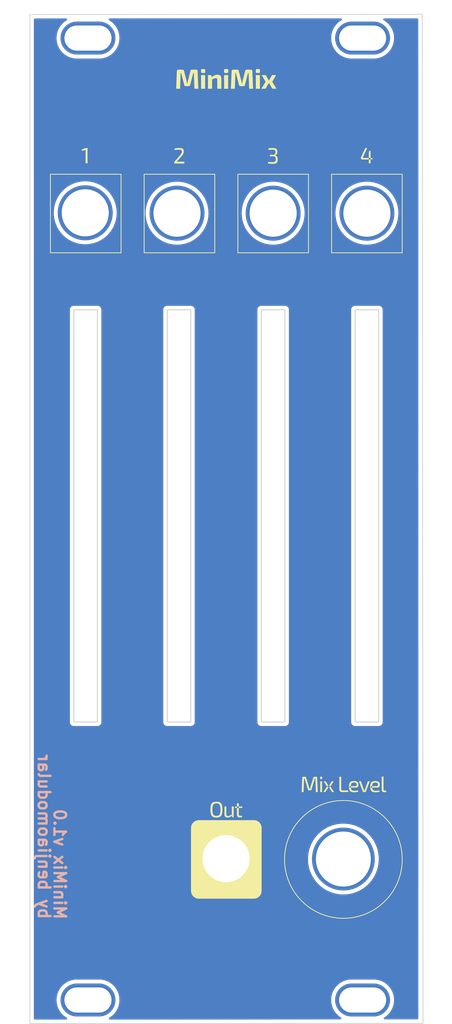
<source format=kicad_pcb>
(kicad_pcb (version 20211014) (generator pcbnew)
  (layers (0 "F.Cu" signal) (31 "B.Cu" signal) (34 "B.Paste" user) (35 "F.Paste" user) (36 "B.SilkS" user "B.Silkscreen") (37 "F.SilkS" user "F.Silkscreen") (38 "B.Mask" user) (39 "F.Mask" user) (44 "Edge.Cuts" user))
  (net 0 "")
  (footprint "benjiaomodular:PanelHole_PTA45xx_SlidePot" (layer "F.Cu") (at 98.85 74.6 -90)
    (fp_text reference "REF**" hide)
    (fp_text value "PanelHole_PTA45xx_SlidePot")
    (fp_line (start 55.5 3.25) (end 55.5 0.25) (layer "Edge.Cuts") (width 0.12))
    (fp_line (start 55.5 0.25) (end 3 0.25) (layer "Edge.Cuts") (width 0.12))
    (fp_line (start 3 3.25) (end 55.5 3.25) (layer "Edge.Cuts") (width 0.12))
    (fp_line (start 3 0.25) (end 3 3.25) (layer "Edge.Cuts") (width 0.12))
  )
  (footprint "benjiaomodular:PanelHole_AudioJack_3.5mm" (layer "F.Cu") (at 115 141)
    (fp_text reference "REF**")
    (fp_text value "PanelHole_AudioJack_3.5mm")
    (pad "" thru_hole circle locked (at 0 6.5 180) (size 7 7) (drill 6) (layers F&B.Cu *.Mask))
  )
  (footprint "benjiaomodular:PanelHole_AudioJack_3.5mm" (layer "F.Cu") (at 97.05 58.75)
    (fp_text reference "REF**")
    (fp_text value "PanelHole_AudioJack_3.5mm")
    (pad "" thru_hole circle locked (at 0 6.5 180) (size 7 7) (drill 6) (layers F&B.Cu *.Mask))
  )
  (footprint "benjiaomodular:PanelHole_AudioJack_3.5mm" (layer "F.Cu") (at 132.95 58.8)
    (fp_text reference "REF**")
    (fp_text value "PanelHole_AudioJack_3.5mm")
    (pad "" thru_hole circle locked (at 0 6.5 180) (size 7 7) (drill 6) (layers *.Cu *.Mask))
  )
  (footprint "benjiaomodular:PanelHole_AudioJack_3.5mm" (layer "F.Cu") (at 121 58.8)
    (fp_text reference "REF**")
    (fp_text value "PanelHole_AudioJack_3.5mm")
    (pad "" thru_hole circle locked (at 0 6.5 180) (size 7 7) (drill 6) (layers F&B.Cu *.Mask))
  )
  (footprint "benjiaomodular:PanelHole_PTA45xx_SlidePot" (layer "F.Cu") (at 110.75 74.6 -90)
    (fp_text reference "REF**" hide)
    (fp_text value "PanelHole_PTA45xx_SlidePot")
    (fp_line (start 55.5 0.25) (end 3 0.25) (layer "Edge.Cuts") (width 0.12))
    (fp_line (start 55.5 3.25) (end 55.5 0.25) (layer "Edge.Cuts") (width 0.12))
    (fp_line (start 3 0.25) (end 3 3.25) (layer "Edge.Cuts") (width 0.12))
    (fp_line (start 3 3.25) (end 55.5 3.25) (layer "Edge.Cuts") (width 0.12))
  )
  (footprint "benjiaomodular:PanelHole_PTA45xx_SlidePot" (layer "F.Cu") (at 122.75 74.6 -90)
    (fp_text reference "REF**" hide)
    (fp_text value "PanelHole_PTA45xx_SlidePot")
    (fp_line (start 3 3.25) (end 55.5 3.25) (layer "Edge.Cuts") (width 0.12))
    (fp_line (start 55.5 0.25) (end 3 0.25) (layer "Edge.Cuts") (width 0.12))
    (fp_line (start 55.5 3.25) (end 55.5 0.25) (layer "Edge.Cuts") (width 0.12))
    (fp_line (start 3 0.25) (end 3 3.25) (layer "Edge.Cuts") (width 0.12))
  )
  (footprint "benjiaomodular:PanelHole_PTA45xx_SlidePot" (layer "F.Cu") (at 134.7 74.6 -90)
    (fp_text reference "REF**" hide)
    (fp_text value "PanelHole_PTA45xx_SlidePot")
    (fp_line (start 55.5 3.25) (end 55.5 0.25) (layer "Edge.Cuts") (width 0.12))
    (fp_line (start 3 3.25) (end 55.5 3.25) (layer "Edge.Cuts") (width 0.12))
    (fp_line (start 3 0.25) (end 3 3.25) (layer "Edge.Cuts") (width 0.12))
    (fp_line (start 55.5 0.25) (end 3 0.25) (layer "Edge.Cuts") (width 0.12))
  )
  (footprint "benjiaomodular:PanelHole_Potentiometer_RV09" (layer "F.Cu") (at 127.45 155.05 90)
    (fp_text reference "REF**" hide)
    (fp_text value "PanelHole_Potentiometer_RV09" hide)
    (pad "" thru_hole circle locked (at 7.5 2.5 180) (size 8 8) (drill 7) (layers *.Cu *.Mask))
  )
  (footprint "benjiaomodular:PanelHole_AudioJack_3.5mm" (layer "F.Cu") (at 108.75 58.8)
    (fp_text reference "REF**")
    (fp_text value "PanelHole_AudioJack_3.5mm")
    (pad "" thru_hole circle locked (at 0 6.5 180) (size 7 7) (drill 6) (layers F&B.Cu *.Mask))
  )
  (footprint "benjiaomodular:Panel_10HP" (layer "F.Cu") (at 89.9 40)
    (fp_text reference "REF**")
    (fp_text value "Panel_10HP")
    (pad "" thru_hole oval (at 7.5 125.5) (size 7 4.2) (drill oval 6 3.2) (layers *.Cu *.Mask))
    (pad "" thru_hole oval (at 42.5 125.5) (size 7 4.2) (drill oval 6 3.2) (layers *.Cu *.Mask))
    (pad "" thru_hole oval (at 7.5 3) (size 7 4.2) (drill oval 6 3.2) (layers *.Cu *.Mask))
    (pad "" thru_hole oval (at 42.5 3) (size 7 4.2) (drill oval 6 3.2) (layers *.Cu *.Mask))
  )
  (gr_line (start 126.06123 154.008648) (end 125.756931 153.813566) (layer "F.SilkS") (width 0.1))
  (gr_line (start 108.756069 63.871099) (end 108.829936 63.857908) (layer "F.SilkS") (width 0.1))
  (gr_line (start 131.593389 64.690313) (end 131.626515 64.625636) (layer "F.SilkS") (width 0.1))
  (gr_line (start 134.993083 142.042813) (end 135.253553 142.291148) (layer "F.SilkS") (width 0.1))
  (gr_line (start 120.163249 64.096801) (end 120.224109 64.057784) (layer "F.SilkS") (width 0.1))
  (gr_line (start 134.228313 66.118428) (end 134.189296 66.179288) (layer "F.SilkS") (width 0.1))
  (gr_line (start 137.445473 70.340624) (end 128.445473 70.340624) (layer "F.SilkS") (width 0.099999))
  (gr_line (start 131.380232 150.232364) (end 131.250878 150.298616) (layer "F.SilkS") (width 0.1))
  (gr_line (start 123.536053 151.483471) (end 123.355462 151.169394) (layer "F.SilkS") (width 0.1))
  (gr_line (start 134.297556 65.990936) (end 134.264431 66.055613) (layer "F.SilkS") (width 0.1))
  (gr_line (start 127.030914 140.683836) (end 127.371501 140.549546) (layer "F.SilkS") (width 0.1))
  (gr_line (start 121.376786 66.7934) (end 121.304215 66.81015) (layer "F.SilkS") (width 0.1))
  (gr_line (start 130.336202 140.104207) (end 130.717084 140.13317) (layer "F.SilkS") (width 0.1))
  (gr_line (start 134.189296 64.50196) (end 134.228313 64.56282) (layer "F.SilkS") (width 0.1))
  (gr_line (start 131.662633 66.118428) (end 131.626515 66.055613) (layer "F.SilkS") (width 0.1))
  (gr_line (start 108.905005 63.848369) (end 108.981181 63.842576) (layer "F.SilkS") (width 0.1))
  (gr_line (start 127.635307 149.502726) (end 127.546247 149.389396) (layer "F.SilkS") (width 0.1))
  (gr_line (start 95.795855 64.625636) (end 95.831973 64.56282) (layer "F.SilkS") (width 0.1))
  (gr_line (start 108.104232 64.183152) (end 108.160897 64.138621) (layer "F.SilkS") (width 0.1))
  (gr_line (start 107.605595 64.965751) (end 107.625808 64.89457) (layer "F.SilkS") (width 0.1))
  (gr_line (start 128.445473 70.340624) (end 128.445473 70.340624) (layer "F.SilkS") (width 0.099999))
  (gr_line (start 121.304215 66.81015) (end 121.230348 66.823341) (layer "F.SilkS") (width 0.1))
  (gr_line (start 109.286806 66.823341) (end 109.211737 66.83288) (layer "F.SilkS") (width 0.1))
  (gr_line (start 107.64939 64.824874) (end 107.676248 64.756757) (layer "F.SilkS") (width 0.1))
  (gr_line (start 131.536492 65.856374) (end 131.51291 65.786678) (layer "F.SilkS") (width 0.1))
  (gr_line (start 136.710671 144.342888) (end 136.860865 144.67511) (layer "F.SilkS") (width 0.1))
  (gr_line (start 97.037624 66.838672) (end 96.961447 66.83288) (layer "F.SilkS") (width 0.1))
  (gr_line (start 127.462606 145.917121) (end 127.546247 145.799501) (layer "F.SilkS") (width 0.1))
  (gr_line (start 96.812511 63.871099) (end 96.886378 63.857908) (layer "F.SilkS") (width 0.1))
  (gr_line (start 98.012287 66.542627) (end 97.953478 66.584448) (layer "F.SilkS") (width 0.1))
  (gr_line (start 120.848547 63.848369) (end 120.924723 63.842576) (layer "F.SilkS") (width 0.1))
  (gr_line (start 108.104232 66.498097) (end 108.049805 66.450951) (layer "F.SilkS") (width 0.1))
  (gr_line (start 129.950253 140.094448) (end 129.950253 140.094448) (layer "F.SilkS") (width 0.1))
  (gr_line (start 129.950253 150.594448) (end 129.795873 150.590545) (layer "F.SilkS") (width 0.1))
  (gr_line (start 108.049805 64.230297) (end 108.104232 64.183152) (layer "F.SilkS") (width 0.1))
  (gr_line (start 133.247775 66.81015) (end 133.173908 66.823341) (layer "F.SilkS") (width 0.1))
  (gr_line (start 134.414998 65.642926) (end 134.398249 65.715497) (layer "F.SilkS") (width 0.1))
  (gr_line (start 97.343249 63.857908) (end 97.417116 63.871099) (layer "F.SilkS") (width 0.1))
  (gr_line (start 98.358637 66.179288) (end 98.316816 66.238098) (layer "F.SilkS") (width 0.1))
  (gr_line (start 127.729599 145.577317) (end 127.828933 145.473129) (layer "F.SilkS") (width 0.1))
  (gr_line (start 110.541087 65.569059) (end 110.527896 65.642926) (layer "F.SilkS") (width 0.1))
  (gr_line (start 96.054153 66.401284) (end 96.004486 66.34919) (layer "F.SilkS") (width 0.1))
  (gr_line (start 108.343382 64.021666) (end 108.408059 63.988541) (layer "F.SilkS") (width 0.1))
  (gr_line (start 110.119031 66.401284) (end 110.066936 66.450951) (layer "F.SilkS") (width 0.1))
  (gr_line (start 96.337009 66.623464) (end 96.276149 66.584448) (layer "F.SilkS") (width 0.1))
  (gr_line (start 134.327595 64.756757) (end 134.354453 64.824874) (layer "F.SilkS") (width 0.1))
  (gr_line (start 95.76273 65.990936) (end 95.732691 65.924492) (layer "F.SilkS") (width 0.1))
  (gr_line (start 96.004486 66.34919) (end 95.95734 66.294763) (layer "F.SilkS") (width 0.1))
  (gr_line (start 133.842946 64.138621) (end 133.899612 64.183152) (layer "F.SilkS") (width 0.1))
  (gr_line (start 133.173908 66.823341) (end 133.098839 66.83288) (layer "F.SilkS") (width 0.1))
  (gr_line (start 123.355462 144.019503) (end 123.536053 143.705426) (layer "F.SilkS") (width 0.1))
  (gr_line (start 119.682955 66.055613) (end 119.64983 65.990936) (layer "F.SilkS") (width 0.1))
  (gr_line (start 128.649629 144.890281) (end 128.782518 144.830204) (layer "F.SilkS") (width 0.1))
  (gr_line (start 107.560322 65.417814) (end 107.558371 65.340624) (layer "F.SilkS") (width 0.1))
  (gr_poly (pts (xy 134.046331 137.612162) (xy 134.083119 137.613485) (xy 134.118562 137.61569) (xy 134.15266 137.618777) (xy 134.185413 137.622745) (xy 134.216821 137.627596) (xy 134.246883 137.633328) (xy 134.275601 137.639943) (xy 134.302975 137.647439) (xy 134.329003 137.655817) (xy 134.353686 137.665077) (xy 134.377024 137.675219) (xy 134.399018 137.686243) (xy 134.419666 137.698149) (xy 134.43897 137.710936) (xy 134.456928 137.724606) (xy 134.474016 137.739148) (xy 134.490001 137.754549) (xy 134.504884 137.770811) (xy 134.518665 137.787932) (xy 134.531343 137.805913) (xy 134.542919 137.824754) (xy 134.553392 137.844454) (xy 134.562763 137.865014) (xy 134.571031 137.886435) (xy 134.578197 137.908715) (xy 134.584261 137.931854) (xy 134.589222 137.955854) (xy 134.593081 137.980714) (xy 134.595837 138.006433) (xy 134.59749 138.033013) (xy 134.598042 138.060452) (xy 134.598072 138.083074) (xy 134.597463 138.105079) (xy 134.596215 138.126467) (xy 134.594329 138.147237) (xy 134.591803 138.16739) (xy 134.588638 138.186925) (xy 134.584834 138.205843) (xy 134.580391 138.224143) (xy 134.575309 138.241827) (xy 134.569588 138.258892) (xy 134.563227 138.275341) (xy 134.556228 138.291172) (xy 134.54859 138.306386) (xy 134.540312 138.320983) (xy 134.531395 138.334962) (xy 134.521839 138.348324) (xy 134.511598 138.360627) (xy 134.50063 138.372137) (xy 134.488933 138.382852) (xy 134.476509 138.392773) (xy 134.463358 138.401901) (xy 134.449478 138.410235) (xy 134.434871 138.417775) (xy 134.419536 138.424521) (xy 134.403474 138.430473) (xy 134.386684 138.435632) (xy 134.369166 138.439997) (xy 134.350921 138.443568) (xy 134.331948 138.446346) (xy 134.312248 138.44833) (xy 134.29182 138.44952) (xy 134.270664 138.449917) (xy 133.632091 138.449917) (xy 133.633146 138.464877) (xy 133.637776 138.508488) (xy 133.643729 138.548836) (xy 133.651005 138.585922) (xy 133.655139 138.603241) (xy 133.659604 138.619744) (xy 133.664399 138.635432) (xy 133.669525 138.650303) (xy 133.675368 138.664481) (xy 133.681609 138.678085) (xy 133.688246 138.691115) (xy 133.695279 138.703573) (xy 133.70271 138.715457) (xy 133.710537 138.726768) (xy 133.718762 138.737505) (xy 133.727383 138.74767) (xy 133.736401 138.757261) (xy 133.745815 138.766278) (xy 133.755627 138.774723) (xy 133.765835 138.782594) (xy 133.77644 138.789892) (xy 133.787441 138.796617) (xy 133.79884 138.802768) (xy 133.810635 138.808346) (xy 133.822872 138.813474) (xy 133.835594 138.81827) (xy 133.848802 138.822736) (xy 133.862494 138.82687) (xy 133.876672 138.830674) (xy 133.891334 138.834147) (xy 133.906482 138.837289) (xy 133.922114 138.8401) (xy 133.938232 138.84258) (xy 133.954835 138.84473) (xy 133.971922 138.846548) (xy 133.989495 138.848036) (xy 134.007553 138.849194) (xy 134.026096 138.85002) (xy 134.045123 138.850516) (xy 134.064636 138.850682) (xy 134.120903 138.850151) (xy 134.17964 138.848558) (xy 134.240847 138.845902) (xy 134.304524 138.842183) (xy 134.369083 138.836359) (xy 134.430113 138.830184) (xy 134.487615 138.823659) (xy 134.541592 138.816784) (xy 134.56699 138.97765) (xy 134.550277 138.983867) (xy 134.532595 138.989819) (xy 134.513942 138.995508) (xy 134.494319 139.000932) (xy 134.473726 139.006092) (xy 134.452162 139.010988) (xy 134.429629 139.015619) (xy 134.406124 139.019986) (xy 134.382709 139.024085) (xy 134.359029 139.027919) (xy 134.335084 139.031489) (xy 134.310875 139.034795) (xy 134.286401 139.037837) (xy 134.261663 139.040614) (xy 134.236659 139.043127) (xy 134.211391 139.045376) (xy 134.163237 139.049096) (xy 134.117552 139.051752) (xy 134.074338 139.053344) (xy 134.053656 139.053743) (xy 134.033592 139.053875) (xy 133.97578 139.052773) (xy 133.947966 139.051395) (xy 133.920879 139.049466) (xy 133.894519 139.046986) (xy 133.868888 139.043955) (xy 133.843984 139.040372) (xy 133.819808 139.036238) (xy 133.796359 139.031553) (xy 133.773638 139.026316) (xy 133.751645 139.020529) (xy 133.730379 139.014189) (xy 133.709841 139.007299) (xy 133.69003 138.999857) (xy 133.670947 138.991864) (xy 133.652592 138.983319) (xy 133.634898 138.973816) (xy 133.617799 138.963651) (xy 133.601296 138.952825) (xy 133.585388 138.941337) (xy 133.570075 138.929189) (xy 133.555358 138.916378) (xy 133.541235 138.902907) (xy 133.527709 138.888773) (xy 133.514777 138.873979) (xy 133.502441 138.858523) (xy 133.4907 138.842405) (xy 133.479554 138.825626) (xy 133.469004 138.808186) (xy 133.459049 138.790084) (xy 133.44969 138.771321) (xy 133.440926 138.751896) (xy 133.433065 138.731391) (xy 133.425712 138.710091) (xy 133.418866 138.687998) (xy 133.412527 138.665112) (xy 133.406695 138.641431) (xy 133.401371 138.616957) (xy 133.396553 138.591689) (xy 133.392242 138.565627) (xy 133.388439 138.538772) (xy 133.385143 138.511123) (xy 133.382354 138.482681) (xy 133.380072 138.453445) (xy 133.379863 138.449917) (xy 133.469154 138.449917) (xy 133.632091 138.449917) (xy 133.629839 138.418003) (xy 133.627855 138.367865) (xy 133.627193 138.314465) (xy 133.627723 138.267149) (xy 133.627847 138.263653) (xy 134.208576 138.263653) (xy 134.219964 138.263411) (xy 134.230844 138.262683) (xy 134.241217 138.26147) (xy 134.251084 138.259772) (xy 134.260443 138.257589) (xy 134.269295 138.254921) (xy 134.277641 138.251768) (xy 134.285479 138.24813) (xy 134.29281 138.244007) (xy 134.299634 138.239399) (xy 134.305952 138.234306) (xy 134.311761 138.228728) (xy 134.317064 138.222664) (xy 134.32186 138.216116) (xy 134.326148 138.209083) (xy 134.329929 138.201565) (xy 134.333347 138.193407) (xy 134.336544 138.185161) (xy 134.33952 138.176826) (xy 134.342276 138.168403) (xy 134.344812 138.159892) (xy 134.347127 138.151293) (xy 134.349221 138.142605) (xy 134.351095 138.133829) (xy 134.352749 138.124966) (xy 134.354182 138.116014) (xy 134.355395 138.106973) (xy 134.356387 138.097845) (xy 134.357158 138.088629) (xy 134.35771 138.079325) (xy 134.35804 138.069932) (xy 134.358151 138.060452) (xy 134.357514 138.04417) (xy 134.356304 138.028483) (xy 134.35452 138.013391) (xy 134.352163 137.998894) (xy 134.349231 137.984993) (xy 134.345727 137.971687) (xy 134.341648 137.958976) (xy 134.336997 137.94686) (xy 134.331771 137.935339) (xy 134.325972 137.924414) (xy 134.3196 137.914084) (xy 134.312653 137.90435) (xy 134.305134 137.89521) (xy 134.29704 137.886666) (xy 134.288373 137.878718) (xy 134.279133 137.871365) (xy 134.269189 137.86453) (xy 134.258407 137.858136) (xy 134.246787 137.852183) (xy 134.234329 137.846671) (xy 134.221034 137.841601) (xy 134.2069 137.83697) (xy 134.191929 137.832781) (xy 134.17612 137.829033) (xy 134.159473 137.825726) (xy 134.141988 137.82286) (xy 134.123665 137.820435) (xy 134.104505 137.81845) (xy 134.084507 137.816907) (xy 134.063671 137.815805) (xy 134.041997 137.815143) (xy 134.019486 137.814923) (xy 134.001031 137.815099) (xy 133.983061 137.815629) (xy 133.965576 137.816511) (xy 133.948576 137.817746) (xy 133.932062 137.819335) (xy 133.916033 137.821276) (xy 133.900489 137.823569) (xy 133.885429 137.826216) (xy 133.870855 137.829216) (xy 133.856767 137.832568) (xy 133.843163 137.836273) (xy 133.830044 137.840331) (xy 133.817411 137.844741) (xy 133.805262 137.849504) (xy 133.793599 137.85462) (xy 133.782421 137.860089) (xy 133.772024 137.865643) (xy 133.762002 137.871728) (xy 133.752355 137.878341) (xy 133.743083 137.885484) (xy 133.734186 137.893157) (xy 133.725664 137.901359) (xy 133.717517 137.91009) (xy 133.709745 137.91935) (xy 133.702348 137.92914) (xy 133.695325 137.939459) (xy 133.688678 137.950307) (xy 133.682405 137.961684) (xy 133.676508 137.973591) (xy 133.670985 137.986027) (xy 133.665837 137.998992) (xy 133.661064 138.012486) (xy 133.656963 138.026233) (xy 133.653126 138.040664) (xy 133.649554 138.055778) (xy 133.646246 138.071576) (xy 133.643203 138.088057) (xy 133.640425 138.105222) (xy 133.637911 138.123071) (xy 133.635662 138.141603) (xy 133.631957 138.180718) (xy 133.629311 138.222566) (xy 133.627847 138.263653) (xy 133.469154 138.263653) (xy 133.469154 138.449917) (xy 133.379863 138.449917) (xy 133.378297 138.423415) (xy 133.377029 138.392592) (xy 133.376268 138.360975) (xy 133.376015 138.328564) (xy 133.377029 138.26264) (xy 133.380072 138.20033) (xy 133.385143 138.141637) (xy 133.392242 138.086559) (xy 133.396553 138.060376) (xy 133.401371 138.035097) (xy 133.406695 138.010722) (xy 133.412527 137.987251) (xy 133.418866 137.964684) (xy 133.425712 137.943022) (xy 133.433065 137.922263) (xy 133.440926 137.902409) (xy 133.449668 137.883017) (xy 133.458961 137.864353) (xy 133.468805 137.846417) (xy 133.479201 137.829208) (xy 133.490148 137.812727) (xy 133.501646 137.796974) (xy 133.513696 137.781947) (xy 133.526296 137.767649) (xy 133.539448 137.754078) (xy 133.553151 137.741235) (xy 133.567405 137.729119) (xy 133.582211 137.717731) (xy 133.597568 137.707071) (xy 133.613476 137.697138) (xy 133.629935 137.687933) (xy 133.646946 137.679455) (xy 133.664894 137.671254) (xy 133.68346 137.663582) (xy 133.702643 137.656438) (xy 133.722443 137.649824) (xy 133.74286 137.643738) (xy 133.763895 137.638182) (xy 133.785547 137.633155) (xy 133.807816 137.628657) (xy 133.830703 137.624688) (xy 133.854207 137.621248) (xy 133.878328 137.618337) (xy 133.903066 137.615955) (xy 133.928422 137.614103) (xy 133.954396 137.61278) (xy 133.980986 137.611986) (xy 134.008194 137.611721) (xy 134.008198 137.611721)) (layer "F.SilkS") (width 0) (fill solid))
  (gr_line (start 96.399824 66.659582) (end 96.337009 66.623464) (layer "F.SilkS") (width 0.1))
  (gr_line (start 107.588845 65.642926) (end 107.575654 65.569059) (layer "F.SilkS") (width 0.1))
  (gr_line (start 98.584338 65.642926) (end 98.567589 65.715497) (layer "F.SilkS") (width 0.1))
  (gr_line (start 107.739413 64.625636) (end 107.775531 64.56282) (layer "F.SilkS") (width 0.1))
  (gr_line (start 120.047774 64.183152) (end 120.10444 64.138621) (layer "F.SilkS") (width 0.1))
  (gr_line (start 110.260374 66.238098) (end 110.215843 66.294763) (layer "F.SilkS") (width 0.1))
  (gr_line (start 110.302194 64.50196) (end 110.34121 64.56282) (layer "F.SilkS") (width 0.1))
  (gr_line (start 136.710671 150.846009) (end 136.545043 151.169394) (layer "F.SilkS") (width 0.1))
  (gr_line (start 122.159385 66.294763) (end 122.112239 66.34919) (layer "F.SilkS") (width 0.1))
  (gr_line (start 122.905351 150.1732) (end 122.787438 149.824719) (layer "F.SilkS") (width 0.1))
  (gr_line (start 119.532388 65.642926) (end 119.519197 65.569059) (layer "F.SilkS") (width 0.1))
  (gr_line (start 95.87099 64.50196) (end 95.91281 64.443151) (layer "F.SilkS") (width 0.1))
  (gr_line (start 132.167669 64.057784) (end 132.230484 64.021666) (layer "F.SilkS") (width 0.1))
  (gr_line (start 132.768214 148.625948) (end 132.714498 148.762183) (layer "F.SilkS") (width 0.1))
  (gr_line (start 131.462756 65.569059) (end 131.453217 65.49399) (layer "F.SilkS") (width 0.1))
  (gr_line (start 97.114813 66.840624) (end 97.114813 66.840624) (layer "F.SilkS") (width 0.1))
  (gr_line (start 128.782518 144.830204) (end 128.918753 144.776488) (layer "F.SilkS") (width 0.1))
  (gr_line (start 98.567589 64.965751) (end 98.584338 65.038322) (layer "F.SilkS") (width 0.1))
  (gr_line (start 126.954156 147.440069) (end 126.965741 147.287716) (layer "F.SilkS") (width 0.1))
  (gr_line (start 97.765125 63.988541) (end 97.829802 64.021666) (layer "F.SilkS") (width 0.1))
  (gr_line (start 121.58578 63.958502) (end 121.652224 63.988541) (layer "F.SilkS") (width 0.1))
  (gr_line (start 95.831973 64.56282) (end 95.87099 64.50196) (layer "F.SilkS") (width 0.1))
  (gr_line (start 133.723277 64.057784) (end 133.784137 64.096801) (layer "F.SilkS") (width 0.1))
  (gr_line (start 129.564304 140.104207) (end 129.950253 140.094448) (layer "F.SilkS") (width 0.1))
  (gr_line (start 98.567589 65.715497) (end 98.547376 65.786678) (layer "F.SilkS") (width 0.1))
  (gr_line (start 123.940237 143.107079) (end 124.162888 142.823752) (layer "F.SilkS") (width 0.1))
  (gr_line (start 97.114813 66.840624) (end 97.037624 66.838672) (layer "F.SilkS") (width 0.1))
  (gr_line (start 98.068953 66.498097) (end 98.012287 66.542627) (layer "F.SilkS") (width 0.1))
  (gr_line (start 122.536669 148.736625) (end 122.488974 148.36128) (layer "F.SilkS") (width 0.1))
  (gr_line (start 132.588169 149.024426) (end 132.515933 149.150057) (layer "F.SilkS") (width 0.1))
  (gr_line (start 120.351601 63.988541) (end 120.418046 63.958502) (layer "F.SilkS") (width 0.1))
  (gr_line (start 122.284752 64.56282) (end 122.32087 64.625636) (layer "F.SilkS") (width 0.1))
  (gr_line (start 120.555859 66.773187) (end 120.486163 66.749605) (layer "F.SilkS") (width 0.1))
  (gr_line (start 132.934764 147.901181) (end 132.915686 148.051319) (layer "F.SilkS") (width 0.1))
  (gr_line (start 109.504424 66.773187) (end 109.433244 66.7934) (layer "F.SilkS") (width 0.1))
  (gr_line (start 134.398249 64.965751) (end 134.414998 65.038322) (layer "F.SilkS") (width 0.1))
  (gr_line (start 125.501911 60.340624) (end 125.501911 60.340624) (layer "F.SilkS") (width 0.099999))
  (gr_line (start 122.686372 149.468815) (end 122.602626 149.10596) (layer "F.SilkS") (width 0.1))
  (gr_line (start 122.499959 65.263434) (end 122.501911 65.340624) (layer "F.SilkS") (width 0.1))
  (gr_line (start 124.162888 152.365145) (end 123.940237 152.081818) (layer "F.SilkS") (width 0.1))
  (gr_line (start 96.337009 64.057784) (end 96.399824 64.021666) (layer "F.SilkS") (width 0.1))
  (gr_line (start 108.408059 63.988541) (end 108.474503 63.958502) (layer "F.SilkS") (width 0.1))
  (gr_line (start 130.256986 150.57896) (end 130.104632 150.590545) (layer "F.SilkS") (width 0.1))
  (gr_line (start 97.26818 66.83288) (end 97.192003 66.838672) (layer "F.SilkS") (width 0.1))
  (gr_line (start 133.391527 66.773187) (end 133.320346 66.7934) (layer "F.SilkS") (width 0.1))
  (gr_line (start 97.698681 63.958502) (end 97.765125 63.988541) (layer "F.SilkS") (width 0.1))
  (gr_line (start 110.558371 65.340624) (end 110.558371 65.340624) (layer "F.SilkS") (width 0.1))
  (gr_line (start 131.092429 155.008032) (end 130.717084 155.055727) (layer "F.SilkS") (width 0.1))
  (gr_line (start 128.808077 140.180865) (end 129.183421 140.13317) (layer "F.SilkS") (width 0.1))
  (gr_line (start 124.162888 142.823752) (end 124.398617 142.551618) (layer "F.SilkS") (width 0.1))
  (gr_line (start 119.519197 65.112189) (end 119.532388 65.038322) (layer "F.SilkS") (width 0.1))
  (gr_poly (pts (xy 132.992035 56.998455) (xy 132.447346 58.149922) (xy 132.444358 58.156878) (xy 132.441746 58.163635) (xy 132.439509 58.170194) (xy 132.437646 58.176555) (xy 132.436159 58.182717) (xy 132.435046 58.188681) (xy 132.434309 58.194447) (xy 132.433947 58.200014) (xy 132.433959 58.205383) (xy 132.434347 58.210554) (xy 132.435109 58.215526) (xy 132.436247 58.2203) (xy 132.437759 58.224875) (xy 132.439646 58.229253) (xy 132.441909 58.233431) (xy 132.444546 58.237412) (xy 132.447809 58.240829) (xy 132.451249 58.244026) (xy 132.454865 58.247002) (xy 132.458657 58.249758) (xy 132.462626 58.252293) (xy 132.466771 58.254608) (xy 132.471093 58.256702) (xy 132.475591 58.258576) (xy 132.480265 58.26023) (xy 132.485116 58.261663) (xy 132.490143 58.262875) (xy 132.495347 58.263867) (xy 132.500727 58.264639) (xy 132.506283 58.26519) (xy 132.512016 58.265521) (xy 132.517925 58.265631) (xy 133.186768 58.265631) (xy 133.186768 58.46883) (xy 132.379639 58.46883) (xy 132.36986 58.468654) (xy 132.36028 58.468125) (xy 132.350898 58.467243) (xy 132.341715 58.466008) (xy 132.33273 58.46442) (xy 132.323944 58.46248) (xy 132.315356 58.460187) (xy 132.306966 58.457541) (xy 132.298775 58.454542) (xy 132.290783 58.45119) (xy 132.282988 58.447486) (xy 132.275393 58.443428) (xy 132.267995 58.439018) (xy 132.260796 58.434255) (xy 132.253796 58.429139) (xy 132.246994 58.42367) (xy 132.240435 58.417926) (xy 132.234162 58.411983) (xy 132.228176 58.405842) (xy 132.222476 58.399503) (xy 132.217064 58.392965) (xy 132.211937 58.386229) (xy 132.207098 58.379295) (xy 132.202544 58.372162) (xy 132.198278 58.364831) (xy 132.194298 58.357301) (xy 132.190604 58.349573) (xy 132.187197 58.341647) (xy 132.184076 58.333523) (xy 132.181242 58.3252) (xy 132.178695 58.316679) (xy 132.176434 58.307959) (xy 132.174846 58.29914) (xy 132.173611 58.290321) (xy 132.172729 58.281502) (xy 132.1722 58.272683) (xy 132.172024 58.263864) (xy 132.1722 58.255045) (xy 132.172729 58.246226) (xy 132.17361 58.237406) (xy 132.174845 58.228587) (xy 132.176432 58.219767) (xy 132.178372 58.210947) (xy 132.180665 58.202128) (xy 132.18331 58.193308) (xy 132.186308 58.184488) (xy 132.189659 58.175668) (xy 132.193363 58.166848) (xy 132.746517 56.998448)) (layer "F.SilkS") (width 0) (fill solid))
  (gr_line (start 134.437728 65.49399) (end 134.428189 65.569059) (layer "F.SilkS") (width 0.1))
  (gr_line (start 128.394644 150.160128) (end 128.272925 150.082095) (layer "F.SilkS") (width 0.1))
  (gr_line (start 121.001913 66.840624) (end 120.924723 66.838672) (layer "F.SilkS") (width 0.1))
  (gr_line (start 98.433771 66.055613) (end 98.397653 66.118428) (layer "F.SilkS") (width 0.1))
  (gr_line (start 134.993083 153.146084) (end 134.720949 153.381813) (layer "F.SilkS") (width 0.1))
  (gr_line (start 131.626515 64.625636) (end 131.662633 64.56282) (layer "F.SilkS") (width 0.1))
  (gr_line (start 116.501913 60.340624) (end 125.501911 60.340624) (layer "F.SilkS") (width 0.099999))
  (gr_line (start 132.515933 149.150057) (end 132.4379 149.271776) (layer "F.SilkS") (width 0.1))
  (gr_line (start 122.062572 64.279964) (end 122.112239 64.332058) (layer "F.SilkS") (width 0.1))
  (gr_line (start 133.247775 63.871099) (end 133.320346 63.887848) (layer "F.SilkS") (width 0.1))
  (gr_line (start 132.815379 148.486556) (end 132.768214 148.625948) (layer "F.SilkS") (width 0.1))
  (gr_line (start 129.493383 144.629015) (end 129.64352 144.609937) (layer "F.SilkS") (width 0.1))
  (gr_line (start 96.276149 64.096801) (end 96.337009 64.057784) (layer "F.SilkS") (width 0.1))
  (gr_line (start 132.714498 148.762183) (end 132.65442 148.895072) (layer "F.SilkS") (width 0.1))
  (gr_line (start 134.327595 65.924492) (end 134.297556 65.990936) (layer "F.SilkS") (width 0.1))
  (gr_line (start 107.575654 65.569059) (end 107.566115 65.49399) (layer "F.SilkS") (width 0.1))
  (gr_line (start 128.272925 150.082095) (end 128.155305 149.998454) (layer "F.SilkS") (width 0.1))
  (gr_line (start 129.950253 144.594448) (end 130.104632 144.598352) (layer "F.SilkS") (width 0.1))
  (gr_line (start 132.35426 149.389396) (end 132.265199 149.502726) (layer "F.SilkS") (width 0.1))
  (gr_line (start 119.549137 65.715497) (end 119.532388 65.642926) (layer "F.SilkS") (width 0.1))
  (gr_line (start 129.200506 150.5) (end 129.058145 150.459574) (layer "F.SilkS") (width 0.1))
  (gr_line (start 110.527896 65.642926) (end 110.511147 65.715497) (layer "F.SilkS") (width 0.1))
  (gr_line (start 96.961447 66.83288) (end 96.886378 66.823341) (layer "F.SilkS") (width 0.1))
  (gr_line (start 122.494167 65.187258) (end 122.499959 65.263434) (layer "F.SilkS") (width 0.1))
  (gr_line (start 109.642238 66.722747) (end 109.574121 66.749605) (layer "F.SilkS") (width 0.1))
  (gr_line (start 95.614813 65.340624) (end 95.616765 65.263434) (layer "F.SilkS") (width 0.1))
  (gr_line (start 95.831973 66.118428) (end 95.795855 66.055613) (layer "F.SilkS") (width 0.1))
  (gr_line (start 108.343382 66.659582) (end 108.280566 66.623464) (layer "F.SilkS") (width 0.1))
  (gr_line (start 101.614814 70.340624) (end 92.614814 70.340624) (layer "F.SilkS") (width 0.099999))
  (gr_line (start 131.461764 140.246822) (end 131.824619 140.330568) (layer "F.SilkS") (width 0.1))
  (gr_line (start 135.253553 142.291148) (end 135.501889 142.551618) (layer "F.SilkS") (width 0.1))
  (gr_line (start 121.155279 63.848369) (end 121.230348 63.857908) (layer "F.SilkS") (width 0.1))
  (gr_line (start 120.351601 66.692708) (end 120.286924 66.659582) (layer "F.SilkS") (width 0.1))
  (gr_line (start 119.503865 65.417814) (end 119.501913 65.340624) (layer "F.SilkS") (width 0.1))
  (gr_line (start 125.756931 153.813566) (end 125.462883 153.604464) (layer "F.SilkS") (width 0.1))
  (gr_line (start 122.602626 149.10596) (end 122.536669 148.736625) (layer "F.SilkS") (width 0.1))
  (gr_poly (pts (xy 115.266325 49.45611) (xy 114.748011 49.45611) (xy 114.748011 47.713581) (xy 115.266325 47.713581)) (layer "F.SilkS") (width 0) (fill solid))
  (gr_line (start 127.030914 154.505061) (end 126.698692 154.354867) (layer "F.SilkS") (width 0.1))
  (gr_line (start 131.967386 149.815102) (end 131.858532 149.909394) (layer "F.SilkS") (width 0.1))
  (gr_line (start 107.558371 65.340624) (end 107.560322 65.263434) (layer "F.SilkS") (width 0.1))
  (gr_line (start 130.842362 150.459574) (end 130.7 150.5) (layer "F.SilkS") (width 0.1))
  (gr_line (start 121.899386 64.138621) (end 121.956051 64.183152) (layer "F.SilkS") (width 0.1))
  (gr_line (start 121.001913 66.840624) (end 121.001913 66.840624) (layer "F.SilkS") (width 0.1))
  (gr_line (start 130.842362 144.729323) (end 130.981754 144.776488) (layer "F.SilkS") (width 0.1))
  (gr_line (start 107.566115 65.187258) (end 107.575654 65.112189) (layer "F.SilkS") (width 0.1))
  (gr_line (start 136.545043 151.169394) (end 136.364452 151.483471) (layer "F.SilkS") (width 0.1))
  (gr_line (start 124.646952 152.897749) (end 124.398617 152.637279) (layer "F.SilkS") (width 0.1))
  (gr_line (start 132.071574 145.473129) (end 132.170908 145.577317) (layer "F.SilkS") (width 0.1))
  (gr_line (start 123.03964 150.513787) (end 122.905351 150.1732) (layer "F.SilkS") (width 0.1))
  (gr_line (start 133.525198 154.189239) (end 133.201813 154.354867) (layer "F.SilkS") (width 0.1))
  (gr_line (start 132.361605 66.722747) (end 132.295161 66.692708) (layer "F.SilkS") (width 0.1))
  (gr_line (start 119.79991 64.443151) (end 119.84444 64.386485) (layer "F.SilkS") (width 0.1))
  (gr_line (start 96.530946 66.722747) (end 96.464501 66.692708) (layer "F.SilkS") (width 0.1))
  (gr_line (start 110.541087 65.112189) (end 110.550626 65.187258) (layer "F.SilkS") (width 0.1))
  (gr_line (start 128.272925 145.106802) (end 128.394644 145.028769) (layer "F.SilkS") (width 0.1))
  (gr_line (start 98.358637 64.50196) (end 98.397653 64.56282) (layer "F.SilkS") (width 0.1))
  (gr_line (start 132.499419 63.908061) (end 132.5706 63.887848) (layer "F.SilkS") (width 0.1))
  (gr_line (start 132.855805 146.844702) (end 132.889303 146.989844) (layer "F.SilkS") (width 0.1))
  (gr_line (start 131.56335 64.756757) (end 131.593389 64.690313) (layer "F.SilkS") (width 0.1))
  (gr_line (start 132.295161 63.988541) (end 132.361605 63.958502) (layer "F.SilkS") (width 0.1))
  (gr_line (start 120.047774 66.498097) (end 119.993347 66.450951) (layer "F.SilkS") (width 0.1))
  (gr_line (start 98.433771 64.625636) (end 98.466897 64.690313) (layer "F.SilkS") (width 0.1))
  (gr_line (start 133.52934 66.722747) (end 133.461223 66.749605) (layer "F.SilkS") (width 0.1))
  (gr_line (start 110.168698 64.332058) (end 110.215843 64.386485) (layer "F.SilkS") (width 0.1))
  (gr_line (start 122.501911 65.340624) (end 122.499959 65.417814) (layer "F.SilkS") (width 0.1))
  (gr_line (start 109.836175 64.057784) (end 109.897035 64.096801) (layer "F.SilkS") (width 0.1))
  (gr_line (start 137.411531 146.827617) (end 137.440494 147.208499) (layer "F.SilkS") (width 0.1))
  (gr_line (start 131.626515 66.055613) (end 131.593389 65.990936) (layer "F.SilkS") (width 0.1))
  (gr_line (start 133.899612 64.183152) (end 133.954039 64.230297) (layer "F.SilkS") (width 0.1))
  (gr_line (start 119.592933 65.856374) (end 119.56935 65.786678) (layer "F.SilkS") (width 0.1))
  (gr_line (start 133.201813 140.83403) (end 133.525198 140.999658) (layer "F.SilkS") (width 0.1))
  (gr_line (start 121.079103 66.838672) (end 121.001913 66.840624) (layer "F.SilkS") (width 0.1))
  (gr_line (start 134.445473 65.340624) (end 134.443521 65.417814) (layer "F.SilkS") (width 0.1))
  (gr_line (start 95.632097 65.569059) (end 95.622558 65.49399) (layer "F.SilkS") (width 0.1))
  (gr_poly (pts (xy 115.032978 140.854153) (xy 115.032978 141.819348) (xy 115.032814 141.83528) (xy 115.033072 141.850617) (xy 115.033752 141.865359) (xy 115.034854 141.879504) (xy 115.036377 141.893054) (xy 115.038322 141.906008) (xy 115.040689 141.918367) (xy 115.043478 141.93013) (xy 115.046689 141.941298) (xy 115.050321 141.951871) (xy 115.054376 141.961848) (xy 115.058852 141.97123) (xy 115.06375 141.980016) (xy 115.06907 141.988207) (xy 115.074811 141.995803) (xy 115.080975 142.002804) (xy 115.087589 142.009295) (xy 115.094733 142.015368) (xy 115.102406 142.021021) (xy 115.110608 142.026256) (xy 115.119339 142.031072) (xy 115.128599 142.035469) (xy 115.138388 142.039448) (xy 115.148707 142.043007) (xy 115.159554 142.046148) (xy 115.170931 142.04887) (xy 115.182836 142.051174) (xy 115.195271 142.053058) (xy 115.208235 142.054524) (xy 115.221728 142.055571) (xy 115.23575 142.056199) (xy 115.250301 142.056408) (xy 115.264754 142.056199) (xy 115.279185 142.055571) (xy 115.293593 142.054524) (xy 115.30798 142.053058) (xy 115.322344 142.051174) (xy 115.336686 142.04887) (xy 115.351007 142.046148) (xy 115.365305 142.043007) (xy 115.379581 142.039448) (xy 115.393836 142.035469) (xy 115.408068 142.031072) (xy 115.422278 142.026256) (xy 115.436467 142.021021) (xy 115.450633 142.015368) (xy 115.464778 142.009295) (xy 115.478901 142.002804) (xy 115.508534 141.987954) (xy 115.539579 141.971602) (xy 115.572035 141.953747) (xy 115.605902 141.93439) (xy 115.618995 141.926648) (xy 115.730053 141.926648) (xy 115.755451 141.968945) (xy 115.760617 142.028296) (xy 115.78648 142.008435) (xy 115.755482 141.841931) (xy 115.730053 141.858258) (xy 115.730053 141.926648) (xy 115.618995 141.926648) (xy 115.64118 141.913529) (xy 115.677869 141.891166) (xy 115.71597 141.8673) (xy 115.730053 141.858258) (xy 115.730053 140.854199) (xy 115.969959 140.854153) (xy 115.969959 142.228589) (xy 115.77805 142.228589) (xy 115.760617 142.028296) (xy 115.746397 142.039216) (xy 115.706579 142.068056) (xy 115.667024 142.094955) (xy 115.627734 142.119913) (xy 115.588708 142.142932) (xy 115.549947 142.164009) (xy 115.51145 142.183147) (xy 115.473217 142.200344) (xy 115.454497 142.208202) (xy 115.435733 142.215553) (xy 115.416925 142.222397) (xy 115.398072 142.228734) (xy 115.379176 142.234565) (xy 115.360236 142.239888) (xy 115.341252 142.244705) (xy 115.322224 142.249014) (xy 115.303152 142.252817) (xy 115.284036 142.256113) (xy 115.264875 142.258902) (xy 115.245671 142.261183) (xy 115.226423 142.262958) (xy 115.207131 142.264226) (xy 115.187795 142.264987) (xy 115.168415 142.26524) (xy 115.145322 142.264871) (xy 115.122962 142.263763) (xy 115.101335 142.261916) (xy 115.080441 142.259331) (xy 115.060281 142.256008) (xy 115.040853 142.251945) (xy 115.022158 142.247144) (xy 115.004197 142.241605) (xy 114.986969 142.235327) (xy 114.970473 142.22831) (xy 114.954711 142.220555) (xy 114.939682 142.212061) (xy 114.925386 142.202828) (xy 114.911823 142.192857) (xy 114.898994 142.182147) (xy 114.886897 142.170699) (xy 114.875534 142.158511) (xy 114.864903 142.145586) (xy 114.855006 142.131921) (xy 114.845842 142.117518) (xy 114.837411 142.102376) (xy 114.829713 142.086496) (xy 114.822748 142.069877) (xy 114.816517 142.052519) (xy 114.811018 142.034423) (xy 114.806253 142.015588) (xy 114.802221 141.996015) (xy 114.798922 141.975702) (xy 114.796356 141.954651) (xy 114.794523 141.932862) (xy 114.793423 141.910333) (xy 114.793057 141.887066) (xy 114.793057 140.854123)) (layer "F.SilkS") (width 0) (fill solid))
  (gr_line (start 97.630564 66.749605) (end 97.560868 66.773187) (layer "F.SilkS") (width 0.1))
  (gr_line (start 133.595784 63.988541) (end 133.660462 64.021666) (layer "F.SilkS") (width 0.1))
  (gr_line (start 132.855805 148.344195) (end 132.815379 148.486556) (layer "F.SilkS") (width 0.1))
  (gr_line (start 109.058371 66.840624) (end 108.981181 66.838672) (layer "F.SilkS") (width 0.1))
  (gr_line (start 134.378036 65.786678) (end 134.354453 65.856374) (layer "F.SilkS") (width 0.1))
  (gr_line (start 129.64352 150.57896) (end 129.493383 150.559882) (layer "F.SilkS") (width 0.1))
  (gr_line (start 97.417116 63.871099) (end 97.489687 63.887848) (layer "F.SilkS") (width 0.1))
  (gr_line (start 120.62704 66.7934) (end 120.555859 66.773187) (layer "F.SilkS") (width 0.1))
  (gr_line (start 134.189296 66.179288) (end 134.147476 66.238098) (layer "F.SilkS") (width 0.1))
  (gr_line (start 119.56935 64.89457) (end 119.592933 64.824874) (layer "F.SilkS") (width 0.1))
  (gr_line (start 134.143574 153.813566) (end 133.839275 154.008648) (layer "F.SilkS") (width 0.1))
  (gr_line (start 132.180523 140.431634) (end 132.529004 140.549546) (layer "F.SilkS") (width 0.1))
  (gr_line (start 127.933121 145.373795) (end 128.041975 145.279503) (layer "F.SilkS") (width 0.1))
  (gr_line (start 126.698692 154.354867) (end 126.375307 154.189239) (layer "F.SilkS") (width 0.1))
  (gr_line (start 121.779717 66.623464) (end 121.716901 66.659582) (layer "F.SilkS") (width 0.1))
  (gr_line (start 125.462883 141.584433) (end 125.756931 141.375331) (layer "F.SilkS") (width 0.1))
  (gr_line (start 128.808077 155.008032) (end 128.438741 154.942075) (layer "F.SilkS") (width 0.1))
  (gr_line (start 132.106809 66.584448) (end 132.047999 66.542627) (layer "F.SilkS") (width 0.1))
  (gr_line (start 132.815379 146.702341) (end 132.855805 146.844702) (layer "F.SilkS") (width 0.1))
  (gr_line (start 107.605595 65.715497) (end 107.588845 65.642926) (layer "F.SilkS") (width 0.1))
  (gr_line (start 129.950253 150.594448) (end 129.950253 150.594448) (layer "F.SilkS") (width 0.1))
  (gr_line (start 129.183421 140.13317) (end 129.564304 140.104207) (layer "F.SilkS") (width 0.1))
  (gr_line (start 132.915686 147.137578) (end 132.934764 147.287716) (layer "F.SilkS") (width 0.1))
  (gr_line (start 123.189834 150.846009) (end 123.03964 150.513787) (layer "F.SilkS") (width 0.1))
  (gr_line (start 107.856368 66.238098) (end 107.814547 66.179288) (layer "F.SilkS") (width 0.1))
  (gr_line (start 133.595784 66.692708) (end 133.52934 66.722747) (layer "F.SilkS") (width 0.1))
  (gr_line (start 107.775531 64.56282) (end 107.814547 64.50196) (layer "F.SilkS") (width 0.1))
  (gr_line (start 119.891586 64.332058) (end 119.941253 64.279964) (layer "F.SilkS") (width 0.1))
  (gr_line (start 107.560322 65.263434) (end 107.566115 65.187258) (layer "F.SilkS") (width 0.1))
  (gr_line (start 131.51291 65.786678) (end 131.492697 65.715497) (layer "F.SilkS") (width 0.1))
  (gr_line (start 109.897035 64.096801) (end 109.955844 64.138621) (layer "F.SilkS") (width 0.1))
  (gr_line (start 97.953478 64.096801) (end 98.012287 64.138621) (layer "F.SilkS") (width 0.1))
  (gr_line (start 127.011202 148.199053) (end 126.984819 148.051319) (layer "F.SilkS") (width 0.1))
  (gr_line (start 127.371501 140.549546) (end 127.719982 140.431634) (layer "F.SilkS") (width 0.1))
  (gr_line (start 128.041975 149.909394) (end 127.933121 149.815102) (layer "F.SilkS") (width 0.1))
  (gr_line (start 122.501911 65.340624) (end 122.501911 65.340624) (layer "F.SilkS") (width 0.1))
  (gr_line (start 123.189834 144.342888) (end 123.355462 144.019503) (layer "F.SilkS") (width 0.1))
  (gr_line (start 108.280566 66.623464) (end 108.219707 66.584448) (layer "F.SilkS") (width 0.1))
  (gr_line (start 121.58578 66.722747) (end 121.517663 66.749605) (layer "F.SilkS") (width 0.1))
  (gr_line (start 130.7 144.688897) (end 130.842362 144.729323) (layer "F.SilkS") (width 0.1))
  (gr_line (start 120.286924 64.021666) (end 120.351601 63.988541) (layer "F.SilkS") (width 0.1))
  (gr_line (start 136.16937 143.401127) (end 136.364452 143.705426) (layer "F.SilkS") (width 0.1))
  (gr_line (start 119.592933 64.824874) (end 119.619791 64.756757) (layer "F.SilkS") (width 0.1))
  (gr_line (start 108.683498 66.7934) (end 108.612317 66.773187) (layer "F.SilkS") (width 0.1))
  (gr_line (start 95.705833 65.856374) (end 95.68225 65.786678) (layer "F.SilkS") (width 0.1))
  (gr_line (start 132.946349 147.440069) (end 132.950253 147.594448) (layer "F.SilkS") (width 0.1))
  (gr_line (start 122.450253 147.594448) (end 122.460012 147.208499) (layer "F.SilkS") (width 0.1))
  (gr_line (start 98.397653 64.56282) (end 98.433771 64.625636) (layer "F.SilkS") (width 0.1))
  (gr_line (start 97.343249 66.823341) (end 97.26818 66.83288) (layer "F.SilkS") (width 0.1))
  (gr_line (start 122.460012 147.980397) (end 122.450253 147.594448) (layer "F.SilkS") (width 0.1))
  (gr_line (start 137.411531 148.36128) (end 137.363836 148.736625) (layer "F.SilkS") (width 0.1))
  (gr_line (start 122.245735 66.179288) (end 122.203915 66.238098) (layer "F.SilkS") (width 0.1))
  (gr_line (start 120.699611 66.81015) (end 120.62704 66.7934) (layer "F.SilkS") (width 0.1))
  (gr_line (start 120.286924 66.659582) (end 120.224109 66.623464) (layer "F.SilkS") (width 0.1))
  (gr_line (start 119.993347 66.450951) (end 119.941253 66.401284) (layer "F.SilkS") (width 0.1))
  (gr_line (start 131.593389 65.990936) (end 131.56335 65.924492) (layer "F.SilkS") (width 0.1))
  (gr_line (start 119.719073 66.118428) (end 119.682955 66.055613) (layer "F.SilkS") (width 0.1))
  (gr_line (start 129.345648 150.533499) (end 129.200506 150.5) (layer "F.SilkS") (width 0.1))
  (gr_line (start 95.632097 65.112189) (end 95.645288 65.038322) (layer "F.SilkS") (width 0.1))
  (gr_line (start 129.564304 155.08469) (end 129.183421 155.055727) (layer "F.SilkS") (width 0.1))
  (gr_line (start 97.560868 66.773187) (end 97.489687 66.7934) (layer "F.SilkS") (width 0.1))
  (gr_line (start 107.625808 64.89457) (end 107.64939 64.824874) (layer "F.SilkS") (width 0.1))
  (gr_line (start 133.320346 63.887848) (end 133.391527 63.908061) (layer "F.SilkS") (width 0.1))
  (gr_line (start 121.779717 64.057784) (end 121.840576 64.096801) (layer "F.SilkS") (width 0.1))
  (gr_line (start 136.860865 150.513787) (end 136.710671 150.846009) (layer "F.SilkS") (width 0.1))
  (gr_line (start 110.34121 66.118428) (end 110.302194 66.179288) (layer "F.SilkS") (width 0.1))
  (gr_line (start 134.443521 65.417814) (end 134.437728 65.49399) (layer "F.SilkS") (width 0.1))
  (gr_line (start 131.858532 149.909394) (end 131.745201 149.998454) (layer "F.SilkS") (width 0.1))
  (gr_line (start 136.364452 143.705426) (end 136.545043 144.019503) (layer "F.SilkS") (width 0.1))
  (gr_line (start 98.496936 64.756757) (end 98.523793 64.824874) (layer "F.SilkS") (width 0.1))
  (gr_line (start 119.84444 64.386485) (end 119.891586 64.332058) (layer "F.SilkS") (width 0.1))
  (gr_line (start 108.612317 66.773187) (end 108.542621 66.749605) (layer "F.SilkS") (width 0.1))
  (gr_line (start 120.224109 66.623464) (end 120.163249 66.584448) (layer "F.SilkS") (width 0.1))
  (gr_line (start 121.447967 63.908061) (end 121.517663 63.931644) (layer "F.SilkS") (width 0.1))
  (gr_line (start 108.542621 66.749605) (end 108.474503 66.722747) (layer "F.SilkS") (width 0.1))
  (gr_line (start 121.899386 66.542627) (end 121.840576 66.584448) (layer "F.SilkS") (width 0.1))
  (gr_line (start 129.795873 150.590545) (end 129.64352 150.57896) (layer "F.SilkS") (width 0.1))
  (gr_line (start 107.625808 65.786678) (end 107.605595 65.715497) (layer "F.SilkS") (width 0.1))
  (gr_line (start 96.276149 66.584448) (end 96.217339 66.542627) (layer "F.SilkS") (width 0.1))
  (gr_line (start 109.955844 64.138621) (end 110.01251 64.183152) (layer "F.SilkS") (width 0.1))
  (gr_line (start 131.492697 65.715497) (end 131.475947 65.642926) (layer "F.SilkS") (width 0.1))
  (gr_line (start 134.0558 64.332058) (end 134.102945 64.386485) (layer "F.SilkS") (width 0.1))
  (gr_line (start 96.399824 64.021666) (end 96.464501 63.988541) (layer "F.SilkS") (width 0.1))
  (gr_line (start 109.13556 66.838672) (end 109.058371 66.840624) (layer "F.SilkS") (width 0.1))
  (gr_line (start 121.652224 66.692708) (end 121.58578 66.722747) (layer "F.SilkS") (width 0.1))
  (gr_line (start 131.56335 65.924492) (end 131.536492 65.856374) (layer "F.SilkS") (width 0.1))
  (gr_line (start 95.68225 65.786678) (end 95.662037 65.715497) (layer "F.SilkS") (width 0.1))
  (gr_line (start 98.584338 65.038322) (end 98.59753 65.112189) (layer "F.SilkS") (width 0.1))
  (gr_line (start 98.316816 66.238098) (end 98.272286 66.294763) (layer "F.SilkS") (width 0.1))
  (gr_line (start 131.835146 64.332058) (end 131.884813 64.279964) (layer "F.SilkS") (width 0.1))
  (gr_line (start 119.56935 65.786678) (end 119.549137 65.715497) (layer "F.SilkS") (width 0.1))
  (gr_line (start 132.180523 154.757263) (end 131.824619 154.858329) (layer "F.SilkS") (width 0.1))
  (gr_line (start 127.085127 148.486556) (end 127.044701 148.344195) (layer "F.SilkS") (width 0.1))
  (gr_line (start 95.732691 64.756757) (end 95.76273 64.690313) (layer "F.SilkS") (width 0.1))
  (gr_line (start 98.614813 65.340624) (end 98.614813 65.340624) (layer "F.SilkS") (width 0.1))
  (gr_line (start 129.183421 155.055727) (end 128.808077 155.008032) (layer "F.SilkS") (width 0.1))
  (gr_poly (pts (xy 127.235592 139.020009) (xy 126.998524 139.020009) (xy 126.998524 137.645588) (xy 127.235592 137.645588)) (layer "F.SilkS") (width 0) (fill solid))
  (gr_line (start 95.616765 65.417814) (end 95.614813 65.340624) (layer "F.SilkS") (width 0.1))
  (gr_line (start 120.924723 63.842576) (end 121.001913 63.840624) (layer "F.SilkS") (width 0.1))
  (gr_line (start 131.536492 64.824874) (end 131.56335 64.756757) (layer "F.SilkS") (width 0.1))
  (gr_line (start 126.375307 140.999658) (end 126.698692 140.83403) (layer "F.SilkS") (width 0.1))
  (gr_line (start 119.549137 64.965751) (end 119.56935 64.89457) (layer "F.SilkS") (width 0.1))
  (gr_line (start 131.462756 65.112189) (end 131.475947 65.038322) (layer "F.SilkS") (width 0.1))
  (gr_line (start 109.642238 63.958502) (end 109.708682 63.988541) (layer "F.SilkS") (width 0.1))
  (gr_line (start 95.622558 65.49399) (end 95.616765 65.417814) (layer "F.SilkS") (width 0.1))
  (gr_line (start 131.835146 66.34919) (end 131.788 66.294763) (layer "F.SilkS") (width 0.1))
  (gr_line (start 121.517663 66.749605) (end 121.447967 66.773187) (layer "F.SilkS") (width 0.1))
  (gr_line (start 119.503865 65.263434) (end 119.509657 65.187258) (layer "F.SilkS") (width 0.1))
  (gr_line (start 127.546247 145.799501) (end 127.635307 145.686171) (layer "F.SilkS") (width 0.1))
  (gr_line (start 97.953478 66.584448) (end 97.892618 66.623464) (layer "F.SilkS") (width 0.1))
  (gr_line (start 131.74347 66.238098) (end 131.701649 66.179288) (layer "F.SilkS") (width 0.1))
  (gr_line (start 123.731135 151.78777) (end 123.536053 151.483471) (layer "F.SilkS") (width 0.1))
  (gr_line (start 119.532388 65.038322) (end 119.549137 64.965751) (layer "F.SilkS") (width 0.1))
  (gr_poly (pts (xy 115.131181 46.944791) (xy 115.14043 46.945255) (xy 115.149378 46.946029) (xy 115.158024 46.947112) (xy 115.166369 46.948505) (xy 115.174412 46.950208) (xy 115.182152 46.95222) (xy 115.189591 46.954542) (xy 115.196727 46.957174) (xy 115.203561 46.960115) (xy 115.210093 46.963366) (xy 115.216322 46.966928) (xy 115.222248 46.970799) (xy 115.227871 46.97498) (xy 115.233192 46.979471) (xy 115.238209 46.984272) (xy 115.242923 46.989383) (xy 115.247334 46.994804) (xy 115.251442 47.000536) (xy 115.255246 47.006577) (xy 115.258746 47.012929) (xy 115.261943 47.019591) (xy 115.264835 47.026563) (xy 115.267424 47.033846) (xy 115.269709 47.041439) (xy 115.271689 47.049342) (xy 115.273365 47.057556) (xy 115.274737 47.06608) (xy 115.275804 47.074915) (xy 115.276566 47.08406) (xy 115.277176 47.103283) (xy 115.277176 47.290352) (xy 115.277023 47.300118) (xy 115.276566 47.309574) (xy 115.275804 47.318719) (xy 115.274737 47.327554) (xy 115.273365 47.336079) (xy 115.271689 47.344292) (xy 115.269709 47.352196) (xy 115.267424 47.359789) (xy 115.264835 47.367071) (xy 115.261943 47.374043) (xy 115.258746 47.380705) (xy 115.255246 47.387057) (xy 115.251442 47.393099) (xy 115.247334 47.39883) (xy 115.242923 47.404251) (xy 115.238209 47.409362) (xy 115.233192 47.414164) (xy 115.227871 47.418655) (xy 115.222248 47.422836) (xy 115.216322 47.426707) (xy 115.210093 47.430268) (xy 115.203561 47.433519) (xy 115.196727 47.436461) (xy 115.189591 47.439093) (xy 115.182152 47.441415) (xy 115.174412 47.443427) (xy 115.166369 47.445129) (xy 115.158024 47.446522) (xy 115.149378 47.447606) (xy 115.14043 47.448379) (xy 115.131181 47.448844) (xy 115.12163 47.448998) (xy 114.89632 47.448998) (xy 114.88677 47.448844) (xy 114.87752 47.448379) (xy 114.868573 47.447606) (xy 114.859926 47.446522) (xy 114.851582 47.445129) (xy 114.843539 47.443427) (xy 114.835799 47.441415) (xy 114.82836 47.439093) (xy 114.821224 47.436461) (xy 114.81439 47.433519) (xy 114.807858 47.430268) (xy 114.801629 47.426707) (xy 114.795703 47.422836) (xy 114.79008 47.418655) (xy 114.784759 47.414164) (xy 114.779742 47.409362) (xy 114.775028 47.404251) (xy 114.770617 47.39883) (xy 114.766509 47.393099) (xy 114.762705 47.387057) (xy 114.759204 47.380705) (xy 114.756008 47.374043) (xy 114.753115 47.367071) (xy 114.750526 47.359789) (xy 114.748242 47.352196) (xy 114.746261 47.344292) (xy 114.744585 47.336079) (xy 114.743214 47.327554) (xy 114.742147 47.318719) (xy 114.741384 47.309574) (xy 114.740774 47.290352) (xy 114.740774 47.103283) (xy 114.740927 47.093516) (xy 114.741384 47.08406) (xy 114.742147 47.074915) (xy 114.743214 47.06608) (xy 114.744585 47.057556) (xy 114.746261 47.049342) (xy 114.748242 47.041439) (xy 114.750526 47.033846) (xy 114.753115 47.026563) (xy 114.756008 47.019591) (xy 114.759204 47.012929) (xy 114.762705 47.006577) (xy 114.766509 47.000536) (xy 114.770617 46.994804) (xy 114.775028 46.989383) (xy 114.779742 46.984272) (xy 114.784759 46.979471) (xy 114.79008 46.97498) (xy 114.795703 46.970799) (xy 114.801629 46.966928) (xy 114.807858 46.963367) (xy 114.81439 46.960115) (xy 114.821224 46.957174) (xy 114.82836 46.954542) (xy 114.835799 46.95222) (xy 114.843539 46.950208) (xy 114.851582 46.948505) (xy 114.859926 46.947112) (xy 114.868573 46.946029) (xy 114.87752 46.945255) (xy 114.88677 46.944791) (xy 114.89632 46.944636) (xy 115.12163 46.944636)) (layer "F.SilkS") (width 0) (fill solid))
  (gr_line (start 131.475947 65.642926) (end 131.462756 65.569059) (layer "F.SilkS") (width 0.1))
  (gr_line (start 122.536669 146.452272) (end 122.602626 146.082937) (layer "F.SilkS") (width 0.1))
  (gr_line (start 107.676248 65.924492) (end 107.64939 65.856374) (layer "F.SilkS") (width 0.1))
  (gr_line (start 134.147476 64.443151) (end 134.189296 64.50196) (layer "F.SilkS") (width 0.1))
  (gr_line (start 132.717038 66.823341) (end 132.643171 66.81015) (layer "F.SilkS") (width 0.1))
  (gr_line (start 126.954156 147.748828) (end 126.950253 147.594448) (layer "F.SilkS") (width 0.1))
  (gr_line (start 110.34121 64.56282) (end 110.377329 64.625636) (layer "F.SilkS") (width 0.1))
  (gr_line (start 130.104632 150.590545) (end 129.950253 150.594448) (layer "F.SilkS") (width 0.1))
  (gr_line (start 131.701649 64.50196) (end 131.74347 64.443151) (layer "F.SilkS") (width 0.1))
  (gr_line (start 122.245735 64.50196) (end 122.284752 64.56282) (layer "F.SilkS") (width 0.1))
  (gr_line (start 127.828933 149.715768) (end 127.729599 149.61158) (layer "F.SilkS") (width 0.1))
  (gr_line (start 95.68225 64.89457) (end 95.705833 64.824874) (layer "F.SilkS") (width 0.1))
  (gr_line (start 127.933121 149.815102) (end 127.828933 149.715768) (layer "F.SilkS") (width 0.1))
  (gr_line (start 121.447967 66.773187) (end 121.376786 66.7934) (layer "F.SilkS") (width 0.1))
  (gr_line (start 121.001913 63.840624) (end 121.079103 63.842576) (layer "F.SilkS") (width 0.1))
  (gr_line (start 128.438741 140.246822) (end 128.808077 140.180865) (layer "F.SilkS") (width 0.1))
  (gr_line (start 109.574121 63.931644) (end 109.642238 63.958502) (layer "F.SilkS") (width 0.1))
  (gr_line (start 134.445473 65.340624) (end 134.445473 65.340624) (layer "F.SilkS") (width 0.1))
  (gr_line (start 133.954039 66.450951) (end 133.899612 66.498097) (layer "F.SilkS") (width 0.1))
  (gr_line (start 127.312337 149.024426) (end 127.246085 148.895072) (layer "F.SilkS") (width 0.1))
  (gr_line (start 137.363836 148.736625) (end 137.297879 149.10596) (layer "F.SilkS") (width 0.1))
  (gr_line (start 134.264431 64.625636) (end 134.297556 64.690313) (layer "F.SilkS") (width 0.1))
  (gr_line (start 136.995155 145.015697) (end 137.113067 145.364178) (layer "F.SilkS") (width 0.1))
  (gr_line (start 119.75809 64.50196) (end 119.79991 64.443151) (layer "F.SilkS") (width 0.1))
  (gr_line (start 122.787438 145.364178) (end 122.905351 145.015697) (layer "F.SilkS") (width 0.1))
  (gr_line (start 97.892618 64.057784) (end 97.953478 64.096801) (layer "F.SilkS") (width 0.1))
  (gr_line (start 121.230348 66.823341) (end 121.155279 66.83288) (layer "F.SilkS") (width 0.1))
  (gr_line (start 120.848547 66.83288) (end 120.773478 66.823341) (layer "F.SilkS") (width 0.1))
  (gr_line (start 98.614813 65.340624) (end 98.612861 65.417814) (layer "F.SilkS") (width 0.1))
  (gr_line (start 131.250878 150.298616) (end 131.117989 150.358693) (layer "F.SilkS") (width 0.1))
  (gr_line (start 137.214133 145.720082) (end 137.297879 146.082937) (layer "F.SilkS") (width 0.1))
  (gr_line (start 97.892618 66.623464) (end 97.829802 66.659582) (layer "F.SilkS") (width 0.1))
  (gr_line (start 120.10444 66.542627) (end 120.047774 66.498097) (layer "F.SilkS") (width 0.1))
  (gr_line (start 128.782518 150.358693) (end 128.649629 150.298616) (layer "F.SilkS") (width 0.1))
  (gr_line (start 131.991334 64.183152) (end 132.047999 64.138621) (layer "F.SilkS") (width 0.1))
  (gr_line (start 134.443521 65.263434) (end 134.445473 65.340624) (layer "F.SilkS") (width 0.1))
  (gr_line (start 133.461223 63.931644) (end 133.52934 63.958502) (layer "F.SilkS") (width 0.1))
  (gr_line (start 110.168698 66.34919) (end 110.119031 66.401284) (layer "F.SilkS") (width 0.1))
  (gr_line (start 132.714498 146.426714) (end 132.768214 146.562948) (layer "F.SilkS") (width 0.1))
  (gr_line (start 96.054153 64.279964) (end 96.106247 64.230297) (layer "F.SilkS") (width 0.1))
  (gr_line (start 119.64983 65.990936) (end 119.619791 65.924492) (layer "F.SilkS") (width 0.1))
  (gr_line (start 121.155279 66.83288) (end 121.079103 66.838672) (layer "F.SilkS") (width 0.1))
  (gr_line (start 132.265199 149.502726) (end 132.170908 149.61158) (layer "F.SilkS") (width 0.1))
  (gr_line (start 98.175473 64.279964) (end 98.22514 64.332058) (layer "F.SilkS") (width 0.1))
  (gr_line (start 98.547376 64.89457) (end 98.567589 64.965751) (layer "F.SilkS") (width 0.1))
  (gr_line (start 132.35426 145.799501) (end 132.4379 145.917121) (layer "F.SilkS") (width 0.1))
  (gr_line (start 126.965741 147.901181) (end 126.954156 147.748828) (layer "F.SilkS") (width 0.1))
  (gr_line (start 98.068953 64.183152) (end 98.123379 64.230297) (layer "F.SilkS") (width 0.1))
  (gr_line (start 96.73994 66.7934) (end 96.668759 66.773187) (layer "F.SilkS") (width 0.1))
  (gr_line (start 97.489687 66.7934) (end 97.417116 66.81015) (layer "F.SilkS") (width 0.1))
  (gr_line (start 120.418046 66.722747) (end 120.351601 66.692708) (layer "F.SilkS") (width 0.1))
  (gr_line (start 108.981181 66.838672) (end 108.905005 66.83288) (layer "F.SilkS") (width 0.1))
  (gr_line (start 133.098839 63.848369) (end 133.173908 63.857908) (layer "F.SilkS") (width 0.1))
  (gr_line (start 108.683498 63.887848) (end 108.756069 63.871099) (layer "F.SilkS") (width 0.1))
  (gr_line (start 134.720949 141.807084) (end 134.993083 142.042813) (layer "F.SilkS") (width 0.1))
  (gr_line (start 108.829936 66.823341) (end 108.756069 66.81015) (layer "F.SilkS") (width 0.1))
  (gr_line (start 137.445473 60.340624) (end 137.445473 70.340624) (layer "F.SilkS") (width 0.099999))
  (gr_line (start 119.619791 65.924492) (end 119.592933 65.856374) (layer "F.SilkS") (width 0.1))
  (gr_line (start 132.170908 145.577317) (end 132.265199 145.686171) (layer "F.SilkS") (width 0.1))
  (gr_line (start 97.829802 64.021666) (end 97.892618 64.057784) (layer "F.SilkS") (width 0.1))
  (gr_poly (pts (xy 120.980846 56.999119) (xy 121.030499 57.001103) (xy 121.077507 57.00441) (xy 121.121869 57.00904) (xy 121.163585 57.014993) (xy 121.202655 57.022268) (xy 121.239079 57.030866) (xy 121.272858 57.040787) (xy 121.289163 57.045957) (xy 121.304917 57.051591) (xy 121.320119 57.057687) (xy 121.334771 57.064247) (xy 121.348871 57.071269) (xy 121.36242 57.078755) (xy 121.375417 57.086703) (xy 121.387864 57.095115) (xy 121.399759 57.103989) (xy 121.411103 57.113327) (xy 121.421896 57.123128) (xy 121.432137 57.133391) (xy 121.441827 57.144118) (xy 121.450966 57.155307) (xy 121.459554 57.16696) (xy 121.46759 57.179076) (xy 121.475109 57.19171) (xy 121.482143 57.204917) (xy 121.488691 57.218698) (xy 121.494755 57.233051) (xy 121.500333 57.247978) (xy 121.505426 57.263479) (xy 121.510035 57.279552) (xy 121.514158 57.296199) (xy 121.517796 57.313419) (xy 121.520949 57.331212) (xy 121.523617 57.349578) (xy 121.5258 57.368518) (xy 121.527498 57.388031) (xy 121.52871 57.408117) (xy 121.529438 57.428776) (xy 121.52968 57.450009) (xy 121.529283 57.480744) (xy 121.528093 57.510863) (xy 121.526108 57.540364) (xy 121.52333 57.569247) (xy 121.519758 57.597514) (xy 121.515393 57.625163) (xy 121.510233 57.652194) (xy 121.50428 57.678608) (xy 121.500962 57.691187) (xy 121.497357 57.703523) (xy 121.493465 57.715617) (xy 121.489287 57.727468) (xy 121.484822 57.739077) (xy 121.480071 57.750443) (xy 121.475032 57.761566) (xy 121.469708 57.772447) (xy 121.464096 57.783086) (xy 121.458198 57.793482) (xy 121.452013 57.803635) (xy 121.445542 57.813546) (xy 121.438784 57.823214) (xy 121.431739 57.83264) (xy 121.424408 57.841823) (xy 121.41679 57.850764) (xy 121.409172 57.859054) (xy 121.401134 57.866991) (xy 121.392678 57.874575) (xy 121.383803 57.881806) (xy 121.37451 57.888685) (xy 121.364797 57.895212) (xy 121.354666 57.901385) (xy 121.344116 57.907206) (xy 121.333146 57.912674) (xy 121.321759 57.917789) (xy 121.309952 57.922551) (xy 121.297726 57.926961) (xy 121.285081 57.931018) (xy 121.272018 57.934723) (xy 121.258536 57.938074) (xy 121.244635 57.941073) (xy 121.244635 57.952362) (xy 121.26815 57.956628) (xy 121.290716 57.961666) (xy 121.312335 57.967475) (xy 121.333006 57.974056) (xy 121.352728 57.981409) (xy 121.371502 57.989534) (xy 121.389329 57.998431) (xy 121.406207 58.008099) (xy 121.422137 58.018539) (xy 121.437119 58.029751) (xy 121.451153 58.041735) (xy 121.464239 58.05449) (xy 121.476376 58.068018) (xy 121.487566 58.082317) (xy 121.497808 58.097388) (xy 121.507101 58.11323) (xy 121.515998 58.129392) (xy 121.524344 58.146127) (xy 121.532138 58.163435) (xy 121.539381 58.181316) (xy 121.546073 58.199771) (xy 121.552213 58.218799) (xy 121.557803 58.2384) (xy 121.562841 58.258575) (xy 121.567328 58.279322) (xy 121.571264 58.300643) (xy 121.574648 58.322537) (xy 121.577481 58.345005) (xy 121.579763 58.368046) (xy 121.581494 58.39166) (xy 121.582673 58.415847) (xy 121.583302 58.440607) (xy 121.583409 58.465037) (xy 121.583032 58.488938) (xy 121.582171 58.51231) (xy 121.580824 58.535152) (xy 121.578993 58.557465) (xy 121.576677 58.579249) (xy 121.573877 58.600504) (xy 121.570592 58.62123) (xy 121.566822 58.641426) (xy 121.562567 58.661093) (xy 121.557828 58.680232) (xy 121.552604 58.698841) (xy 121.546895 58.71692) (xy 121.540702 58.734471) (xy 121.534024 58.751493) (xy 121.526861 58.767985) (xy 121.519155 58.783606) (xy 121.510853 58.798721) (xy 121.501956 58.813328) (xy 121.492464 58.827428) (xy 121.482376 58.841021) (xy 121.471693 58.854107) (xy 121.460415 58.866686) (xy 121.448542 58.878758) (xy 121.436074 58.890322) (xy 121.42301 58.90138) (xy 121.409351 58.91193) (xy 121.395097 58.921973) (xy 121.380248 58.931509) (xy 121.364803 58.940538) (xy 121.348764 58.949059) (xy 121.332129 58.957074) (xy 121.31482 58.964592) (xy 121.296763 58.971626) (xy 121.277955 58.978174) (xy 121.258398 58.984238) (xy 121.238091 58.989816) (xy 121.217035 58.99491) (xy 121.195229 58.999518) (xy 121.172673 59.003641) (xy 121.149367 59.007279) (xy 121.125312 59.010432) (xy 121.100508 59.0131) (xy 121.074954 59.015283) (xy 121.04865 59.016981) (xy 121.021596 59.018193) (xy 120.993793 59.018921) (xy 120.965241 59.019163) (xy 120.926391 59.018899) (xy 120.887453 59.018105) (xy 120.848427 59.016783) (xy 120.809313 59.014931) (xy 120.770111 59.01255) (xy 120.73082 59.00964) (xy 120.691441 59.006202) (xy 120.651974 59.002234) (xy 120.574715 58.994826) (xy 120.498162 58.986711) (xy 120.422315 58.97789) (xy 120.347174 58.968363) (xy 120.364103 58.767987) (xy 120.457945 58.776469) (xy 120.547546 58.784916) (xy 120.592525 58.787547) (xy 120.637151 58.789841) (xy 120.681424 58.791797) (xy 120.725346 58.793415) (xy 120.769267 58.794641) (xy 120.813541 58.795516) (xy 120.858167 58.79604) (xy 120.903145 58.796215) (xy 120.941642 58.795686) (xy 120.978111 58.794099) (xy 121.012551 58.791453) (xy 121.044962 58.787748) (xy 121.075345 58.782985) (xy 121.1037 58.777163) (xy 121.117116 58.773856) (xy 121.130026 58.770283) (xy 121.142428 58.766446) (xy 121.154324 58.762345) (xy 121.166109 58.757571) (xy 121.177476 58.752423) (xy 121.188424 58.746899) (xy 121.198952 58.741001) (xy 121.209062 58.734729) (xy 121.218752 58.728081) (xy 121.228024 58.721059) (xy 121.236876 58.713661) (xy 121.24531 58.705889) (xy 121.253324 58.697742) (xy 121.260919 58.689221) (xy 121.268096 58.680324) (xy 121.274854 58.671053) (xy 121.281192 58.661407) (xy 121.287112 58.651386) (xy 121.292612 58.64099) (xy 121.298081 58.630186) (xy 121.303197 58.618941) (xy 121.30796 58.607254) (xy 121.31237 58.595127) (xy 121.316427 58.58256) (xy 121.320132 58.569551) (xy 121.323484 58.556101) (xy 121.326483 58.54221) (xy 121.329129 58.527879) (xy 121.331422 58.513106) (xy 121.333362 58.497892) (xy 121.33495 58.482238) (xy 121.336185 58.466143) (xy 121.337067 58.449606) (xy 121.337596 58.432629) (xy 121.337772 58.415211) (xy 121.337287 58.388841) (xy 121.335832 58.363352) (xy 121.333407 58.338746) (xy 121.331831 58.326774) (xy 121.330012 58.315022) (xy 121.327951 58.303491) (xy 121.325647 58.29218) (xy 121.323101 58.28109) (xy 121.320312 58.27022) (xy 121.317281 58.25957) (xy 121.314007 58.249141) (xy 121.310491 58.238933) (xy 121.306732 58.228945) (xy 121.302984 58.218858) (xy 121.298796 58.209058) (xy 121.294166 58.199545) (xy 121.289095 58.190318) (xy 121.283583 58.181377) (xy 121.27763 58.172723) (xy 121.271236 58.164356) (xy 121.264401 58.156275) (xy 121.257125 58.148481) (xy 121.249408 58.140973) (xy 121.24125 58.133752) (xy 121.23265 58.126817) (xy 121.22361 58.120169) (xy 121.214129 58.113808) (xy 121.204207 58.107733) (xy 121.193844 58.101944) (xy 121.183304 58.096476) (xy 121.172147 58.09136) (xy 121.160372 58.086597) (xy 121.147981 58.082186) (xy 121.134972 58.078129) (xy 121.121345 58.074424) (xy 121.107102 58.071073) (xy 121.092241 58.068074) (xy 121.076763 58.065428) (xy 121.060668 58.063135) (xy 121.043956 58.061194) (xy 121.026626 58.059606) (xy 121.008679 58.058372) (xy 120.990114 58.05749) (xy 120.970933 58.05696) (xy 120.951134 58.056784) (xy 120.58989 58.056784) (xy 120.58989 57.862051) (xy 120.951134 57.862051) (xy 120.979312 57.861566) (xy 121.005991 57.860111) (xy 121.018768 57.85902) (xy 121.03117 57.857686) (xy 121.043198 57.85611) (xy 121.05485 57.854291) (xy 121.066128 57.85223) (xy 121.077031 57.849926) (xy 121.087559 57.84738) (xy 121.097712 57.844591) (xy 121.107491 57.84156) (xy 121.116894 57.838286) (xy 121.125923 57.83477) (xy 121.134577 57.831011) (xy 121.143254 57.827065) (xy 121.151644 57.822987) (xy 121.159747 57.818776) (xy 121.167564 57.814433) (xy 121.175094 57.809957) (xy 121.182337 57.805349) (xy 121.189293 57.800609) (xy 121.195963 57.795736) (xy 121.202346 57.790731) (xy 121.208442 57.785594) (xy 121.214252 57.780325) (xy 121.219775 57.774923) (xy 121.225011 57.769388) (xy 121.22996 57.763722) (xy 121.234623 57.757923) (xy 121.238999 57.751992) (xy 121.243133 57.745597) (xy 121.247069 57.739115) (xy 121.250807 57.732545) (xy 121.254346 57.725886) (xy 121.257686 57.719139) (xy 121.260828 57.712304) (xy 121.263772 57.705381) (xy 121.266516 57.698369) (xy 121.269063 57.69127) (xy 121.27141 57.684082) (xy 121.27356 57.676806) (xy 121.27551 57.669442) (xy 121.277263 57.661989) (xy 121.278816 57.654449) (xy 121.280172 57.64682) (xy 121.281328 57.639103) (xy 121.283974 57.622832) (xy 121.286268 57.606472) (xy 121.288208 57.590023) (xy 121.289795 57.573487) (xy 121.29103 57.556862) (xy 121.291912 57.540149) (xy 121.292441 57.523348) (xy 121.292618 57.506459) (xy 121.291388 57.476429) (xy 121.290375 57.462174) (xy 121.289098 57.448427) (xy 121.287556 57.435187) (xy 121.285749 57.422454) (xy 121.283677 57.410228) (xy 121.28134 57.398509) (xy 121.278738 57.387298) (xy 121.275871 57.376593) (xy 121.272739 57.366396) (xy 121.269343 57.356706) (xy 121.265681 57.347522) (xy 121.261755 57.338846) (xy 121.257563 57.330677) (xy 121.253107 57.323016) (xy 121.248322 57.31542) (xy 121.243141 57.308155) (xy 121.237563 57.30122) (xy 121.231587 57.294617) (xy 121.225215 57.288344) (xy 121.218446 57.282402) (xy 121.21128 57.276791) (xy 121.203718 57.27151) (xy 121.195758 57.266561) (xy 121.187402 57.261942) (xy 121.178648 57.257654) (xy 121.169498 57.253696) (xy 121.159951 57.25007) (xy 121.150007 57.246774) (xy 121.139667 57.243809) (xy 121.128929 57.241175) (xy 121.118092 57.238441) (xy 121.106748 57.235883) (xy 121.082538 57.231297) (xy 121.0563 57.227416) (xy 121.028034 57.224241) (xy 120.997739 57.221771) (xy 120.965416 57.220007) (xy 120.931064 57.218949) (xy 120.894684 57.218596) (xy 120.826069 57.219127) (xy 120.758512 57.22072) (xy 120.692014 57.223376) (xy 120.626574 57.227095) (xy 120.564837 57.230077) (xy 120.506628 57.233422) (xy 120.451948 57.237132) (xy 120.400795 57.241206) (xy 120.381041 57.049298) (xy 120.416848 57.043168) (xy 120.452302 57.03748) (xy 120.487404 57.032232) (xy 120.522153 57.027425) (xy 120.556548 57.023059) (xy 120.590591 57.019135) (xy 120.624282 57.015651) (xy 120.65762 57.012608) (xy 120.691486 57.009301) (xy 120.725353 57.006435) (xy 120.759219 57.004009) (xy 120.793086 57.002025) (xy 120.826953 57.000482) (xy 120.860819 56.999379) (xy 120.894686 56.998718) (xy 120.928553 56.998497) (xy 120.928547 56.998457)) (layer "F.SilkS") (width 0) (fill solid))
  (gr_line (start 95.614813 65.340624) (end 95.614813 65.340624) (layer "F.SilkS") (width 0.1))
  (gr_line (start 108.612317 63.908061) (end 108.683498 63.887848) (layer "F.SilkS") (width 0.1))
  (gr_line (start 123.03964 144.67511) (end 123.189834 144.342888) (layer "F.SilkS") (width 0.1))
  (gr_line (start 125.501911 70.340624) (end 116.501913 70.340624) (layer "F.SilkS") (width 0.099999))
  (gr_line (start 109.773359 64.021666) (end 109.836175 64.057784) (layer "F.SilkS") (width 0.1))
  (gr_line (start 131.453217 65.49399) (end 131.447425 65.417814) (layer "F.SilkS") (width 0.1))
  (gr_line (start 132.047999 64.138621) (end 132.106809 64.096801) (layer "F.SilkS") (width 0.1))
  (gr_line (start 108.542621 63.931644) (end 108.612317 63.908061) (layer "F.SilkS") (width 0.1))
  (gr_line (start 126.06123 141.180249) (end 126.375307 140.999658) (layer "F.SilkS") (width 0.1))
  (gr_poly (pts (xy 116.382313 141.04324) (xy 116.133991 141.04324) (xy 116.133991 140.868267) (xy 116.382313 140.855345)) (layer "F.SilkS") (width 0) (fill solid))
  (gr_line (start 132.950253 147.594448) (end 132.950253 147.594448) (layer "F.SilkS") (width 0.1))
  (gr_line (start 131.447425 65.263434) (end 131.453217 65.187258) (layer "F.SilkS") (width 0.1))
  (gr_line (start 128.394644 145.028769) (end 128.520275 144.956533) (layer "F.SilkS") (width 0.1))
  (gr_line (start 127.132292 148.625948) (end 127.085127 148.486556) (layer "F.SilkS") (width 0.1))
  (gr_line (start 98.523793 64.824874) (end 98.547376 64.89457) (layer "F.SilkS") (width 0.1))
  (gr_line (start 107.588845 65.038322) (end 107.605595 64.965751) (layer "F.SilkS") (width 0.1))
  (gr_line (start 119.993347 64.230297) (end 120.047774 64.183152) (layer "F.SilkS") (width 0.1))
  (gr_line (start 132.65442 148.895072) (end 132.588169 149.024426) (layer "F.SilkS") (width 0.1))
  (gr_line (start 109.360673 63.871099) (end 109.433244 63.887848) (layer "F.SilkS") (width 0.1))
  (gr_line (start 92.614814 70.340624) (end 92.614814 60.340624) (layer "F.SilkS") (width 0.099999))
  (gr_line (start 110.377329 64.625636) (end 110.410454 64.690313) (layer "F.SilkS") (width 0.1))
  (gr_line (start 96.73994 63.887848) (end 96.812511 63.871099) (layer "F.SilkS") (width 0.1))
  (gr_line (start 122.471437 65.642926) (end 122.454687 65.715497) (layer "F.SilkS") (width 0.1))
  (gr_line (start 97.417116 66.81015) (end 97.343249 66.823341) (layer "F.SilkS") (width 0.1))
  (gr_line (start 119.84444 66.294763) (end 119.79991 66.238098) (layer "F.SilkS") (width 0.1))
  (gr_line (start 107.575654 65.112189) (end 107.588845 65.038322) (layer "F.SilkS") (width 0.1))
  (gr_line (start 101.614814 60.340624) (end 101.614814 60.340624) (layer "F.SilkS") (width 0.099999))
  (gr_line (start 131.461764 154.942075) (end 131.092429 155.008032) (layer "F.SilkS") (width 0.1))
  (gr_poly (pts (xy 118.581539 142.59579) (xy 118.632459 142.599638) (xy 118.682624 142.605974) (xy 118.731974 142.614738) (xy 118.780445 142.625867) (xy 118.827975 142.6393) (xy 118.874503 142.654974) (xy 118.919967 142.672828) (xy 118.964304 142.692801) (xy 119.007452 142.714829) (xy 119.04935 142.738852) (xy 119.089935 142.764807) (xy 119.129145 142.792632) (xy 119.166918 142.822266) (xy 119.203192 142.853648) (xy 119.237906 142.886713) (xy 119.270996 142.921402) (xy 119.302401 142.957653) (xy 119.332059 142.995402) (xy 119.359907 143.034589) (xy 119.385885 143.075151) (xy 119.409929 143.117028) (xy 119.431978 143.160156) (xy 119.451969 143.204474) (xy 119.469841 143.24992) (xy 119.485531 143.296432) (xy 119.498978 143.343949) (xy 119.510118 143.392408) (xy 119.518892 143.441748) (xy 119.525235 143.491907) (xy 119.529087 143.542823) (xy 119.530384 143.594433) (xy 119.530384 151.594464) (xy 119.529087 151.646074) (xy 119.525235 151.69699) (xy 119.518892 151.747149) (xy 119.510118 151.796489) (xy 119.498978 151.844948) (xy 119.485531 151.892465) (xy 119.469841 151.938977) (xy 119.451969 151.984423) (xy 119.431978 152.028741) (xy 119.409929 152.071869) (xy 119.385885 152.113746) (xy 119.359907 152.154308) (xy 119.332059 152.193495) (xy 119.302401 152.231244) (xy 119.270996 152.267495) (xy 119.237906 152.302184) (xy 119.203192 152.335249) (xy 119.166918 152.36663) (xy 119.129145 152.396265) (xy 119.089935 152.42409) (xy 119.04935 152.450045) (xy 119.007452 152.474068) (xy 118.964304 152.496096) (xy 118.919967 152.516069) (xy 118.874503 152.533923) (xy 118.827975 152.549597) (xy 118.780445 152.56303) (xy 118.731974 152.574159) (xy 118.682624 152.582923) (xy 118.632459 152.589259) (xy 118.581539 152.593107) (xy 118.529926 152.594403) (xy 111.530354 152.594403) (xy 111.478741 152.593107) (xy 111.427821 152.589259) (xy 111.377656 152.582923) (xy 111.328306 152.574159) (xy 111.279835 152.56303) (xy 111.232305 152.549597) (xy 111.185777 152.533923) (xy 111.140313 152.516069) (xy 111.095976 152.496096) (xy 111.052828 152.474068) (xy 111.01093 152.450045) (xy 110.970345 152.42409) (xy 110.931135 152.396265) (xy 110.893362 152.36663) (xy 110.857088 152.335249) (xy 110.822374 152.302184) (xy 110.789284 152.267495) (xy 110.757879 152.231244) (xy 110.728221 152.193495) (xy 110.700373 152.154308) (xy 110.674395 152.113746) (xy 110.650351 152.071869) (xy 110.628302 152.028741) (xy 110.608311 151.984423) (xy 110.590439 151.938977) (xy 110.574749 151.892465) (xy 110.561302 151.844948) (xy 110.550162 151.796489) (xy 110.541388 151.747149) (xy 110.535045 151.69699) (xy 110.531193 151.646074) (xy 110.529896 151.594464) (xy 110.529896 147.594677) (xy 113.530209 147.594677) (xy 113.532178 147.67186) (xy 113.537987 147.748029) (xy 113.547542 147.823089) (xy 113.560749 147.896947) (xy 113.577513 147.969509) (xy 113.597741 148.04068) (xy 113.621337 148.110366) (xy 113.648209 148.178472) (xy 113.678261 148.244905) (xy 113.711399 148.309571) (xy 113.747531 148.372375) (xy 113.78656 148.433223) (xy 113.828393 148.49202) (xy 113.872936 148.548673) (xy 113.920095 148.603087) (xy 113.969775 148.655169) (xy 114.021883 148.704823) (xy 114.076323 148.751956) (xy 114.133003 148.796474) (xy 114.191827 148.838282) (xy 114.252702 148.877286) (xy 114.315533 148.913392) (xy 114.380227 148.946505) (xy 114.446688 148.976532) (xy 114.514824 149.003378) (xy 114.584539 149.026949) (xy 114.655739 149.047151) (xy 114.728331 149.06389) (xy 114.80222 149.077071) (xy 114.877312 149.0866) (xy 114.953512 149.092384) (xy 115.030728 149.094326) (xy 115.107891 149.09234) (xy 115.184041 149.086516) (xy 115.259083 149.076949) (xy 115.332922 149.063732) (xy 115.405464 149.04696) (xy 115.476616 149.026727) (xy 115.546283 149.003127) (xy 115.614371 148.976256) (xy 115.680786 148.946206) (xy 115.745433 148.913072) (xy 115.80822 148.876949) (xy 115.86905 148.83793) (xy 115.927831 148.79611) (xy 115.984468 148.751584) (xy 116.038868 148.704445) (xy 116.090935 148.654787) (xy 116.140576 148.602706) (xy 116.187696 148.548295) (xy 116.232202 148.491648) (xy 116.274 148.43286) (xy 116.312994 148.372025) (xy 116.349092 148.309237) (xy 116.382198 148.244591) (xy 116.41222 148.17818) (xy 116.439062 148.1101) (xy 116.46263 148.040443) (xy 116.482831 147.969306) (xy 116.49957 147.89678) (xy 116.512753 147.822962) (xy 116.522286 147.747945) (xy 116.528075 147.671824) (xy 116.530026 147.594693) (xy 116.528082 147.517509) (xy 116.522298 147.441339) (xy 116.512768 147.366275) (xy 116.499587 147.292413) (xy 116.482848 147.219846) (xy 116.462645 147.148669) (xy 116.439073 147.078975) (xy 116.412227 147.01086) (xy 116.3822 146.944417) (xy 116.349086 146.879741) (xy 116.31298 146.816925) (xy 116.273975 146.756065) (xy 116.232167 146.697253) (xy 116.187649 146.640586) (xy 116.140516 146.586156) (xy 116.090861 146.534058) (xy 116.03878 146.484386) (xy 115.984365 146.437235) (xy 115.927712 146.392699) (xy 115.868914 146.350871) (xy 115.808067 146.311847) (xy 115.745263 146.27572) (xy 115.680597 146.242585) (xy 115.614164 146.212535) (xy 115.546057 146.185666) (xy 115.476371 146.162071) (xy 115.4052 146.141845) (xy 115.332639 146.125081) (xy 115.258781 146.111875) (xy 115.18372 146.10232) (xy 115.107551 146.09651) (xy 115.030369 146.09454) (xy 115.017723 146.094483) (xy 115.005077 146.09454) (xy 115.005428 146.094525) (xy 114.92917 146.097694) (xy 114.853952 146.104603) (xy 114.779864 146.115161) (xy 114.706998 146.129274) (xy 114.635444 146.14685) (xy 114.565292 146.167799) (xy 114.496633 146.192028) (xy 114.429558 146.219444) (xy 114.364156 146.249957) (xy 114.300519 146.283474) (xy 114.238738 146.319902) (xy 114.178902 146.359151) (xy 114.121102 146.401127) (xy 114.065429 146.44574) (xy 114.011973 146.492897) (xy 113.960825 146.542506) (xy 113.912075 146.594475) (xy 113.865815 146.648712) (xy 113.822134 146.705125) (xy 113.781123 146.763623) (xy 113.742872 146.824112) (xy 113.707473 146.886502) (xy 113.675015 146.9507) (xy 113.645589 147.016615) (xy 113.619286 147.084153) (xy 113.596197 147.153224) (xy 113.576411 147.223735) (xy 113.56002 147.295595) (xy 113.547113 147.368711) (xy 113.537782 147.442991) (xy 113.532117 147.518344) (xy 113.530209 147.594677) (xy 110.529896 147.594677) (xy 110.529896 143.594433) (xy 110.531193 143.542823) (xy 110.535045 143.491907) (xy 110.541388 143.441748) (xy 110.550162 143.392408) (xy 110.561302 143.343949) (xy 110.574749 143.296432) (xy 110.590439 143.24992) (xy 110.608311 143.204474) (xy 110.628302 143.160156) (xy 110.650351 143.117028) (xy 110.674395 143.075151) (xy 110.700373 143.034589) (xy 110.728221 142.995402) (xy 110.757879 142.957653) (xy 110.789284 142.921402) (xy 110.822374 142.886713) (xy 110.857088 142.853648) (xy 110.893362 142.822266) (xy 110.931135 142.792632) (xy 110.970345 142.764807) (xy 111.01093 142.738852) (xy 111.052828 142.714829) (xy 111.095976 142.692801) (xy 111.140313 142.672828) (xy 111.185777 142.654974) (xy 111.232305 142.6393) (xy 111.279835 142.625867) (xy 111.328306 142.614738) (xy 111.377656 142.605974) (xy 111.427821 142.599638) (xy 111.478741 142.59579) (xy 111.530354 142.594494) (xy 118.529926 142.594494)) (layer "F.SilkS") (width 0) (fill solid))
  (gr_line (start 95.76273 64.690313) (end 95.795855 64.625636) (layer "F.SilkS") (width 0.1))
  (gr_line (start 131.445473 65.340624) (end 131.445473 65.340624) (layer "F.SilkS") (width 0.1))
  (gr_line (start 107.948044 64.332058) (end 107.997711 64.279964) (layer "F.SilkS") (width 0.1))
  (gr_line (start 104.558372 60.340624) (end 113.558373 60.340624) (layer "F.SilkS") (width 0.099999))
  (gr_line (start 137.297879 146.082937) (end 137.363836 146.452272) (layer "F.SilkS") (width 0.1))
  (gr_line (start 120.486163 63.931644) (end 120.555859 63.908061) (layer "F.SilkS") (width 0.1))
  (gr_line (start 107.676248 64.756757) (end 107.706287 64.690313) (layer "F.SilkS") (width 0.1))
  (gr_line (start 136.545043 144.019503) (end 136.710671 144.342888) (layer "F.SilkS") (width 0.1))
  (gr_line (start 92.614814 60.340624) (end 101.614814 60.340624) (layer "F.SilkS") (width 0.099999))
  (gr_line (start 133.201813 154.354867) (end 132.869591 154.505061) (layer "F.SilkS") (width 0.1))
  (gr_line (start 133.899612 66.498097) (end 133.842946 66.542627) (layer "F.SilkS") (width 0.1))
  (gr_line (start 96.599063 63.931644) (end 96.668759 63.908061) (layer "F.SilkS") (width 0.1))
  (gr_line (start 131.492697 64.965751) (end 131.51291 64.89457) (layer "F.SilkS") (width 0.1))
  (gr_line (start 108.280566 64.057784) (end 108.343382 64.021666) (layer "F.SilkS") (width 0.1))
  (gr_line (start 125.501911 70.340624) (end 125.501911 70.340624) (layer "F.SilkS") (width 0.099999))
  (gr_line (start 109.836175 66.623464) (end 109.773359 66.659582) (layer "F.SilkS") (width 0.1))
  (gr_line (start 132.429723 63.931644) (end 132.499419 63.908061) (layer "F.SilkS") (width 0.1))
  (gr_line (start 122.010478 64.230297) (end 122.062572 64.279964) (layer "F.SilkS") (width 0.1))
  (gr_line (start 119.619791 64.756757) (end 119.64983 64.690313) (layer "F.SilkS") (width 0.1))
  (gr_poly (pts (xy 125.102846 137.073005) (xy 125.107523 137.073418) (xy 125.112096 137.073997) (xy 125.116563 137.074742) (xy 125.120926 137.075651) (xy 125.125184 137.076726) (xy 125.129337 137.077967) (xy 125.133386 137.079373) (xy 125.13733 137.080944) (xy 125.141169 137.08268) (xy 125.144904 137.084582) (xy 125.148534 137.08665) (xy 125.152059 137.088882) (xy 125.155479 137.09128) (xy 125.158795 137.093844) (xy 125.162005 137.096573) (xy 125.165111 137.099467) (xy 125.168113 137.102526) (xy 125.171009 137.105751) (xy 125.173801 137.109141) (xy 125.176488 137.112697) (xy 125.179071 137.116418) (xy 125.181548 137.120304) (xy 125.186189 137.128572) (xy 125.190411 137.137502) (xy 125.194214 137.147093) (xy 125.197598 137.157345) (xy 125.561665 138.345501) (xy 125.567177 138.361729) (xy 125.572425 138.377957) (xy 125.577408 138.394185) (xy 125.582127 138.410412) (xy 125.586581 138.42664) (xy 125.59077 138.442868) (xy 125.594694 138.459095) (xy 125.598354 138.475323) (xy 125.606997 138.507956) (xy 125.615993 138.540942) (xy 125.625342 138.574279) (xy 125.635044 138.607968) (xy 125.685845 138.607968) (xy 125.695545 138.57428) (xy 125.704893 138.540945) (xy 125.713888 138.507959) (xy 125.72253 138.475323) (xy 125.740172 138.409003) (xy 125.75922 138.339856) (xy 126.123287 137.157345) (xy 126.126352 137.147093) (xy 126.128067 137.142215) (xy 126.129902 137.137502) (xy 126.131859 137.132954) (xy 126.133937 137.128572) (xy 126.136137 137.124355) (xy 126.138457 137.120304) (xy 126.140899 137.116418) (xy 126.143462 137.112697) (xy 126.146147 137.109141) (xy 126.148952 137.105751) (xy 126.151879 137.102526) (xy 126.154928 137.099467) (xy 126.158097 137.096573) (xy 126.161388 137.093844) (xy 126.1648 137.09128) (xy 126.168333 137.088882) (xy 126.171988 137.08665) (xy 126.175764 137.084582) (xy 126.179661 137.08268) (xy 126.183679 137.080944) (xy 126.187819 137.079373) (xy 126.19208 137.077967) (xy 126.196462 137.076726) (xy 126.200966 137.075651) (xy 126.205591 137.074742) (xy 126.210337 137.073997) (xy 126.215204 137.073418) (xy 126.220193 137.073005) (xy 126.230534 137.072674) (xy 126.50993 137.072674) (xy 126.516181 137.072776) (xy 126.522233 137.073082) (xy 126.528087 137.073592) (xy 126.533742 137.074306) (xy 126.539199 137.075224) (xy 126.544458 137.076346) (xy 126.549518 137.077672) (xy 126.55438 137.079201) (xy 126.559043 137.080935) (xy 126.563508 137.082873) (xy 126.567775 137.085015) (xy 126.571843 137.08736) (xy 126.575712 137.08991) (xy 126.579383 137.092664) (xy 126.582856 137.095621) (xy 126.58613 137.098783) (xy 126.589206 137.102148) (xy 126.592083 137.105718) (xy 126.594762 137.109491) (xy 126.597243 137.113469) (xy 126.599525 137.11765) (xy 126.601608 137.122035) (xy 126.603494 137.126625) (xy 126.60518 137.131418) (xy 126.606669 137.136415) (xy 126.607958 137.141616) (xy 126.60905 137.147021) (xy 126.609943 137.15263) (xy 126.610637 137.158443) (xy 126.611134 137.16446) (xy 126.611431 137.170681) (xy 126.61153 137.177105) (xy 126.693375 139.020016) (xy 126.445019 139.020016) (xy 126.374462 137.278698) (xy 126.315197 137.278698) (xy 125.880577 138.715207) (xy 125.877512 138.72546) (xy 125.875798 138.730339) (xy 125.873962 138.735052) (xy 125.872005 138.7396) (xy 125.869927 138.743982) (xy 125.867728 138.748199) (xy 125.865407 138.752251) (xy 125.862965 138.756137) (xy 125.860402 138.759858) (xy 125.857718 138.763414) (xy 125.854912 138.766804) (xy 125.851985 138.770029) (xy 125.848937 138.773088) (xy 125.845767 138.775982) (xy 125.842476 138.778711) (xy 125.839064 138.781274) (xy 125.835531 138.783672) (xy 125.831876 138.785904) (xy 125.828101 138.787971) (xy 125.824203 138.789873) (xy 125.820185 138.791609) (xy 125.816045 138.79318) (xy 125.811784 138.794586) (xy 125.807402 138.795826) (xy 125.802899 138.796901) (xy 125.798274 138.797811) (xy 125.793528 138.798555) (xy 125.78866 138.799133) (xy 125.783672 138.799547) (xy 125.773331 138.799877) (xy 125.550377 138.799877) (xy 125.539683 138.799547) (xy 125.529475 138.798555) (xy 125.519751 138.796901) (xy 125.510513 138.794586) (xy 125.506076 138.79318) (xy 125.50176 138.791609) (xy 125.497565 138.789873) (xy 125.493491 138.787971) (xy 125.489539 138.785904) (xy 125.485708 138.783672) (xy 125.481999 138.781274) (xy 125.47841 138.778711) (xy 125.474943 138.775982) (xy 125.471597 138.773088) (xy 125.468373 138.770029) (xy 125.46527 138.766804) (xy 125.462288 138.763414) (xy 125.459427 138.759858) (xy 125.456687 138.756137) (xy 125.454069 138.752251) (xy 125.449196 138.743982) (xy 125.444809 138.735052) (xy 125.440906 138.72546) (xy 125.437489 138.715207) (xy 125.002865 137.278698) (xy 124.946423 137.278698) (xy 124.878689 139.020016) (xy 124.630333 139.020016) (xy 124.706532 137.177105) (xy 124.707601 137.16446) (xy 124.708408 137.158443) (xy 124.709397 137.15263) (xy 124.710569 137.147021) (xy 124.711922 137.141616) (xy 124.713457 137.136415) (xy 124.715174 137.131418) (xy 124.717073 137.126625) (xy 124.719154 137.122035) (xy 124.721417 137.11765) (xy 124.723861 137.113469) (xy 124.726488 137.109491) (xy 124.729296 137.105718) (xy 124.732287 137.102148) (xy 124.735459 137.098783) (xy 124.738813 137.095621) (xy 124.742349 137.092664) (xy 124.746067 137.08991) (xy 124.749967 137.08736) (xy 124.754049 137.085015) (xy 124.758313 137.082873) (xy 124.762759 137.080935) (xy 124.767386 137.079201) (xy 124.772196 137.077672) (xy 124.777187 137.076346) (xy 124.78236 137.075224) (xy 124.787715 137.074306) (xy 124.793252 137.073592) (xy 124.798971 137.073082) (xy 124.804872 137.072776) (xy 124.810955 137.072674) (xy 125.093178 137.072674)) (layer "F.SilkS") (width 0) (fill solid))
  (gr_line (start 97.114813 63.840624) (end 97.192003 63.842576) (layer "F.SilkS") (width 0.1))
  (gr_line (start 108.219707 66.584448) (end 108.160897 66.542627) (layer "F.SilkS") (width 0.1))
  (gr_line (start 137.450253 147.594448) (end 137.440494 147.980397) (layer "F.SilkS") (width 0.1))
  (gr_line (start 107.706287 64.690313) (end 107.739413 64.625636) (layer "F.SilkS") (width 0.1))
  (gr_line (start 132.768214 146.562948) (end 132.815379 146.702341) (layer "F.SilkS") (width 0.1))
  (gr_line (start 134.228313 64.56282) (end 134.264431 64.625636) (layer "F.SilkS") (width 0.1))
  (gr_poly (pts (xy 112.331619 49.45611) (xy 111.812788 49.45611) (xy 111.812788 47.713581) (xy 112.331619 47.713581)) (layer "F.SilkS") (width 0) (fill solid))
  (gr_line (start 127.011202 146.989844) (end 127.044701 146.844702) (layer "F.SilkS") (width 0.1))
  (gr_line (start 96.160674 64.183152) (end 96.217339 64.138621) (layer "F.SilkS") (width 0.1))
  (gr_line (start 128.041975 145.279503) (end 128.155305 145.190443) (layer "F.SilkS") (width 0.1))
  (gr_line (start 130.104632 144.598352) (end 130.256986 144.609937) (layer "F.SilkS") (width 0.1))
  (gr_line (start 107.997711 64.279964) (end 108.049805 64.230297) (layer "F.SilkS") (width 0.1))
  (gr_line (start 124.646952 142.291148) (end 124.907422 142.042813) (layer "F.SilkS") (width 0.1))
  (gr_line (start 110.558371 65.340624) (end 110.558371 65.340624) (layer "F.SilkS") (width 0.1))
  (gr_line (start 109.708682 66.692708) (end 109.642238 66.722747) (layer "F.SilkS") (width 0.1))
  (gr_line (start 132.170908 149.61158) (end 132.071574 149.715768) (layer "F.SilkS") (width 0.1))
  (gr_line (start 95.622558 65.187258) (end 95.632097 65.112189) (layer "F.SilkS") (width 0.1))
  (gr_line (start 121.079103 63.842576) (end 121.155279 63.848369) (layer "F.SilkS") (width 0.1))
  (gr_line (start 123.940237 152.081818) (end 123.731135 151.78777) (layer "F.SilkS") (width 0.1))
  (gr_line (start 108.981181 63.842576) (end 109.058371 63.840624) (layer "F.SilkS") (width 0.1))
  (gr_line (start 132.643171 66.81015) (end 132.5706 66.7934) (layer "F.SilkS") (width 0.1))
  (gr_line (start 132.499419 66.773187) (end 132.429723 66.749605) (layer "F.SilkS") (width 0.1))
  (gr_line (start 135.960268 152.081818) (end 135.737617 152.365145) (layer "F.SilkS") (width 0.1))
  (gr_line (start 127.371501 154.63935) (end 127.030914 154.505061) (layer "F.SilkS") (width 0.1))
  (gr_line (start 96.160674 66.498097) (end 96.106247 66.450951) (layer "F.SilkS") (width 0.1))
  (gr_line (start 128.649629 150.298616) (end 128.520275 150.232364) (layer "F.SilkS") (width 0.1))
  (gr_line (start 96.464501 63.988541) (end 96.530946 63.958502) (layer "F.SilkS") (width 0.1))
  (gr_line (start 132.167669 66.623464) (end 132.106809 66.584448) (layer "F.SilkS") (width 0.1))
  (gr_line (start 129.950253 144.594448) (end 129.950253 144.594448) (layer "F.SilkS") (width 0.1))
  (gr_line (start 131.936907 66.450951) (end 131.884813 66.401284) (layer "F.SilkS") (width 0.1))
  (gr_line (start 104.558372 70.340624) (end 104.558372 60.340624) (layer "F.SilkS") (width 0.099999))
  (gr_line (start 132.717038 63.857908) (end 132.792107 63.848369) (layer "F.SilkS") (width 0.1))
  (gr_line (start 121.840576 64.096801) (end 121.899386 64.138621) (layer "F.SilkS") (width 0.1))
  (gr_line (start 108.474503 66.722747) (end 108.408059 66.692708) (layer "F.SilkS") (width 0.1))
  (gr_line (start 129.64352 144.609937) (end 129.795873 144.598352) (layer "F.SilkS") (width 0.1))
  (gr_line (start 121.376786 63.887848) (end 121.447967 63.908061) (layer "F.SilkS") (width 0.1))
  (gr_line (start 124.907422 142.042813) (end 125.179556 141.807084) (layer "F.SilkS") (width 0.1))
  (gr_line (start 98.466897 64.690313) (end 98.496936 64.756757) (layer "F.SilkS") (width 0.1))
  (gr_line (start 109.286806 63.857908) (end 109.360673 63.871099) (layer "F.SilkS") (width 0.1))
  (gr_line (start 96.464501 66.692708) (end 96.399824 66.659582) (layer "F.SilkS") (width 0.1))
  (gr_line (start 127.312337 146.164471) (end 127.384573 146.03884) (layer "F.SilkS") (width 0.1))
  (gr_line (start 98.607069 65.187258) (end 98.612861 65.263434) (layer "F.SilkS") (width 0.1))
  (gr_line (start 110.302194 66.179288) (end 110.260374 66.238098) (layer "F.SilkS") (width 0.1))
  (gr_line (start 122.32087 64.625636) (end 122.353995 64.690313) (layer "F.SilkS") (width 0.1))
  (gr_line (start 123.355462 151.169394) (end 123.189834 150.846009) (layer "F.SilkS") (width 0.1))
  (gr_line (start 109.773359 66.659582) (end 109.708682 66.692708) (layer "F.SilkS") (width 0.1))
  (gr_line (start 132.945473 63.840624) (end 132.945473 63.840624) (layer "F.SilkS") (width 0.1))
  (gr_line (start 96.599063 66.749605) (end 96.530946 66.722747) (layer "F.SilkS") (width 0.1))
  (gr_line (start 110.511147 65.715497) (end 110.490934 65.786678) (layer "F.SilkS") (width 0.1))
  (gr_line (start 110.490934 64.89457) (end 110.511147 64.965751) (layer "F.SilkS") (width 0.1))
  (gr_line (start 136.364452 151.483471) (end 136.16937 151.78777) (layer "F.SilkS") (width 0.1))
  (gr_line (start 133.320346 66.7934) (end 133.247775 66.81015) (layer "F.SilkS") (width 0.1))
  (gr_line (start 120.555859 63.908061) (end 120.62704 63.887848) (layer "F.SilkS") (width 0.1))
  (gr_line (start 119.891586 66.34919) (end 119.84444 66.294763) (layer "F.SilkS") (width 0.1))
  (gr_line (start 104.558372 70.340624) (end 104.558372 70.340624) (layer "F.SilkS") (width 0.099999))
  (gr_line (start 132.65442 146.293825) (end 132.714498 146.426714) (layer "F.SilkS") (width 0.1))
  (gr_line (start 98.272286 66.294763) (end 98.22514 66.34919) (layer "F.SilkS") (width 0.1))
  (gr_line (start 97.765125 66.692708) (end 97.698681 66.722747) (layer "F.SilkS") (width 0.1))
  (gr_line (start 129.493383 150.559882) (end 129.345648 150.533499) (layer "F.SilkS") (width 0.1))
  (gr_line (start 96.106247 66.450951) (end 96.054153 66.401284) (layer "F.SilkS") (width 0.1))
  (gr_line (start 122.488974 146.827617) (end 122.536669 146.452272) (layer "F.SilkS") (width 0.1))
  (gr_line (start 131.51291 64.89457) (end 131.536492 64.824874) (layer "F.SilkS") (width 0.1))
  (gr_line (start 109.211737 66.83288) (end 109.13556 66.838672) (layer "F.SilkS") (width 0.1))
  (gr_line (start 122.602626 146.082937) (end 122.686372 145.720082) (layer "F.SilkS") (width 0.1))
  (gr_line (start 98.123379 66.450951) (end 98.068953 66.498097) (layer "F.SilkS") (width 0.1))
  (gr_line (start 134.143574 141.375331) (end 134.437622 141.584433) (layer "F.SilkS") (width 0.1))
  (gr_line (start 133.525198 140.999658) (end 133.839275 141.180249) (layer "F.SilkS") (width 0.1))
  (gr_line (start 119.501913 65.340624) (end 119.503865 65.263434) (layer "F.SilkS") (width 0.1))
  (gr_line (start 108.219707 64.096801) (end 108.280566 64.057784) (layer "F.SilkS") (width 0.1))
  (gr_line (start 97.698681 66.722747) (end 97.630564 66.749605) (layer "F.SilkS") (width 0.1))
  (gr_line (start 132.869591 154.505061) (end 132.529004 154.63935) (layer "F.SilkS") (width 0.1))
  (gr_line (start 108.905005 66.83288) (end 108.829936 66.823341) (layer "F.SilkS") (width 0.1))
  (gr_poly (pts (xy 113.937102 47.668061) (xy 113.96652 47.669476) (xy 113.994971 47.671834) (xy 114.022456 47.675136) (xy 114.048975 47.67938) (xy 114.074528 47.684569) (xy 114.099114 47.6907) (xy 114.122735 47.697776) (xy 114.14539 47.705795) (xy 114.167079 47.714757) (xy 114.187803 47.724663) (xy 114.207561 47.735513) (xy 114.226354 47.747307) (xy 114.244183 47.760044) (xy 114.261046 47.773725) (xy 114.276944 47.78835) (xy 114.291878 47.803919) (xy 114.305848 47.820433) (xy 114.318853 47.83789) (xy 114.330894 47.856291) (xy 114.341971 47.875637) (xy 114.352083 47.895926) (xy 114.361233 47.91716) (xy 114.369418 47.939338) (xy 114.37664 47.962461) (xy 114.382898 47.986528) (xy 114.388194 48.011539) (xy 114.392526 48.037495) (xy 114.395895 48.064395) (xy 114.398302 48.09224) (xy 114.399745 48.12103) (xy 114.400227 48.150764) (xy 114.400227 49.45611) (xy 113.878296 49.45611) (xy 113.878296 48.313028) (xy 113.87813 48.298766) (xy 113.877633 48.285086) (xy 113.876804 48.271986) (xy 113.875643 48.259466) (xy 113.874152 48.247526) (xy 113.872329 48.236166) (xy 113.870176 48.225385) (xy 113.867691 48.215184) (xy 113.864876 48.205561) (xy 113.86173 48.196516) (xy 113.858254 48.18805) (xy 113.854447 48.180162) (xy 113.850311 48.172851) (xy 113.845844 48.166118) (xy 113.841047 48.159961) (xy 113.83592 48.154381) (xy 113.830394 48.148826) (xy 113.824399 48.143627) (xy 113.817933 48.138783) (xy 113.810999 48.134296) (xy 113.803595 48.130166) (xy 113.795722 48.126393) (xy 113.78738 48.122977) (xy 113.778569 48.11992) (xy 113.76929 48.11722) (xy 113.759542 48.11488) (xy 113.749326 48.112898) (xy 113.738642 48.111276) (xy 113.72749 48.110014) (xy 113.71587 48.109111) (xy 113.703782 48.10857) (xy 113.691227 48.108389) (xy 113.677091 48.10857) (xy 113.662907 48.109111) (xy 113.648672 48.110014) (xy 113.634387 48.111276) (xy 113.620049 48.112898) (xy 113.60566 48.11488) (xy 113.591216 48.117221) (xy 113.576719 48.11992) (xy 113.562166 48.122978) (xy 113.547558 48.126393) (xy 113.532892 48.130166) (xy 113.518169 48.134297) (xy 113.503388 48.138784) (xy 113.488547 48.143627) (xy 113.458683 48.154381) (xy 113.433121 48.163899) (xy 113.405765 48.174975) (xy 113.376818 48.187436) (xy 113.346481 48.201108) (xy 113.314958 48.215818) (xy 113.282449 48.231395) (xy 113.215286 48.264452) (xy 113.215286 49.45611) (xy 112.692839 49.45611) (xy 112.692839 47.713581) (xy 113.112967 47.713581) (xy 113.15896 47.979715) (xy 113.203222 47.944249) (xy 113.247689 47.910706) (xy 113.292358 47.879131) (xy 113.337225 47.849568) (xy 113.382289 47.822063) (xy 113.404893 47.809096) (xy 113.427546 47.79666) (xy 113.450246 47.78476) (xy 113.472993 47.773403) (xy 113.495787 47.762594) (xy 113.518627 47.752339) (xy 113.543295 47.742085) (xy 113.567908 47.732492) (xy 113.592466 47.723558) (xy 113.61697 47.715284) (xy 113.641419 47.707671) (xy 113.665813 47.700719) (xy 113.690152 47.694428) (xy 113.714436 47.688798) (xy 113.738665 47.683829) (xy 113.762839 47.679522) (xy 113.786958 47.675877) (xy 113.811021 47.672894) (xy 113.835028 47.670574) (xy 113.85898 47.668916) (xy 113.882877 47.667921) (xy 113.906717 47.66759)) (layer "F.SilkS") (width 0) (fill solid))
  (gr_line (start 129.950253 155.094448) (end 129.564304 155.08469) (layer "F.SilkS") (width 0.1))
  (gr_line (start 133.391527 63.908061) (end 133.461223 63.931644) (layer "F.SilkS") (width 0.1))
  (gr_line (start 129.058145 150.459574) (end 128.918753 150.412409) (layer "F.SilkS") (width 0.1))
  (gr_line (start 126.375307 154.189239) (end 126.06123 154.008648) (layer "F.SilkS") (width 0.1))
  (gr_line (start 132.588169 146.164471) (end 132.65442 146.293825) (layer "F.SilkS") (width 0.1))
  (gr_line (start 131.74347 64.443151) (end 131.788 64.386485) (layer "F.SilkS") (width 0.1))
  (gr_line (start 127.246085 148.895072) (end 127.186008 148.762183) (layer "F.SilkS") (width 0.1))
  (gr_line (start 122.488974 148.36128) (end 122.460012 147.980397) (layer "F.SilkS") (width 0.1))
  (gr_line (start 110.01251 64.183152) (end 110.066936 64.230297) (layer "F.SilkS") (width 0.1))
  (gr_line (start 134.354453 65.856374) (end 134.327595 65.924492) (layer "F.SilkS") (width 0.1))
  (gr_line (start 122.499959 65.417814) (end 122.494167 65.49399) (layer "F.SilkS") (width 0.1))
  (gr_line (start 98.612861 65.417814) (end 98.607069 65.49399) (layer "F.SilkS") (width 0.1))
  (gr_line (start 130.407124 144.629015) (end 130.554858 144.655398) (layer "F.SilkS") (width 0.1))
  (gr_line (start 132.515933 146.03884) (end 132.588169 146.164471) (layer "F.SilkS") (width 0.1))
  (gr_line (start 124.398617 142.551618) (end 124.646952 142.291148) (layer "F.SilkS") (width 0.1))
  (gr_line (start 134.354453 64.824874) (end 134.378036 64.89457) (layer "F.SilkS") (width 0.1))
  (gr_line (start 134.147476 66.238098) (end 134.102945 66.294763) (layer "F.SilkS") (width 0.1))
  (gr_line (start 127.719982 140.431634) (end 128.075886 140.330568) (layer "F.SilkS") (width 0.1))
  (gr_line (start 96.812511 66.81015) (end 96.73994 66.7934) (layer "F.SilkS") (width 0.1))
  (gr_line (start 128.918753 144.776488) (end 129.058145 144.729323) (layer "F.SilkS") (width 0.1))
  (gr_line (start 109.058371 66.840624) (end 109.058371 66.840624) (layer "F.SilkS") (width 0.1))
  (gr_line (start 133.022663 66.838672) (end 132.945473 66.840624) (layer "F.SilkS") (width 0.1))
  (gr_line (start 107.566115 65.49399) (end 107.560322 65.417814) (layer "F.SilkS") (width 0.1))
  (gr_line (start 133.098839 66.83288) (end 133.022663 66.838672) (layer "F.SilkS") (width 0.1))
  (gr_line (start 95.645288 65.642926) (end 95.632097 65.569059) (layer "F.SilkS") (width 0.1))
  (gr_line (start 121.001913 63.840624) (end 121.001913 63.840624) (layer "F.SilkS") (width 0.1))
  (gr_line (start 133.173908 63.857908) (end 133.247775 63.871099) (layer "F.SilkS") (width 0.1))
  (gr_line (start 122.484628 65.112189) (end 122.494167 65.187258) (layer "F.SilkS") (width 0.1))
  (gr_line (start 124.398617 152.637279) (end 124.162888 152.365145) (layer "F.SilkS") (width 0.1))
  (gr_line (start 125.501911 60.340624) (end 125.501911 70.340624) (layer "F.SilkS") (width 0.099999))
  (gr_line (start 98.22514 64.332058) (end 98.272286 64.386485) (layer "F.SilkS") (width 0.1))
  (gr_poly (pts (xy 131.325014 137.612162) (xy 131.361802 137.613485) (xy 131.397245 137.61569) (xy 131.431343 137.618777) (xy 131.464096 137.622745) (xy 131.495504 137.627596) (xy 131.525568 137.633328) (xy 131.554286 137.639943) (xy 131.58166 137.647439) (xy 131.607688 137.655817) (xy 131.632371 137.665077) (xy 131.65571 137.675219) (xy 131.677704 137.686243) (xy 131.698352 137.698149) (xy 131.717656 137.710936) (xy 131.735615 137.724606) (xy 131.752702 137.739148) (xy 131.768687 137.754549) (xy 131.783569 137.770811) (xy 131.797349 137.787932) (xy 131.810027 137.805913) (xy 131.821602 137.824754) (xy 131.832075 137.844454) (xy 131.841446 137.865014) (xy 131.849714 137.886435) (xy 131.85688 137.908715) (xy 131.862944 137.931854) (xy 131.867905 137.955854) (xy 131.871763 137.980714) (xy 131.874519 138.006433) (xy 131.876173 138.033013) (xy 131.876724 138.060452) (xy 131.876755 138.083074) (xy 131.876146 138.105079) (xy 131.874898 138.126467) (xy 131.873011 138.147237) (xy 131.870486 138.16739) (xy 131.867321 138.186925) (xy 131.863517 138.205843) (xy 131.859074 138.224143) (xy 131.853992 138.241827) (xy 131.848271 138.258892) (xy 131.841911 138.275341) (xy 131.834912 138.291172) (xy 131.827274 138.306386) (xy 131.818997 138.320983) (xy 131.810081 138.334962) (xy 131.800526 138.348324) (xy 131.790284 138.360627) (xy 131.779315 138.372137) (xy 131.767618 138.382852) (xy 131.755194 138.392773) (xy 131.742042 138.401901) (xy 131.728163 138.410235) (xy 131.713556 138.417775) (xy 131.698221 138.424521) (xy 131.682158 138.430473) (xy 131.665368 138.435632) (xy 131.647851 138.439997) (xy 131.629605 138.443568) (xy 131.610632 138.446346) (xy 131.590931 138.44833) (xy 131.570503 138.44952) (xy 131.549347 138.449917) (xy 130.910776 138.449917) (xy 130.911832 138.464877) (xy 130.916461 138.508488) (xy 130.922413 138.548836) (xy 130.929688 138.585922) (xy 130.933822 138.603241) (xy 130.938287 138.619744) (xy 130.943082 138.635432) (xy 130.948208 138.650303) (xy 130.954051 138.664481) (xy 130.960291 138.678085) (xy 130.966928 138.691115) (xy 130.973962 138.703573) (xy 130.981393 138.715457) (xy 130.98922 138.726768) (xy 130.997445 138.737505) (xy 131.006066 138.74767) (xy 131.015084 138.757261) (xy 131.024499 138.766278) (xy 131.034311 138.774723) (xy 131.044519 138.782594) (xy 131.055124 138.789892) (xy 131.066127 138.796617) (xy 131.077525 138.802768) (xy 131.089321 138.808346) (xy 131.101559 138.813474) (xy 131.114281 138.81827) (xy 131.127488 138.822736) (xy 131.141181 138.82687) (xy 131.155358 138.830674) (xy 131.170021 138.834147) (xy 131.185168 138.837289) (xy 131.2008 138.8401) (xy 131.216918 138.84258) (xy 131.23352 138.84473) (xy 131.250608 138.846548) (xy 131.26818 138.848036) (xy 131.286237 138.849194) (xy 131.30478 138.85002) (xy 131.323807 138.850516) (xy 131.343319 138.850682) (xy 131.399588 138.850151) (xy 131.458326 138.848558) (xy 131.519534 138.845902) (xy 131.58321 138.842183) (xy 131.647768 138.836359) (xy 131.708798 138.830184) (xy 131.7663 138.823659) (xy 131.820274 138.816784) (xy 131.845677 138.97765) (xy 131.828964 138.983867) (xy 131.811281 138.989819) (xy 131.792627 138.995508) (xy 131.773004 139.000932) (xy 131.752411 139.006092) (xy 131.730847 139.010988) (xy 131.708314 139.015619) (xy 131.684811 139.019986) (xy 131.661395 139.024085) (xy 131.637715 139.027919) (xy 131.613771 139.031489) (xy 131.589562 139.034795) (xy 131.565088 139.037837) (xy 131.540349 139.040614) (xy 131.515346 139.043127) (xy 131.490078 139.045376) (xy 131.441923 139.049096) (xy 131.396237 139.051752) (xy 131.353021 139.053344) (xy 131.332339 139.053743) (xy 131.312275 139.053875) (xy 131.254464 139.052773) (xy 131.22665 139.051395) (xy 131.199564 139.049466) (xy 131.173205 139.046986) (xy 131.147573 139.043955) (xy 131.12267 139.040372) (xy 131.098494 139.036238) (xy 131.075045 139.031553) (xy 131.052324 139.026316) (xy 131.030331 139.020529) (xy 131.009065 139.014189) (xy 130.988527 139.007299) (xy 130.968717 138.999857) (xy 130.949634 138.991864) (xy 130.931278 138.983319) (xy 130.913584 138.973816) (xy 130.896486 138.963651) (xy 130.879982 138.952825) (xy 130.864074 138.941337) (xy 130.848762 138.929189) (xy 130.834044 138.916378) (xy 130.819922 138.902907) (xy 130.806395 138.888773) (xy 130.793463 138.873979) (xy 130.781126 138.858523) (xy 130.769385 138.842405) (xy 130.758239 138.825626) (xy 130.747689 138.808186) (xy 130.737733 138.790084) (xy 130.728373 138.771321) (xy 130.719608 138.751896) (xy 130.711749 138.731391) (xy 130.704396 138.710091) (xy 130.697551 138.687998) (xy 130.691212 138.665112) (xy 130.685381 138.641431) (xy 130.680056 138.616957) (xy 130.675239 138.591689) (xy 130.670929 138.565627) (xy 130.667125 138.538772) (xy 130.663829 138.511123) (xy 130.66104 138.482681) (xy 130.658758 138.453445) (xy 130.65855 138.449917) (xy 130.747837 138.449917) (xy 130.910776 138.449917) (xy 130.908525 138.418003) (xy 130.906541 138.367865) (xy 130.90588 138.314465) (xy 130.906409 138.267149) (xy 130.906534 138.263653) (xy 131.487259 138.263653) (xy 131.498646 138.263411) (xy 131.509527 138.262683) (xy 131.5199 138.26147) (xy 131.529766 138.259772) (xy 131.539126 138.257589) (xy 131.547978 138.254921) (xy 131.556324 138.251768) (xy 131.564162 138.24813) (xy 131.571494 138.244007) (xy 131.578318 138.239399) (xy 131.584635 138.234306) (xy 131.590446 138.228728) (xy 131.595749 138.222664) (xy 131.600545 138.216116) (xy 131.604834 138.209083) (xy 131.608616 138.201565) (xy 131.612033 138.193407) (xy 131.615229 138.185161) (xy 131.618205 138.176826) (xy 131.620961 138.168403) (xy 131.623496 138.159892) (xy 131.62581 138.151293) (xy 131.627905 138.142605) (xy 131.629778 138.133829) (xy 131.631432 138.124966) (xy 131.632865 138.116014) (xy 131.634077 138.106973) (xy 131.63507 138.097845) (xy 131.635841 138.088629) (xy 131.636392 138.079325) (xy 131.636723 138.069932) (xy 131.636833 138.060452) (xy 131.636197 138.04417) (xy 131.634986 138.028483) (xy 131.633203 138.013391) (xy 131.630845 137.998894) (xy 131.627914 137.984993) (xy 131.624409 137.971687) (xy 131.620331 137.958976) (xy 131.615679 137.94686) (xy 131.610454 137.935339) (xy 131.604655 137.924414) (xy 131.598282 137.914084) (xy 131.591336 137.90435) (xy 131.583816 137.89521) (xy 131.575723 137.886666) (xy 131.567056 137.878718) (xy 131.557816 137.871365) (xy 131.547872 137.86453) (xy 131.53709 137.858136) (xy 131.52547 137.852183) (xy 131.513013 137.846671) (xy 131.499717 137.841601) (xy 131.485584 137.83697) (xy 131.470613 137.832781) (xy 131.454805 137.829033) (xy 131.438158 137.825726) (xy 131.420673 137.82286) (xy 131.402351 137.820435) (xy 131.383191 137.81845) (xy 131.363193 137.816907) (xy 131.342357 137.815805) (xy 131.320683 137.815143) (xy 131.298172 137.814923) (xy 131.279717 137.815099) (xy 131.261747 137.815629) (xy 131.244263 137.816511) (xy 131.227263 137.817746) (xy 131.210748 137.819335) (xy 131.194719 137.821276) (xy 131.179175 137.823569) (xy 131.164116 137.826216) (xy 131.149541 137.829216) (xy 131.135452 137.832568) (xy 131.121848 137.836273) (xy 131.108729 137.840331) (xy 131.096095 137.844741) (xy 131.083946 137.849504) (xy 131.072283 137.85462) (xy 131.061104 137.860089) (xy 131.050708 137.865643) (xy 131.040686 137.871728) (xy 131.03104 137.878341) (xy 131.021768 137.885484) (xy 131.012872 137.893157) (xy 131.00435 137.901359) (xy 130.996203 137.91009) (xy 130.988431 137.91935) (xy 130.981033 137.92914) (xy 130.974011 137.939459) (xy 130.967363 137.950307) (xy 130.96109 137.961684) (xy 130.955192 137.973591) (xy 130.949669 137.986027) (xy 130.944521 137.998992) (xy 130.939747 138.012486) (xy 130.935646 138.026233) (xy 130.931809 138.040664) (xy 130.928237 138.055778) (xy 130.92493 138.071576) (xy 130.921887 138.088057) (xy 130.919109 138.105222) (xy 130.916595 138.123071) (xy 130.914346 138.141603) (xy 130.910642 138.180718) (xy 130.907997 138.222566) (xy 130.906534 138.263653) (xy 130.747837 138.263653) (xy 130.747837 138.449917) (xy 130.65855 138.449917) (xy 130.656983 138.423415) (xy 130.655716 138.392592) (xy 130.654955 138.360975) (xy 130.654701 138.328564) (xy 130.655716 138.26264) (xy 130.658758 138.20033) (xy 130.663829 138.141637) (xy 130.670929 138.086559) (xy 130.675239 138.060376) (xy 130.680056 138.035097) (xy 130.685381 138.010722) (xy 130.691212 137.987251) (xy 130.697551 137.964684) (xy 130.704396 137.943022) (xy 130.711749 137.922263) (xy 130.719608 137.902409) (xy 130.72835 137.883017) (xy 130.737644 137.864353) (xy 130.747489 137.846417) (xy 130.757885 137.829208) (xy 130.768832 137.812727) (xy 130.78033 137.796974) (xy 130.79238 137.781947) (xy 130.804981 137.767649) (xy 130.818133 137.754078) (xy 130.831836 137.741235) (xy 130.846091 137.729119) (xy 130.860897 137.717731) (xy 130.876254 137.707071) (xy 130.892162 137.697138) (xy 130.908622 137.687933) (xy 130.925633 137.679455) (xy 130.94358 137.671254) (xy 130.962145 137.663582) (xy 130.981327 137.656438) (xy 131.001127 137.649824) (xy 131.021544 137.643738) (xy 131.042578 137.638182) (xy 131.06423 137.633155) (xy 131.086499 137.628657) (xy 131.109386 137.624688) (xy 131.13289 137.621248) (xy 131.157011 137.618337) (xy 131.181749 137.615955) (xy 131.207105 137.614103) (xy 131.233078 137.61278) (xy 131.259669 137.611986) (xy 131.286877 137.611721) (xy 131.286881 137.611721)) (layer "F.SilkS") (width 0) (fill solid))
  (gr_poly (pts (xy 132.523354 138.607968) (xy 132.534468 138.637774) (xy 132.545228 138.667935) (xy 132.555633 138.69845) (xy 132.565685 138.729321) (xy 132.575564 138.760011) (xy 132.585443 138.789996) (xy 132.59532 138.819277) (xy 132.605194 138.847851) (xy 132.641884 138.847851) (xy 132.652997 138.818217) (xy 132.663756 138.788583) (xy 132.674163 138.758951) (xy 132.684216 138.729321) (xy 132.695328 138.69845) (xy 132.706086 138.667935) (xy 132.716491 138.637774) (xy 132.726543 138.607968) (xy 133.065208 137.645588) (xy 133.319225 137.645588) (xy 132.816872 138.960743) (xy 132.815416 138.964227) (xy 132.813873 138.967622) (xy 132.812241 138.97093) (xy 132.810521 138.974149) (xy 132.808713 138.97728) (xy 132.806816 138.980322) (xy 132.804832 138.983277) (xy 132.802759 138.986144) (xy 132.800598 138.988922) (xy 132.798348 138.991612) (xy 132.796011 138.994214) (xy 132.793585 138.996728) (xy 132.791072 138.999154) (xy 132.788469 139.001491) (xy 132.785779 139.00374) (xy 132.783001 139.005902) (xy 132.780487 139.007611) (xy 132.777885 139.009209) (xy 132.775195 139.010697) (xy 132.772417 139.012076) (xy 132.76955 139.013344) (xy 132.766596 139.014502) (xy 132.763553 139.015549) (xy 132.760422 139.016487) (xy 132.757203 139.017314) (xy 132.753895 139.018031) (xy 132.7505 139.018637) (xy 132.747017 139.019134) (xy 132.743445 139.01952) (xy 132.739785 139.019795) (xy 132.736037 139.019961) (xy 132.732201 139.020016) (xy 132.514893 139.020016) (xy 132.511387 139.019961) (xy 132.507925 139.019795) (xy 132.504508 139.01952) (xy 132.501135 139.019134) (xy 132.497805 139.018637) (xy 132.49452 139.018031) (xy 132.491279 139.017314) (xy 132.488082 139.016487) (xy 132.484929 139.015549) (xy 132.48182 139.014502) (xy 132.478755 139.013344) (xy 132.475735 139.012076) (xy 132.472758 139.010697) (xy 132.469825 139.009209) (xy 132.466937 139.007611) (xy 132.464092 139.005902) (xy 132.461314 139.003741) (xy 132.458624 139.001491) (xy 132.456022 138.999154) (xy 132.453508 138.996729) (xy 132.451082 138.994215) (xy 132.448745 138.991614) (xy 132.446496 138.988924) (xy 132.444335 138.986146) (xy 132.442262 138.98328) (xy 132.440277 138.980326) (xy 132.438381 138.977283) (xy 132.436572 138.974152) (xy 132.434852 138.970932) (xy 132.433221 138.967624) (xy 132.431677 138.964228) (xy 132.430222 138.960743) (xy 131.927868 137.645588) (xy 132.184689 137.645588)) (layer "F.SilkS") (width 0) (fill solid))
  (gr_line (start 131.788 66.294763) (end 131.74347 66.238098) (layer "F.SilkS") (width 0.1))
  (gr_line (start 128.918753 150.412409) (end 128.782518 150.358693) (layer "F.SilkS") (width 0.1))
  (gr_line (start 108.160897 64.138621) (end 108.219707 64.096801) (layer "F.SilkS") (width 0.1))
  (gr_line (start 137.445473 70.340624) (end 137.445473 70.340624) (layer "F.SilkS") (width 0.099999))
  (gr_line (start 127.384573 149.150057) (end 127.312337 149.024426) (layer "F.SilkS") (width 0.1))
  (gr_line (start 122.062572 66.401284) (end 122.010478 66.450951) (layer "F.SilkS") (width 0.1))
  (gr_line (start 95.91281 64.443151) (end 95.95734 64.386485) (layer "F.SilkS") (width 0.1))
  (gr_poly (pts (xy 116.432553 47.022823) (xy 116.442698 47.023664) (xy 116.452579 47.024841) (xy 116.462198 47.026354) (xy 116.471553 47.028204) (xy 116.480645 47.03039) (xy 116.489475 47.032914) (xy 116.498042 47.035774) (xy 116.506346 47.038971) (xy 116.514387 47.042505) (xy 116.522167 47.046377) (xy 116.529684 47.050585) (xy 116.536939 47.055131) (xy 116.543931 47.060014) (xy 116.550662 47.065235) (xy 116.557131 47.070794) (xy 116.563338 47.07669) (xy 116.569284 47.082924) (xy 116.574969 47.089496) (xy 116.580392 47.096406) (xy 116.585553 47.103654) (xy 116.590454 47.11124) (xy 116.595094 47.119164) (xy 116.599473 47.127427) (xy 116.603591 47.136029) (xy 116.607448 47.144968) (xy 116.611045 47.154247) (xy 116.614381 47.163864) (xy 116.617458 47.173821) (xy 116.62283 47.19475) (xy 116.937021 48.418965) (xy 116.942195 48.440197) (xy 116.947139 48.461558) (xy 116.951855 48.483041) (xy 116.956349 48.504641) (xy 116.96468 48.548164) (xy 116.97216 48.59208) (xy 116.979402 48.634594) (xy 116.987044 48.677499) (xy 116.995126 48.720845) (xy 117.003685 48.76468) (xy 117.049675 48.76468) (xy 117.058314 48.720845) (xy 117.06657 48.677499) (xy 117.074389 48.634594) (xy 117.081717 48.59208) (xy 117.116858 48.415347) (xy 117.427433 47.19475) (xy 117.43239 47.173821) (xy 117.438444 47.154247) (xy 117.441882 47.144968) (xy 117.445594 47.136029) (xy 117.449581 47.127427) (xy 117.453843 47.119164) (xy 117.458379 47.11124) (xy 117.46319 47.103654) (xy 117.468276 47.096406) (xy 117.473637 47.089496) (xy 117.479273 47.082924) (xy 117.485184 47.07669) (xy 117.491371 47.070794) (xy 117.497833 47.065235) (xy 117.504571 47.060014) (xy 117.511585 47.055131) (xy 117.518874 47.050585) (xy 117.526439 47.046377) (xy 117.534281 47.042505) (xy 117.542399 47.038971) (xy 117.550793 47.035774) (xy 117.559463 47.032914) (xy 117.56841 47.03039) (xy 117.577633 47.028204) (xy 117.587134 47.026354) (xy 117.596911 47.024841) (xy 117.617296 47.022823) (xy 117.63879 47.022151) (xy 118.154001 47.022151) (xy 118.165728 47.022343) (xy 118.177096 47.022921) (xy 118.188104 47.023884) (xy 118.198754 47.025231) (xy 118.209044 47.026964) (xy 118.218976 47.029082) (xy 118.228548 47.031586) (xy 118.237762 47.034474) (xy 118.246617 47.037749) (xy 118.255114 47.041408) (xy 118.263251 47.045453) (xy 118.271031 47.049884) (xy 118.278452 47.0547) (xy 118.285514 47.059903) (xy 118.292218 47.06549) (xy 118.298563 47.071464) (xy 118.304551 47.077823) (xy 118.31018 47.084569) (xy 118.315451 47.0917) (xy 118.320364 47.099217) (xy 118.324918 47.107121) (xy 118.329115 47.11541) (xy 118.332954 47.124086) (xy 118.336435 47.133148) (xy 118.339558 47.142596) (xy 118.342324 47.152431) (xy 118.344732 47.162652) (xy 118.346782 47.173259) (xy 118.348475 47.184253) (xy 118.34981 47.195634) (xy 118.351408 47.219555) (xy 118.44339 49.45611) (xy 117.945746 49.45611) (xy 117.864613 47.438146) (xy 117.801054 47.438146) (xy 117.409861 48.955367) (xy 117.405311 48.975868) (xy 117.399599 48.995039) (xy 117.396307 49.004126) (xy 117.392726 49.012881) (xy 117.388854 49.021304) (xy 117.384692 49.029395) (xy 117.380241 49.037154) (xy 117.375499 49.044582) (xy 117.370467 49.051678) (xy 117.365146 49.058442) (xy 117.359535 49.064876) (xy 117.353634 49.070978) (xy 117.347444 49.07675) (xy 117.340965 49.08219) (xy 117.334196 49.0873) (xy 117.327137 49.09208) (xy 117.31979 49.096528) (xy 117.312153 49.100647) (xy 117.304227 49.104435) (xy 117.296013 49.107893) (xy 117.287509 49.111021) (xy 117.278717 49.11382) (xy 117.269635 49.116288) (xy 117.260265 49.118427) (xy 117.240659 49.121717) (xy 117.2199 49.123691) (xy 117.197987 49.124348) (xy 116.859507 49.124348) (xy 116.837564 49.123691) (xy 116.827003 49.122869) (xy 116.816716 49.121717) (xy 116.806703 49.120237) (xy 116.796964 49.118427) (xy 116.7875 49.116288) (xy 116.778309 49.11382) (xy 116.769393 49.111021) (xy 116.760752 49.107893) (xy 116.752385 49.104435) (xy 116.744293 49.100647) (xy 116.736477 49.096528) (xy 116.728935 49.09208) (xy 116.721669 49.0873) (xy 116.714678 49.08219) (xy 116.707963 49.07675) (xy 116.701524 49.070978) (xy 116.69536 49.064876) (xy 116.689473 49.058442) (xy 116.683861 49.051678) (xy 116.678526 49.044582) (xy 116.673467 49.037154) (xy 116.668685 49.029395) (xy 116.66418 49.021304) (xy 116.659951 49.012881) (xy 116.655999 49.004126) (xy 116.652325 48.995039) (xy 116.648927 48.985619) (xy 116.645807 48.975868) (xy 116.642965 48.965783) (xy 116.6404 48.955367) (xy 116.24921 47.438146) (xy 116.189266 47.438146) (xy 116.114851 49.45611) (xy 115.614107 49.45611) (xy 115.705574 47.219555) (xy 115.707191 47.195634) (xy 115.708547 47.184253) (xy 115.710267 47.173259) (xy 115.712352 47.162652) (xy 115.714801 47.152431) (xy 115.717616 47.142596) (xy 115.720795 47.133148) (xy 115.724339 47.124086) (xy 115.728248 47.11541) (xy 115.732522 47.107121) (xy 115.73716 47.099217) (xy 115.742164 47.0917) (xy 115.747532 47.084569) (xy 115.753266 47.077823) (xy 115.759364 47.071464) (xy 115.765828 47.06549) (xy 115.772656 47.059903) (xy 115.77985 47.0547) (xy 115.787408 47.049884) (xy 115.795332 47.045453) (xy 115.803621 47.041408) (xy 115.812275 47.037749) (xy 115.821294 47.034474) (xy 115.830678 47.031586) (xy 115.840428 47.029082) (xy 115.850542 47.026964) (xy 115.861022 47.025231) (xy 115.871868 47.023884) (xy 115.883078 47.022921) (xy 115.894654 47.022343) (xy 115.906595 47.022151) (xy 116.411472 47.022151)) (layer "F.SilkS") (width 0) (fill solid))
  (gr_line (start 122.494167 65.49399) (end 122.484628 65.569059) (layer "F.SilkS") (width 0.1))
  (gr_line (start 133.784137 66.584448) (end 133.723277 66.623464) (layer "F.SilkS") (width 0.1))
  (gr_line (start 132.889303 148.199053) (end 132.855805 148.344195) (layer "F.SilkS") (width 0.1))
  (gr_line (start 98.523793 65.856374) (end 98.496936 65.924492) (layer "F.SilkS") (width 0.1))
  (gr_line (start 134.428189 65.112189) (end 134.437728 65.187258) (layer "F.SilkS") (width 0.1))
  (gr_line (start 132.529004 140.549546) (end 132.869591 140.683836) (layer "F.SilkS") (width 0.1))
  (gr_line (start 122.450253 147.594448) (end 122.450253 147.594448) (layer "F.SilkS") (width 0.1))
  (gr_line (start 96.886378 63.857908) (end 96.961447 63.848369) (layer "F.SilkS") (width 0.1))
  (gr_line (start 97.192003 66.838672) (end 97.114813 66.840624) (layer "F.SilkS") (width 0.1))
  (gr_line (start 122.32087 66.055613) (end 122.284752 66.118428) (layer "F.SilkS") (width 0.1))
  (gr_poly (pts (xy 133.421013 58.265631) (xy 133.186768 58.265631) (xy 133.186768 57.692723) (xy 133.229099 57.370989) (xy 133.421013 57.370989)) (layer "F.SilkS") (width 0) (fill solid))
  (gr_line (start 132.047999 66.542627) (end 131.991334 66.498097) (layer "F.SilkS") (width 0.1))
  (gr_line (start 96.217339 66.542627) (end 96.160674 66.498097) (layer "F.SilkS") (width 0.1))
  (gr_line (start 130.981754 150.412409) (end 130.842362 150.459574) (layer "F.SilkS") (width 0.1))
  (gr_line (start 109.708682 63.988541) (end 109.773359 64.021666) (layer "F.SilkS") (width 0.1))
  (gr_line (start 132.295161 66.692708) (end 132.230484 66.659582) (layer "F.SilkS") (width 0.1))
  (gr_line (start 128.438741 154.942075) (end 128.075886 154.858329) (layer "F.SilkS") (width 0.1))
  (gr_line (start 131.967386 145.373795) (end 132.071574 145.473129) (layer "F.SilkS") (width 0.1))
  (gr_line (start 136.995155 150.1732) (end 136.860865 150.513787) (layer "F.SilkS") (width 0.1))
  (gr_line (start 134.102945 64.386485) (end 134.147476 64.443151) (layer "F.SilkS") (width 0.1))
  (gr_line (start 98.175473 66.401284) (end 98.123379 66.450951) (layer "F.SilkS") (width 0.1))
  (gr_line (start 137.363836 146.452272) (end 137.411531 146.827617) (layer "F.SilkS") (width 0.1))
  (gr_line (start 120.62704 63.887848) (end 120.699611 63.871099) (layer "F.SilkS") (width 0.1))
  (gr_line (start 127.462606 149.271776) (end 127.384573 149.150057) (layer "F.SilkS") (width 0.1))
  (gr_poly (pts (xy 97.343411 56.998455) (xy 97.343411 58.945788) (xy 97.095056 58.945788) (xy 97.095056 57.402033) (xy 97.095232 57.380868) (xy 97.095761 57.359702) (xy 97.096642 57.338534) (xy 97.097876 57.317364) (xy 97.098669 57.306782) (xy 97.099639 57.296199) (xy 97.100785 57.285616) (xy 97.102108 57.275032) (xy 97.103607 57.264449) (xy 97.105283 57.253864) (xy 97.107136 57.24328) (xy 97.109165 57.232695) (xy 96.632209 57.382271) (xy 96.598342 57.198826) (xy 97.095053 56.99845)) (layer "F.SilkS") (width 0) (fill solid))
  (gr_line (start 132.5706 63.887848) (end 132.643171 63.871099) (layer "F.SilkS") (width 0.1))
  (gr_line (start 131.991334 66.498097) (end 131.936907 66.450951) (layer "F.SilkS") (width 0.1))
  (gr_line (start 110.410454 65.990936) (end 110.377329 66.055613) (layer "F.SilkS") (width 0.1))
  (gr_line (start 132.946349 147.748828) (end 132.934764 147.901181) (layer "F.SilkS") (width 0.1))
  (gr_line (start 119.682955 64.625636) (end 119.719073 64.56282) (layer "F.SilkS") (width 0.1))
  (gr_line (start 130.554858 150.533499) (end 130.407124 150.559882) (layer "F.SilkS") (width 0.1))
  (gr_line (start 98.272286 64.386485) (end 98.316816 64.443151) (layer "F.SilkS") (width 0.1))
  (gr_line (start 127.044701 148.344195) (end 127.011202 148.199053) (layer "F.SilkS") (width 0.1))
  (gr_line (start 110.558371 65.340624) (end 110.556419 65.417814) (layer "F.SilkS") (width 0.1))
  (gr_line (start 97.114813 63.840624) (end 97.114813 63.840624) (layer "F.SilkS") (width 0.1))
  (gr_line (start 98.466897 65.990936) (end 98.433771 66.055613) (layer "F.SilkS") (width 0.1))
  (gr_poly (pts (xy 129.675041 137.072674) (xy 129.675041 138.624897) (xy 129.675218 138.636694) (xy 129.675747 138.648093) (xy 129.676629 138.659096) (xy 129.677864 138.669701) (xy 129.679452 138.679909) (xy 129.681393 138.689721) (xy 129.683686 138.699136) (xy 129.686333 138.708153) (xy 129.689332 138.716774) (xy 129.692684 138.724997) (xy 129.696389 138.732824) (xy 129.700446 138.740254) (xy 129.704856 138.747287) (xy 129.709619 138.753922) (xy 129.714735 138.760161) (xy 129.720203 138.766003) (xy 129.726388 138.771472) (xy 129.732948 138.776587) (xy 129.739882 138.781351) (xy 129.747192 138.785761) (xy 129.754875 138.789819) (xy 129.762934 138.793524) (xy 129.771368 138.796876) (xy 129.780176 138.799876) (xy 129.789359 138.802522) (xy 129.798917 138.804816) (xy 129.80885 138.806757) (xy 129.819158 138.808345) (xy 129.82984 138.809581) (xy 129.840897 138.810463) (xy 129.852329 138.810993) (xy 129.864136 138.811169) (xy 130.566868 138.811169) (xy 130.578159 139.003079) (xy 130.485906 139.009424) (xy 130.392596 139.014361) (xy 130.298227 139.017887) (xy 130.202801 139.020001) (xy 130.013715 139.022106) (xy 129.824627 139.022808) (xy 129.798301 139.022401) (xy 129.772945 139.021177) (xy 129.748559 139.019137) (xy 129.725143 139.016281) (xy 129.702697 139.01261) (xy 129.681222 139.008122) (xy 129.660716 139.002819) (xy 129.641181 138.9967) (xy 129.622616 138.989765) (xy 129.605021 138.982014) (xy 129.588396 138.973447) (xy 129.572742 138.964065) (xy 129.558057 138.953867) (xy 129.544343 138.942853) (xy 129.531599 138.931023) (xy 129.519825 138.918377) (xy 129.508889 138.905116) (xy 129.498659 138.891435) (xy 129.489134 138.877335) (xy 129.480314 138.862816) (xy 129.472201 138.847879) (xy 129.464792 138.832522) (xy 129.45809 138.816746) (xy 129.452093 138.800551) (xy 129.446801 138.783937) (xy 129.442215 138.766904) (xy 129.438335 138.749452) (xy 129.43516 138.731582) (xy 129.432691 138.713292) (xy 129.430927 138.694584) (xy 129.429869 138.675457) (xy 129.429516 138.655911) (xy 129.429516 137.072644)) (layer "F.SilkS") (width 0) (fill solid))
  (gr_line (start 127.186008 148.762183) (end 127.132292 148.625948) (layer "F.SilkS") (width 0.1))
  (gr_line (start 122.384034 65.924492) (end 122.353995 65.990936) (layer "F.SilkS") (width 0.1))
  (gr_poly (pts (xy 109.013214 56.998455) (xy 109.058943 56.99894) (xy 109.102996 57.000395) (xy 109.145373 57.002821) (xy 109.186075 57.006216) (xy 109.225101 57.010581) (xy 109.262451 57.015916) (xy 109.298126 57.022221) (xy 109.332125 57.029496) (xy 109.348805 57.033607) (xy 109.364977 57.038182) (xy 109.380643 57.043219) (xy 109.395801 57.04872) (xy 109.410452 57.054684) (xy 109.424597 57.061111) (xy 109.438234 57.068001) (xy 109.451364 57.075355) (xy 109.463986 57.083171) (xy 109.476102 57.09145) (xy 109.487711 57.100193) (xy 109.498812 57.109398) (xy 109.509407 57.119067) (xy 109.519494 57.129198) (xy 109.529074 57.139793) (xy 109.538147 57.150851) (xy 109.547033 57.162481) (xy 109.555345 57.174795) (xy 109.563085 57.187792) (xy 109.570251 57.201473) (xy 109.576843 57.215838) (xy 109.582863 57.230886) (xy 109.588309 57.246617) (xy 109.593182 57.263033) (xy 109.597481 57.280131) (xy 109.601208 57.297913) (xy 109.604361 57.316379) (xy 109.60694 57.335529) (xy 109.608947 57.355361) (xy 109.61038 57.375878) (xy 109.61124 57.397078) (xy 109.611527 57.418961) (xy 109.610997 57.449079) (xy 109.60941 57.478757) (xy 109.606764 57.507993) (xy 109.603059 57.536788) (xy 109.598296 57.565143) (xy 109.592475 57.593056) (xy 109.585595 57.620529) (xy 109.577656 57.647561) (xy 109.573599 57.660999) (xy 109.56919 57.674504) (xy 109.564428 57.688075) (xy 109.559313 57.701712) (xy 109.553845 57.715415) (xy 109.548025 57.729185) (xy 109.541851 57.74302) (xy 109.535325 57.756922) (xy 109.521213 57.784924) (xy 109.505691 57.81319) (xy 109.488757 57.841721) (xy 109.470411 57.870516) (xy 109.450523 57.899223) (xy 109.42896 57.9289) (xy 109.405721 57.959548) (xy 109.380806 57.991166) (xy 109.354215 58.023753) (xy 109.325949 58.057312) (xy 109.296007 58.09184) (xy 109.264389 58.127339) (xy 108.705589 58.751049) (xy 108.742808 58.748418) (xy 108.781085 58.746125) (xy 108.820419 58.744168) (xy 108.860811 58.74255) (xy 108.902616 58.741325) (xy 108.943362 58.74045) (xy 108.983049 58.739925) (xy 109.021677 58.73975) (xy 109.682078 58.73975) (xy 109.682078 58.979639) (xy 108.403612 58.979639) (xy 108.403612 58.824417) (xy 108.403745 58.816743) (xy 108.404143 58.809245) (xy 108.404807 58.801924) (xy 108.405737 58.79478) (xy 108.406932 58.787812) (xy 108.408393 58.781021) (xy 108.410119 58.774406) (xy 108.412111 58.767968) (xy 108.413218 58.764462) (xy 108.414412 58.761001) (xy 108.415693 58.757584) (xy 108.417062 58.754211) (xy 108.418519 58.750882) (xy 108.420064 58.747596) (xy 108.421696 58.744355) (xy 108.423416 58.741158) (xy 108.425223 58.738005) (xy 108.427118 58.734896) (xy 108.429101 58.731832) (xy 108.431172 58.728811) (xy 108.43333 58.725834) (xy 108.435576 58.722901) (xy 108.437909 58.720012) (xy 108.440331 58.717167) (xy 109.004774 58.079346) (xy 109.049797 58.029957) (xy 109.091734 57.98198) (xy 109.130583 57.935413) (xy 109.166346 57.890258) (xy 109.199022 57.846514) (xy 109.228611 57.804181) (xy 109.255113 57.763259) (xy 109.278528 57.723748) (xy 109.289101 57.704411) (xy 109.298946 57.685207) (xy 109.308063 57.666135) (xy 109.316453 57.647195) (xy 109.324115 57.628387) (xy 109.331049 57.609712) (xy 109.337256 57.591169) (xy 109.342736 57.572759) (xy 109.347487 57.554481) (xy 109.351512 57.536335) (xy 109.354808 57.518321) (xy 109.357377 57.50044) (xy 109.359219 57.48269) (xy 109.360333 57.465074) (xy 109.360719 57.447589) (xy 109.360378 57.430237) (xy 109.359863 57.418452) (xy 109.359016 57.407085) (xy 109.357838 57.396137) (xy 109.356329 57.385609) (xy 109.354489 57.375499) (xy 109.352318 57.365809) (xy 109.349816 57.356537) (xy 109.346983 57.347685) (xy 109.343819 57.339251) (xy 109.340323 57.331237) (xy 109.336497 57.323641) (xy 109.33234 57.316465) (xy 109.327851 57.309707) (xy 109.323031 57.303369) (xy 109.317881 57.297449) (xy 109.312399 57.291949) (xy 109.306954 57.286426) (xy 109.301199 57.281146) (xy 109.295136 57.276108) (xy 109.288764 57.271313) (xy 109.282084 57.26676) (xy 109.275095 57.262449) (xy 109.267797 57.258381) (xy 109.26019 57.254556) (xy 109.252274 57.250972) (xy 109.24405 57.247631) (xy 109.235517 57.244533) (xy 109.226675 57.241677) (xy 109.217525 57.239064) (xy 109.208066 57.236693) (xy 109.198298 57.234564) (xy 109.188221 57.232678) (xy 109.167937 57.229371) (xy 109.146595 57.226504) (xy 109.124193 57.224079) (xy 109.100734 57.222095) (xy 109.076216 57.220552) (xy 109.050639 57.219449) (xy 109.024003 57.218788) (xy 108.996309 57.218567) (xy 108.951684 57.218742) (xy 108.908116 57.219267) (xy 108.865606 57.220142) (xy 108.824154 57.221367) (xy 108.803518 57.2222) (xy 108.782528 57.223299) (xy 108.761185 57.224664) (xy 108.739489 57.226295) (xy 108.717441 57.228192) (xy 108.695039 57.230355) (xy 108.649176 57.235478) (xy 108.602081 57.240429) (xy 108.551105 57.246782) (xy 108.496247 57.254538) (xy 108.43751 57.263697) (xy 108.42058 57.071785) (xy 108.484786 57.057319) (xy 108.544758 57.04497) (xy 108.600497 57.034739) (xy 108.626779 57.030417) (xy 108.652002 57.026625) (xy 108.677138 57.022569) (xy 108.701744 57.018866) (xy 108.725822 57.015514) (xy 108.74937 57.012516) (xy 108.772389 57.00987) (xy 108.794879 57.007576) (xy 108.816839 57.005635) (xy 108.83827 57.004046) (xy 108.882015 57.001596) (xy 108.92576 56.999846) (xy 108.969505 56.998796) (xy 109.013249 56.998446)) (layer "F.SilkS") (width 0) (fill solid))
  (gr_line (start 127.132292 146.562948) (end 127.186008 146.426714) (layer "F.SilkS") (width 0.1))
  (gr_line (start 110.215843 66.294763) (end 110.168698 66.34919) (layer "F.SilkS") (width 0.1))
  (gr_line (start 131.117989 144.830204) (end 131.250878 144.890281) (layer "F.SilkS") (width 0.1))
  (gr_line (start 125.462883 153.604464) (end 125.179556 153.381813) (layer "F.SilkS") (width 0.1))
  (gr_line (start 134.437622 141.584433) (end 134.720949 141.807084) (layer "F.SilkS") (width 0.1))
  (gr_line (start 130.256986 144.609937) (end 130.407124 144.629015) (layer "F.SilkS") (width 0.1))
  (gr_poly (pts (xy 116.622234 140.854163) (xy 116.404919 140.854168) (xy 116.382313 140.855345) (xy 116.382313 140.447995) (xy 116.622234 140.44775)) (layer "F.SilkS") (width 0) (fill solid))
  (gr_line (start 109.433244 66.7934) (end 109.360673 66.81015) (layer "F.SilkS") (width 0.1))
  (gr_line (start 126.950253 147.594448) (end 126.954156 147.440069) (layer "F.SilkS") (width 0.1))
  (gr_line (start 130.7 150.5) (end 130.554858 150.533499) (layer "F.SilkS") (width 0.1))
  (gr_line (start 110.215843 64.386485) (end 110.260374 64.443151) (layer "F.SilkS") (width 0.1))
  (gr_line (start 131.505863 150.160128) (end 131.380232 150.232364) (layer "F.SilkS") (width 0.1))
  (gr_line (start 131.884813 64.279964) (end 131.936907 64.230297) (layer "F.SilkS") (width 0.1))
  (gr_line (start 127.246085 146.293825) (end 127.312337 146.164471) (layer "F.SilkS") (width 0.1))
  (gr_line (start 122.112239 66.34919) (end 122.062572 66.401284) (layer "F.SilkS") (width 0.1))
  (gr_line (start 95.705833 64.824874) (end 95.732691 64.756757) (layer "F.SilkS") (width 0.1))
  (gr_line (start 134.378036 64.89457) (end 134.398249 64.965751) (layer "F.SilkS") (width 0.1))
  (gr_line (start 128.075886 154.858329) (end 127.719982 154.757263) (layer "F.SilkS") (width 0.1))
  (gr_line (start 130.336202 155.08469) (end 129.950253 155.094448) (layer "F.SilkS") (width 0.1))
  (gr_line (start 96.668759 66.773187) (end 96.599063 66.749605) (layer "F.SilkS") (width 0.1))
  (gr_line (start 109.897035 66.584448) (end 109.836175 66.623464) (layer "F.SilkS") (width 0.1))
  (gr_line (start 119.719073 64.56282) (end 119.75809 64.50196) (layer "F.SilkS") (width 0.1))
  (gr_line (start 129.058145 144.729323) (end 129.200506 144.688897) (layer "F.SilkS") (width 0.1))
  (gr_line (start 113.558373 70.340624) (end 104.558372 70.340624) (layer "F.SilkS") (width 0.099999))
  (gr_line (start 109.360673 66.81015) (end 109.286806 66.823341) (layer "F.SilkS") (width 0.1))
  (gr_line (start 122.112239 64.332058) (end 122.159385 64.386485) (layer "F.SilkS") (width 0.1))
  (gr_line (start 98.612861 65.263434) (end 98.614813 65.340624) (layer "F.SilkS") (width 0.1))
  (gr_line (start 122.460012 147.208499) (end 122.488974 146.827617) (layer "F.SilkS") (width 0.1))
  (gr_line (start 131.447425 65.417814) (end 131.445473 65.340624) (layer "F.SilkS") (width 0.1))
  (gr_line (start 122.787438 149.824719) (end 122.686372 149.468815) (layer "F.SilkS") (width 0.1))
  (gr_line (start 131.745201 149.998454) (end 131.627582 150.082095) (layer "F.SilkS") (width 0.1))
  (gr_line (start 135.253553 152.897749) (end 134.993083 153.146084) (layer "F.SilkS") (width 0.1))
  (gr_line (start 128.075886 140.330568) (end 128.438741 140.246822) (layer "F.SilkS") (width 0.1))
  (gr_line (start 132.869591 140.683836) (end 133.201813 140.83403) (layer "F.SilkS") (width 0.1))
  (gr_line (start 110.119031 64.279964) (end 110.168698 64.332058) (layer "F.SilkS") (width 0.1))
  (gr_line (start 127.828933 145.473129) (end 127.933121 145.373795) (layer "F.SilkS") (width 0.1))
  (gr_line (start 120.10444 64.138621) (end 120.163249 64.096801) (layer "F.SilkS") (width 0.1))
  (gr_line (start 131.505863 145.028769) (end 131.627582 145.106802) (layer "F.SilkS") (width 0.1))
  (gr_line (start 119.509657 65.187258) (end 119.519197 65.112189) (layer "F.SilkS") (width 0.1))
  (gr_line (start 119.64983 64.690313) (end 119.682955 64.625636) (layer "F.SilkS") (width 0.1))
  (gr_line (start 134.428189 65.569059) (end 134.414998 65.642926) (layer "F.SilkS") (width 0.1))
  (gr_line (start 122.501911 65.340624) (end 122.501911 65.340624) (layer "F.SilkS") (width 0.1))
  (gr_line (start 122.686372 145.720082) (end 122.787438 145.364178) (layer "F.SilkS") (width 0.1))
  (gr_poly (pts (xy 119.309488 49.45611) (xy 118.790657 49.45611) (xy 118.790657 47.713581) (xy 119.309488 47.713581)) (layer "F.SilkS") (width 0) (fill solid))
  (gr_line (start 97.26818 63.848369) (end 97.343249 63.857908) (layer "F.SilkS") (width 0.1))
  (gr_line (start 126.965741 147.287716) (end 126.984819 147.137578) (layer "F.SilkS") (width 0.1))
  (gr_line (start 131.936907 64.230297) (end 131.991334 64.183152) (layer "F.SilkS") (width 0.1))
  (gr_line (start 131.627582 145.106802) (end 131.745201 145.190443) (layer "F.SilkS") (width 0.1))
  (gr_line (start 132.889303 146.989844) (end 132.915686 147.137578) (layer "F.SilkS") (width 0.1))
  (gr_line (start 110.467351 64.824874) (end 110.490934 64.89457) (layer "F.SilkS") (width 0.1))
  (gr_line (start 137.297879 149.10596) (end 137.214133 149.468815) (layer "F.SilkS") (width 0.1))
  (gr_poly (pts (xy 127.178018 137.061454) (xy 127.182389 137.061669) (xy 127.186617 137.062028) (xy 127.190701 137.062529) (xy 127.194642 137.063174) (xy 127.19844 137.063962) (xy 127.202094 137.064894) (xy 127.205605 137.065969) (xy 127.208973 137.067187) (xy 127.212198 137.068549) (xy 127.215279 137.070053) (xy 127.218217 137.071702) (xy 127.221011 137.073493) (xy 127.223663 137.075428) (xy 127.226171 137.077506) (xy 127.228535 137.079728) (xy 127.230757 137.082092) (xy 127.232835 137.0846) (xy 127.234769 137.087252) (xy 127.236561 137.090047) (xy 127.238209 137.092985) (xy 127.239714 137.096066) (xy 127.241075 137.099291) (xy 127.242293 137.102659) (xy 127.243368 137.10617) (xy 127.2443 137.109825) (xy 127.245088 137.113623) (xy 127.245733 137.117564) (xy 127.246235 137.121648) (xy 127.246593 137.125876) (xy 127.246808 137.130248) (xy 127.24688 137.134762) (xy 127.24688 137.295636) (xy 127.246808 137.30015) (xy 127.246593 137.304521) (xy 127.246235 137.308749) (xy 127.245733 137.312834) (xy 127.245088 137.316775) (xy 127.2443 137.320573) (xy 127.243368 137.324228) (xy 127.242293 137.327739) (xy 127.241075 137.331107) (xy 127.239714 137.334332) (xy 127.238209 137.337413) (xy 127.236561 137.340351) (xy 127.234769 137.343146) (xy 127.232835 137.345797) (xy 127.230757 137.348305) (xy 127.228535 137.35067) (xy 127.226171 137.352892) (xy 127.223663 137.35497) (xy 127.221011 137.356905) (xy 127.218217 137.358696) (xy 127.215279 137.360344) (xy 127.212198 137.361849) (xy 127.208973 137.363211) (xy 127.205605 137.364429) (xy 127.202094 137.365504) (xy 127.19844 137.366435) (xy 127.194642 137.367224) (xy 127.190701 137.367869) (xy 127.186617 137.36837) (xy 127.182389 137.368728) (xy 127.178018 137.368943) (xy 127.173504 137.369015) (xy 127.060612 137.369015) (xy 127.056098 137.368943) (xy 127.051727 137.368728) (xy 127.047499 137.36837) (xy 127.043415 137.367869) (xy 127.039474 137.367224) (xy 127.035676 137.366435) (xy 127.032022 137.365504) (xy 127.02851 137.364429) (xy 127.025143 137.363211) (xy 127.021918 137.361849) (xy 127.018837 137.360344) (xy 127.015899 137.358696) (xy 127.013104 137.356905) (xy 127.010453 137.35497) (xy 127.007945 137.352892) (xy 127.005581 137.35067) (xy 127.003359 137.348305) (xy 127.001281 137.345797) (xy 126.999346 137.343146) (xy 126.997555 137.340351) (xy 126.995907 137.337413) (xy 126.994402 137.334332) (xy 126.99304 137.331107) (xy 126.991822 137.327739) (xy 126.990747 137.324228) (xy 126.989816 137.320573) (xy 126.989028 137.316775) (xy 126.988383 137.312834) (xy 126.987881 137.308749) (xy 126.987523 137.304521) (xy 126.987308 137.30015) (xy 126.987236 137.295636) (xy 126.987236 137.134762) (xy 126.987308 137.130248) (xy 126.987523 137.125876) (xy 126.987881 137.121648) (xy 126.988383 137.117564) (xy 126.989028 137.113623) (xy 126.989816 137.109825) (xy 126.990747 137.10617) (xy 126.991822 137.102659) (xy 126.99304 137.099291) (xy 126.994402 137.096066) (xy 126.995907 137.092985) (xy 126.997555 137.090047) (xy 126.999346 137.087252) (xy 127.001281 137.0846) (xy 127.003359 137.082092) (xy 127.005581 137.079728) (xy 127.007945 137.077506) (xy 127.010453 137.075428) (xy 127.013104 137.073493) (xy 127.015899 137.071702) (xy 127.018837 137.070053) (xy 127.021918 137.068549) (xy 127.025143 137.067187) (xy 127.02851 137.065969) (xy 127.032022 137.064894) (xy 127.035676 137.063962) (xy 127.039474 137.063174) (xy 127.043415 137.062529) (xy 127.047499 137.062028) (xy 127.051727 137.061669) (xy 127.056098 137.061454) (xy 127.060612 137.061383) (xy 127.173504 137.061383)) (layer "F.SilkS") (width 0) (fill solid))
  (gr_line (start 101.614814 70.340624) (end 101.614814 70.340624) (layer "F.SilkS") (width 0.099999))
  (gr_line (start 110.511147 64.965751) (end 110.527896 65.038322) (layer "F.SilkS") (width 0.1))
  (gr_line (start 108.829936 63.857908) (end 108.905005 63.848369) (layer "F.SilkS") (width 0.1))
  (gr_line (start 134.398249 65.715497) (end 134.378036 65.786678) (layer "F.SilkS") (width 0.1))
  (gr_line (start 127.635307 145.686171) (end 127.729599 145.577317) (layer "F.SilkS") (width 0.1))
  (gr_line (start 137.450253 147.594448) (end 137.450253 147.594448) (layer "F.SilkS") (width 0.1))
  (gr_line (start 110.550626 65.187258) (end 110.556419 65.263434) (layer "F.SilkS") (width 0.1))
  (gr_line (start 96.004486 64.332058) (end 96.054153 64.279964) (layer "F.SilkS") (width 0.1))
  (gr_line (start 110.467351 65.856374) (end 110.440493 65.924492) (layer "F.SilkS") (width 0.1))
  (gr_line (start 121.956051 64.183152) (end 122.010478 64.230297) (layer "F.SilkS") (width 0.1))
  (gr_line (start 122.454687 65.715497) (end 122.434474 65.786678) (layer "F.SilkS") (width 0.1))
  (gr_line (start 110.260374 64.443151) (end 110.302194 64.50196) (layer "F.SilkS") (width 0.1))
  (gr_line (start 107.706287 65.990936) (end 107.676248 65.924492) (layer "F.SilkS") (width 0.1))
  (gr_line (start 98.012287 64.138621) (end 98.068953 64.183152) (layer "F.SilkS") (width 0.1))
  (gr_line (start 129.950253 140.094448) (end 130.336202 140.104207) (layer "F.SilkS") (width 0.1))
  (gr_line (start 131.250878 144.890281) (end 131.380232 144.956533) (layer "F.SilkS") (width 0.1))
  (gr_line (start 108.160897 66.542627) (end 108.104232 66.498097) (layer "F.SilkS") (width 0.1))
  (gr_line (start 120.418046 63.958502) (end 120.486163 63.931644) (layer "F.SilkS") (width 0.1))
  (gr_poly (pts (xy 135.069698 137.044453) (xy 135.066898 138.641827) (xy 135.067086 138.652951) (xy 135.067648 138.663745) (xy 135.068585 138.674207) (xy 135.069897 138.684339) (xy 135.071584 138.69414) (xy 135.073646 138.70361) (xy 135.076083 138.712749) (xy 135.078894 138.721558) (xy 135.082081 138.730036) (xy 135.085642 138.738183) (xy 135.089578 138.745999) (xy 135.093888 138.753484) (xy 135.098574 138.760639) (xy 135.103634 138.767462) (xy 135.10907 138.773955) (xy 135.11488 138.780117) (xy 135.121384 138.785586) (xy 135.128197 138.790701) (xy 135.135319 138.795464) (xy 135.142749 138.799874) (xy 135.150488 138.803931) (xy 135.158536 138.807636) (xy 135.166892 138.810987) (xy 135.175557 138.813986) (xy 135.184531 138.816632) (xy 135.193814 138.818925) (xy 135.203405 138.820866) (xy 135.213305 138.822453) (xy 135.223514 138.823688) (xy 135.234031 138.82457) (xy 135.244858 138.825099) (xy 135.255993 138.825276) (xy 135.388634 138.825276) (xy 135.416855 139.008725) (xy 135.413592 139.010124) (xy 135.410152 139.011502) (xy 135.402744 139.014192) (xy 135.39463 139.016794) (xy 135.38581 139.019308) (xy 135.376285 139.021735) (xy 135.366054 139.024073) (xy 135.355117 139.026323) (xy 135.343475 139.028485) (xy 135.332096 139.030519) (xy 135.320541 139.032375) (xy 135.308811 139.034054) (xy 135.296904 139.035555) (xy 135.284821 139.036878) (xy 135.272562 139.038023) (xy 135.260127 139.038989) (xy 135.247517 139.039776) (xy 135.235741 139.041088) (xy 135.224408 139.042225) (xy 135.213515 139.043188) (xy 135.203065 139.043975) (xy 135.193055 139.044588) (xy 135.183488 139.045026) (xy 135.174361 139.045289) (xy 135.165676 139.045376) (xy 135.146858 139.045023) (xy 135.128502 139.043965) (xy 135.110609 139.042201) (xy 135.09318 139.039731) (xy 135.076214 139.036556) (xy 135.05971 139.032675) (xy 135.04367 139.028089) (xy 135.028092 139.022797) (xy 135.012978 139.016799) (xy 134.998327 139.010096) (xy 134.984139 139.002687) (xy 134.970414 138.994573) (xy 134.957151 138.985753) (xy 134.944352 138.976227) (xy 134.932016 138.965996) (xy 134.920143 138.955059) (xy 134.909207 138.943463) (xy 134.898976 138.931248) (xy 134.889451 138.918416) (xy 134.880632 138.904967) (xy 134.872518 138.890901) (xy 134.865109 138.876216) (xy 134.858406 138.860915) (xy 134.852409 138.844996) (xy 134.847117 138.828459) (xy 134.842531 138.811306) (xy 134.83865 138.793534) (xy 134.835475 138.775145) (xy 134.833005 138.756139) (xy 134.831241 138.736516) (xy 134.830183 138.716274) (xy 134.82983 138.695416) (xy 134.82983 137.044423)) (layer "F.SilkS") (width 0) (fill solid))
  (gr_line (start 97.560868 63.908061) (end 97.630564 63.931644) (layer "F.SilkS") (width 0.1))
  (gr_line (start 119.941253 66.401284) (end 119.891586 66.34919) (layer "F.SilkS") (width 0.1))
  (gr_line (start 96.530946 63.958502) (end 96.599063 63.931644) (layer "F.SilkS") (width 0.1))
  (gr_line (start 137.214133 149.468815) (end 137.113067 149.824719) (layer "F.SilkS") (width 0.1))
  (gr_line (start 120.224109 64.057784) (end 120.286924 64.021666) (layer "F.SilkS") (width 0.1))
  (gr_line (start 109.433244 63.887848) (end 109.504424 63.908061) (layer "F.SilkS") (width 0.1))
  (gr_line (start 129.950253 155.094448) (end 129.950253 155.094448) (layer "F.SilkS") (width 0.1))
  (gr_poly (pts (xy 109.454175 47.022823) (xy 109.464327 47.023664) (xy 109.474218 47.024841) (xy 109.483849 47.026354) (xy 109.493218 47.028204) (xy 109.502326 47.03039) (xy 109.511173 47.032914) (xy 109.519759 47.035774) (xy 109.528084 47.038971) (xy 109.536147 47.042505) (xy 109.543949 47.046377) (xy 109.551489 47.050585) (xy 109.558767 47.055131) (xy 109.565784 47.060014) (xy 109.572539 47.065235) (xy 109.579033 47.070794) (xy 109.585264 47.07669) (xy 109.591234 47.082924) (xy 109.596941 47.089496) (xy 109.602386 47.096406) (xy 109.607569 47.103654) (xy 109.61249 47.11124) (xy 109.617149 47.119164) (xy 109.621545 47.127427) (xy 109.625678 47.136029) (xy 109.629549 47.144968) (xy 109.633157 47.154247) (xy 109.636503 47.163864) (xy 109.639586 47.173821) (xy 109.644962 47.19475) (xy 109.959154 48.418965) (xy 109.964331 48.440197) (xy 109.969277 48.461558) (xy 109.973995 48.483041) (xy 109.97849 48.504641) (xy 109.986821 48.548164) (xy 109.994295 48.59208) (xy 110.001535 48.634594) (xy 110.009174 48.677499) (xy 110.017254 48.720845) (xy 110.025818 48.76468) (xy 110.07181 48.76468) (xy 110.080454 48.720845) (xy 110.088712 48.677499) (xy 110.096528 48.634594) (xy 110.103849 48.59208) (xy 110.138989 48.415347) (xy 110.449564 47.19475) (xy 110.454522 47.173821) (xy 110.460576 47.154247) (xy 110.464014 47.144968) (xy 110.467727 47.136029) (xy 110.471714 47.127427) (xy 110.475975 47.119164) (xy 110.480512 47.11124) (xy 110.485323 47.103654) (xy 110.490409 47.096406) (xy 110.49577 47.089496) (xy 110.501406 47.082924) (xy 110.507317 47.07669) (xy 110.513504 47.070794) (xy 110.519966 47.065235) (xy 110.526704 47.060014) (xy 110.533718 47.055131) (xy 110.541007 47.050585) (xy 110.548572 47.046377) (xy 110.556414 47.042505) (xy 110.564531 47.038971) (xy 110.572925 47.035774) (xy 110.581595 47.032914) (xy 110.590542 47.03039) (xy 110.599765 47.028204) (xy 110.609265 47.026354) (xy 110.619042 47.024841) (xy 110.639427 47.022823) (xy 110.660921 47.022151) (xy 111.176134 47.022151) (xy 111.187861 47.022343) (xy 111.199229 47.022921) (xy 111.210237 47.023884) (xy 111.220887 47.025231) (xy 111.231177 47.026964) (xy 111.241109 47.029082) (xy 111.250682 47.031586) (xy 111.259896 47.034474) (xy 111.268751 47.037749) (xy 111.277248 47.041408) (xy 111.285386 47.045453) (xy 111.293165 47.049884) (xy 111.300586 47.0547) (xy 111.307648 47.059903) (xy 111.314352 47.06549) (xy 111.320698 47.071464) (xy 111.326685 47.077823) (xy 111.332315 47.084569) (xy 111.337586 47.0917) (xy 111.342498 47.099217) (xy 111.347053 47.107121) (xy 111.35125 47.11541) (xy 111.355089 47.124086) (xy 111.35857 47.133148) (xy 111.361693 47.142596) (xy 111.364458 47.152431) (xy 111.366866 47.162652) (xy 111.368915 47.173259) (xy 111.370608 47.184253) (xy 111.371942 47.195634) (xy 111.373539 47.219555) (xy 111.465523 49.45611) (xy 110.967878 49.45611) (xy 110.886747 47.438146) (xy 110.823185 47.438146) (xy 110.431479 48.955367) (xy 110.426934 48.975868) (xy 110.421239 48.995039) (xy 110.417959 49.004126) (xy 110.414391 49.012881) (xy 110.410535 49.021304) (xy 110.406391 49.029395) (xy 110.401958 49.037154) (xy 110.397237 49.044582) (xy 110.392226 49.051678) (xy 110.386927 49.058442) (xy 110.38134 49.064876) (xy 110.375463 49.070978) (xy 110.369296 49.07675) (xy 110.362841 49.08219) (xy 110.356096 49.0873) (xy 110.349062 49.09208) (xy 110.341738 49.096528) (xy 110.334124 49.100647) (xy 110.326221 49.104435) (xy 110.318028 49.107893) (xy 110.309544 49.111021) (xy 110.30077 49.11382) (xy 110.291707 49.116288) (xy 110.282352 49.118427) (xy 110.262772 49.121717) (xy 110.242029 49.123691) (xy 110.220121 49.124348) (xy 109.881125 49.124348) (xy 109.859188 49.123691) (xy 109.848633 49.122869) (xy 109.838355 49.121717) (xy 109.828354 49.120237) (xy 109.818628 49.118427) (xy 109.809179 49.116288) (xy 109.800005 49.11382) (xy 109.791108 49.111021) (xy 109.782487 49.107893) (xy 109.774141 49.104435) (xy 109.766071 49.100647) (xy 109.758278 49.096528) (xy 109.750759 49.09208) (xy 109.743517 49.0873) (xy 109.73655 49.08219) (xy 109.729859 49.07675) (xy 109.723443 49.070978) (xy 109.717303 49.064876) (xy 109.711439 49.058442) (xy 109.70585 49.051678) (xy 109.700536 49.044582) (xy 109.695497 49.037154) (xy 109.690734 49.029395) (xy 109.686246 49.021304) (xy 109.682033 49.012881) (xy 109.678096 49.004126) (xy 109.674433 48.995039) (xy 109.671046 48.985619) (xy 109.667933 48.975868) (xy 109.665096 48.965783) (xy 109.662533 48.955367) (xy 109.270824 47.438146) (xy 109.21088 47.438146) (xy 109.136984 49.45611) (xy 108.636238 49.45611) (xy 108.727705 47.219555) (xy 108.729322 47.195634) (xy 108.730677 47.184253) (xy 108.732398 47.173259) (xy 108.734483 47.162652) (xy 108.736932 47.152431) (xy 108.739747 47.142596) (xy 108.742926 47.133148) (xy 108.74647 47.124086) (xy 108.750379 47.11541) (xy 108.754653 47.107121) (xy 108.759291 47.099217) (xy 108.764295 47.0917) (xy 108.769663 47.084569) (xy 108.775397 47.077823) (xy 108.781495 47.071464) (xy 108.787959 47.06549) (xy 108.794787 47.059903) (xy 108.801981 47.0547) (xy 108.809539 47.049884) (xy 108.817463 47.045453) (xy 108.825752 47.041408) (xy 108.834406 47.037749) (xy 108.843425 47.034474) (xy 108.852809 47.031586) (xy 108.862558 47.029082) (xy 108.872673 47.026964) (xy 108.883153 47.025231) (xy 108.893998 47.023884) (xy 108.905209 47.022921) (xy 108.916785 47.022343) (xy 108.928726 47.022151) (xy 109.433088 47.022151)) (layer "F.SilkS") (width 0) (fill solid))
  (gr_line (start 132.5706 66.7934) (end 132.499419 66.773187) (layer "F.SilkS") (width 0.1))
  (gr_line (start 107.997711 66.401284) (end 107.948044 66.34919) (layer "F.SilkS") (width 0.1))
  (gr_line (start 132.950253 147.594448) (end 132.950253 147.594448) (layer "F.SilkS") (width 0.1))
  (gr_line (start 119.509657 65.49399) (end 119.503865 65.417814) (layer "F.SilkS") (width 0.1))
  (gr_line (start 122.454687 64.965751) (end 122.471437 65.038322) (layer "F.SilkS") (width 0.1))
  (gr_line (start 125.179556 153.381813) (end 124.907422 153.146084) (layer "F.SilkS") (width 0.1))
  (gr_line (start 133.839275 141.180249) (end 134.143574 141.375331) (layer "F.SilkS") (width 0.1))
  (gr_line (start 133.022663 63.842576) (end 133.098839 63.848369) (layer "F.SilkS") (width 0.1))
  (gr_line (start 131.701649 66.179288) (end 131.662633 66.118428) (layer "F.SilkS") (width 0.1))
  (gr_line (start 126.984819 148.051319) (end 126.965741 147.901181) (layer "F.SilkS") (width 0.1))
  (gr_line (start 120.773478 66.823341) (end 120.699611 66.81015) (layer "F.SilkS") (width 0.1))
  (gr_line (start 120.699611 63.871099) (end 120.773478 63.857908) (layer "F.SilkS") (width 0.1))
  (gr_line (start 133.660462 64.021666) (end 133.723277 64.057784) (layer "F.SilkS") (width 0.1))
  (gr_line (start 128.155305 149.998454) (end 128.041975 149.909394) (layer "F.SilkS") (width 0.1))
  (gr_line (start 107.856368 64.443151) (end 107.900898 64.386485) (layer "F.SilkS") (width 0.1))
  (gr_line (start 134.297556 64.690313) (end 134.327595 64.756757) (layer "F.SilkS") (width 0.1))
  (gr_line (start 132.265199 145.686171) (end 132.35426 145.799501) (layer "F.SilkS") (width 0.1))
  (gr_line (start 119.75809 66.179288) (end 119.719073 66.118428) (layer "F.SilkS") (width 0.1))
  (gr_line (start 123.731135 143.401127) (end 123.940237 143.107079) (layer "F.SilkS") (width 0.1))
  (gr_line (start 109.504424 63.908061) (end 109.574121 63.931644) (layer "F.SilkS") (width 0.1))
  (gr_line (start 95.662037 65.715497) (end 95.645288 65.642926) (layer "F.SilkS") (width 0.1))
  (gr_line (start 130.717084 140.13317) (end 131.092429 140.180865) (layer "F.SilkS") (width 0.1))
  (gr_line (start 116.501913 70.340624) (end 116.501913 70.340624) (layer "F.SilkS") (width 0.099999))
  (gr_line (start 134.006133 64.279964) (end 134.0558 64.332058) (layer "F.SilkS") (width 0.1))
  (gr_poly (pts (xy 128.299919 138.311627) (xy 128.759941 139.020009) (xy 128.500294 139.020009) (xy 128.106987 138.399121) (xy 128.052931 138.399121) (xy 128.079874 138.356318) (xy 128.051563 138.311627) (xy 128.079784 138.266319) (xy 128.108006 138.311627) (xy 128.079874 138.356318) (xy 128.106987 138.399121) (xy 128.229363 138.399121) (xy 128.229363 138.212857) (xy 128.113085 138.212857) (xy 128.079784 138.266319) (xy 128.046483 138.212857) (xy 128.113085 138.212857) (xy 128.466427 137.645588) (xy 128.726074 137.645588)) (layer "F.SilkS") (width 0) (fill solid))
  (gr_line (start 132.915686 148.051319) (end 132.889303 148.199053) (layer "F.SilkS") (width 0.1))
  (gr_line (start 121.956051 66.498097) (end 121.899386 66.542627) (layer "F.SilkS") (width 0.1))
  (gr_line (start 134.437728 65.187258) (end 134.443521 65.263434) (layer "F.SilkS") (width 0.1))
  (gr_line (start 98.607069 65.49399) (end 98.59753 65.569059) (layer "F.SilkS") (width 0.1))
  (gr_line (start 133.839275 154.008648) (end 133.525198 154.189239) (layer "F.SilkS") (width 0.1))
  (gr_line (start 122.905351 145.015697) (end 123.03964 144.67511) (layer "F.SilkS") (width 0.1))
  (gr_line (start 95.95734 64.386485) (end 96.004486 64.332058) (layer "F.SilkS") (width 0.1))
  (gr_line (start 119.941253 64.279964) (end 119.993347 64.230297) (layer "F.SilkS") (width 0.1))
  (gr_line (start 123.536053 143.705426) (end 123.731135 143.401127) (layer "F.SilkS") (width 0.1))
  (gr_line (start 132.529004 154.63935) (end 132.180523 154.757263) (layer "F.SilkS") (width 0.1))
  (gr_line (start 107.775531 66.118428) (end 107.739413 66.055613) (layer "F.SilkS") (width 0.1))
  (gr_line (start 96.961447 63.848369) (end 97.037624 63.842576) (layer "F.SilkS") (width 0.1))
  (gr_line (start 131.662633 64.56282) (end 131.701649 64.50196) (layer "F.SilkS") (width 0.1))
  (gr_line (start 137.113067 145.364178) (end 137.214133 145.720082) (layer "F.SilkS") (width 0.1))
  (gr_line (start 132.361605 63.958502) (end 132.429723 63.931644) (layer "F.SilkS") (width 0.1))
  (gr_line (start 132.230484 64.021666) (end 132.295161 63.988541) (layer "F.SilkS") (width 0.1))
  (gr_line (start 131.788 64.386485) (end 131.835146 64.332058) (layer "F.SilkS") (width 0.1))
  (gr_line (start 95.732691 65.924492) (end 95.705833 65.856374) (layer "F.SilkS") (width 0.1))
  (gr_line (start 131.745201 145.190443) (end 131.858532 145.279503) (layer "F.SilkS") (width 0.1))
  (gr_line (start 110.410454 64.690313) (end 110.440493 64.756757) (layer "F.SilkS") (width 0.1))
  (gr_line (start 133.660462 66.659582) (end 133.595784 66.692708) (layer "F.SilkS") (width 0.1))
  (gr_line (start 122.484628 65.569059) (end 122.471437 65.642926) (layer "F.SilkS") (width 0.1))
  (gr_line (start 132.071574 149.715768) (end 131.967386 149.815102) (layer "F.SilkS") (width 0.1))
  (gr_line (start 107.814547 64.50196) (end 107.856368 64.443151) (layer "F.SilkS") (width 0.1))
  (gr_line (start 129.795873 144.598352) (end 129.950253 144.594448) (layer "F.SilkS") (width 0.1))
  (gr_line (start 95.91281 66.238098) (end 95.87099 66.179288) (layer "F.SilkS") (width 0.1))
  (gr_line (start 108.756069 66.81015) (end 108.683498 66.7934) (layer "F.SilkS") (width 0.1))
  (gr_line (start 107.900898 66.294763) (end 107.856368 66.238098) (layer "F.SilkS") (width 0.1))
  (gr_line (start 135.501889 142.551618) (end 135.737617 142.823752) (layer "F.SilkS") (width 0.1))
  (gr_line (start 98.397653 66.118428) (end 98.358637 66.179288) (layer "F.SilkS") (width 0.1))
  (gr_line (start 95.645288 65.038322) (end 95.662037 64.965751) (layer "F.SilkS") (width 0.1))
  (gr_line (start 113.558373 70.340624) (end 113.558373 70.340624) (layer "F.SilkS") (width 0.099999))
  (gr_line (start 120.163249 66.584448) (end 120.10444 66.542627) (layer "F.SilkS") (width 0.1))
  (gr_line (start 132.4379 149.271776) (end 132.35426 149.389396) (layer "F.SilkS") (width 0.1))
  (gr_line (start 137.113067 149.824719) (end 136.995155 150.1732) (layer "F.SilkS") (width 0.1))
  (gr_line (start 122.410892 64.824874) (end 122.434474 64.89457) (layer "F.SilkS") (width 0.1))
  (gr_line (start 95.95734 66.294763) (end 95.91281 66.238098) (layer "F.SilkS") (width 0.1))
  (gr_line (start 107.64939 65.856374) (end 107.625808 65.786678) (layer "F.SilkS") (width 0.1))
  (gr_line (start 101.614814 60.340624) (end 101.614814 70.340624) (layer "F.SilkS") (width 0.099999))
  (gr_line (start 108.408059 66.692708) (end 108.343382 66.659582) (layer "F.SilkS") (width 0.1))
  (gr_line (start 119.501913 65.340624) (end 119.501913 65.340624) (layer "F.SilkS") (width 0.1))
  (gr_line (start 131.858532 145.279503) (end 131.967386 145.373795) (layer "F.SilkS") (width 0.1))
  (gr_poly (pts (xy 116.622234 141.850399) (xy 116.6224 141.86253) (xy 116.622895 141.874218) (xy 116.623721 141.885465) (xy 116.624878 141.896271) (xy 116.626365 141.906635) (xy 116.628183 141.916557) (xy 116.63033 141.926038) (xy 116.632809 141.935078) (xy 116.635618 141.943676) (xy 116.638757 141.951834) (xy 116.642227 141.95955) (xy 116.646027 141.966824) (xy 116.650157 141.973658) (xy 116.654618 141.980051) (xy 116.65941 141.986002) (xy 116.664532 141.991513) (xy 116.670051 141.996635) (xy 116.676033 142.001426) (xy 116.68248 142.005887) (xy 116.68939 142.010018) (xy 116.696763 142.013818) (xy 116.704601 142.017288) (xy 116.712902 142.020427) (xy 116.721666 142.023236) (xy 116.730895 142.025714) (xy 116.740587 142.027862) (xy 116.750742 142.029679) (xy 116.761362 142.031166) (xy 116.772445 142.032323) (xy 116.783991 142.033149) (xy 116.796002 142.033645) (xy 116.808476 142.03381) (xy 117.017315 142.03381) (xy 117.045513 142.217266) (xy 117.033996 142.220047) (xy 117.022039 142.222737) (xy 117.009643 142.225335) (xy 116.996809 142.227843) (xy 116.983536 142.230259) (xy 116.969826 142.232585) (xy 116.955677 142.23482) (xy 116.94109 142.236966) (xy 116.91162 142.240668) (xy 116.882512 142.243786) (xy 116.853767 142.246321) (xy 116.825382 142.248272) (xy 116.79859 142.250896) (xy 116.77461 142.25277) (xy 116.763674 142.253426) (xy 116.75344 142.253894) (xy 116.743909 142.254175) (xy 116.735081 142.254269) (xy 116.713881 142.253894) (xy 116.693321 142.252769) (xy 116.6734 142.250894) (xy 116.654118 142.248269) (xy 116.635476 142.244895) (xy 116.617473 142.24077) (xy 116.60011 142.235895) (xy 116.583386 142.230271) (xy 116.567301 142.223896) (xy 116.551856 142.216772) (xy 116.53705 142.208897) (xy 116.522884 142.200273) (xy 116.509357 142.190899) (xy 116.49647 142.180774) (xy 116.484222 142.1699) (xy 116.472614 142.158276) (xy 116.461679 142.145946) (xy 116.451449 142.132956) (xy 116.441925 142.119305) (xy 116.433106 142.104992) (xy 116.424993 142.090019) (xy 116.417586 142.074385) (xy 116.410884 142.05809) (xy 116.404887 142.041134) (xy 116.399596 142.023517) (xy 116.395011 142.00524) (xy 116.391131 141.986301) (xy 116.387956 141.966702) (xy 116.385487 141.946442) (xy 116.383724 141.92552) (xy 116.382666 141.903938) (xy 116.382313 141.881695) (xy 116.382313 141.04324) (xy 116.622234 141.04324)) (layer "F.SilkS") (width 0) (fill solid))
  (gr_line (start 132.230484 66.659582) (end 132.167669 66.623464) (layer "F.SilkS") (width 0.1))
  (gr_line (start 108.049805 66.450951) (end 107.997711 66.401284) (layer "F.SilkS") (width 0.1))
  (gr_line (start 122.203915 66.238098) (end 122.159385 66.294763) (layer "F.SilkS") (width 0.1))
  (gr_line (start 98.59753 65.569059) (end 98.584338 65.642926) (layer "F.SilkS") (width 0.1))
  (gr_line (start 110.556419 65.263434) (end 110.558371 65.340624) (layer "F.SilkS") (width 0.1))
  (gr_line (start 127.729599 149.61158) (end 127.635307 149.502726) (layer "F.SilkS") (width 0.1))
  (gr_line (start 132.643171 63.871099) (end 132.717038 63.857908) (layer "F.SilkS") (width 0.1))
  (gr_line (start 137.440494 147.208499) (end 137.450253 147.594448) (layer "F.SilkS") (width 0.1))
  (gr_line (start 95.662037 64.965751) (end 95.68225 64.89457) (layer "F.SilkS") (width 0.1))
  (gr_line (start 129.200506 144.688897) (end 129.345648 144.655398) (layer "F.SilkS") (width 0.1))
  (gr_line (start 110.01251 66.498097) (end 109.955844 66.542627) (layer "F.SilkS") (width 0.1))
  (gr_line (start 122.384034 64.756757) (end 122.410892 64.824874) (layer "F.SilkS") (width 0.1))
  (gr_line (start 134.0558 66.34919) (end 134.006133 66.401284) (layer "F.SilkS") (width 0.1))
  (gr_line (start 131.824619 140.330568) (end 132.180523 140.431634) (layer "F.SilkS") (width 0.1))
  (gr_line (start 128.445473 70.340624) (end 128.445473 60.340624) (layer "F.SilkS") (width 0.099999))
  (gr_line (start 128.520275 150.232364) (end 128.394644 150.160128) (layer "F.SilkS") (width 0.1))
  (gr_line (start 121.716901 64.021666) (end 121.779717 64.057784) (layer "F.SilkS") (width 0.1))
  (gr_line (start 122.410892 65.856374) (end 122.384034 65.924492) (layer "F.SilkS") (width 0.1))
  (gr_line (start 109.955844 66.542627) (end 109.897035 66.584448) (layer "F.SilkS") (width 0.1))
  (gr_line (start 95.87099 66.179288) (end 95.831973 66.118428) (layer "F.SilkS") (width 0.1))
  (gr_line (start 121.517663 63.931644) (end 121.58578 63.958502) (layer "F.SilkS") (width 0.1))
  (gr_line (start 131.380232 144.956533) (end 131.505863 145.028769) (layer "F.SilkS") (width 0.1))
  (gr_line (start 134.445473 65.340624) (end 134.445473 65.340624) (layer "F.SilkS") (width 0.1))
  (gr_line (start 98.123379 64.230297) (end 98.175473 64.279964) (layer "F.SilkS") (width 0.1))
  (gr_line (start 128.520275 144.956533) (end 128.649629 144.890281) (layer "F.SilkS") (width 0.1))
  (gr_line (start 95.616765 65.263434) (end 95.622558 65.187258) (layer "F.SilkS") (width 0.1))
  (gr_line (start 122.203915 64.443151) (end 122.245735 64.50196) (layer "F.SilkS") (width 0.1))
  (gr_line (start 132.934764 147.287716) (end 132.946349 147.440069) (layer "F.SilkS") (width 0.1))
  (gr_line (start 96.106247 64.230297) (end 96.160674 64.183152) (layer "F.SilkS") (width 0.1))
  (gr_line (start 134.102945 66.294763) (end 134.0558 66.34919) (layer "F.SilkS") (width 0.1))
  (gr_line (start 132.792107 66.83288) (end 132.717038 66.823341) (layer "F.SilkS") (width 0.1))
  (gr_line (start 133.52934 63.958502) (end 133.595784 63.988541) (layer "F.SilkS") (width 0.1))
  (gr_line (start 130.717084 155.055727) (end 130.336202 155.08469) (layer "F.SilkS") (width 0.1))
  (gr_line (start 96.886378 66.823341) (end 96.812511 66.81015) (layer "F.SilkS") (width 0.1))
  (gr_line (start 135.501889 152.637279) (end 135.253553 152.897749) (layer "F.SilkS") (width 0.1))
  (gr_line (start 130.407124 150.559882) (end 130.256986 150.57896) (layer "F.SilkS") (width 0.1))
  (gr_line (start 109.058371 63.840624) (end 109.13556 63.842576) (layer "F.SilkS") (width 0.1))
  (gr_line (start 95.795855 66.055613) (end 95.76273 65.990936) (layer "F.SilkS") (width 0.1))
  (gr_line (start 133.461223 66.749605) (end 133.391527 66.773187) (layer "F.SilkS") (width 0.1))
  (gr_line (start 96.217339 64.138621) (end 96.276149 64.096801) (layer "F.SilkS") (width 0.1))
  (gr_poly (pts (xy 119.174343 46.944791) (xy 119.183588 46.945255) (xy 119.192529 46.946029) (xy 119.201166 46.947112) (xy 119.209498 46.948505) (xy 119.217527 46.950208) (xy 119.225252 46.95222) (xy 119.232673 46.954542) (xy 119.239791 46.957174) (xy 119.246605 46.960115) (xy 119.253115 46.963366) (xy 119.259321 46.966928) (xy 119.265224 46.970799) (xy 119.270824 46.97498) (xy 119.276121 46.979471) (xy 119.281114 46.984272) (xy 119.285804 46.989383) (xy 119.290191 46.994804) (xy 119.294275 47.000536) (xy 119.298056 47.006577) (xy 119.301534 47.012929) (xy 119.304709 47.019591) (xy 119.307582 47.026563) (xy 119.310151 47.033846) (xy 119.312419 47.041439) (xy 119.314383 47.049342) (xy 119.316046 47.057556) (xy 119.317405 47.06608) (xy 119.318463 47.074915) (xy 119.319218 47.08406) (xy 119.319822 47.103283) (xy 119.319822 47.290352) (xy 119.319671 47.300118) (xy 119.319218 47.309574) (xy 119.318463 47.318719) (xy 119.317405 47.327554) (xy 119.316046 47.336079) (xy 119.314383 47.344292) (xy 119.312419 47.352196) (xy 119.310151 47.359789) (xy 119.307582 47.367071) (xy 119.304709 47.374043) (xy 119.301534 47.380705) (xy 119.298056 47.387057) (xy 119.294275 47.393099) (xy 119.290191 47.39883) (xy 119.285804 47.404251) (xy 119.281114 47.409362) (xy 119.276121 47.414164) (xy 119.270824 47.418655) (xy 119.265224 47.422836) (xy 119.259321 47.426707) (xy 119.253115 47.430268) (xy 119.246605 47.433519) (xy 119.239791 47.436461) (xy 119.232673 47.439093) (xy 119.225252 47.441415) (xy 119.217527 47.443427) (xy 119.209498 47.445129) (xy 119.201166 47.446522) (xy 119.192529 47.447606) (xy 119.183588 47.448379) (xy 119.174343 47.448844) (xy 119.164793 47.448998) (xy 118.938969 47.448998) (xy 118.92942 47.448844) (xy 118.920175 47.448379) (xy 118.911234 47.447606) (xy 118.902597 47.446522) (xy 118.894264 47.445129) (xy 118.886235 47.443427) (xy 118.87851 47.441415) (xy 118.871089 47.439093) (xy 118.863972 47.436461) (xy 118.857158 47.433519) (xy 118.850648 47.430268) (xy 118.844441 47.426707) (xy 118.838538 47.422836) (xy 118.832938 47.418655) (xy 118.827642 47.414164) (xy 118.822649 47.409362) (xy 118.817958 47.404251) (xy 118.813571 47.39883) (xy 118.809488 47.393099) (xy 118.805707 47.387057) (xy 118.802228 47.380705) (xy 118.799053 47.374043) (xy 118.796181 47.367071) (xy 118.793611 47.359789) (xy 118.791343 47.352196) (xy 118.789379 47.344292) (xy 118.787716 47.336079) (xy 118.786357 47.327554) (xy 118.785299 47.318719) (xy 118.784544 47.309574) (xy 118.783939 47.290352) (xy 118.783939 47.103283) (xy 118.78409 47.093516) (xy 118.784544 47.08406) (xy 118.785299 47.074915) (xy 118.786356 47.06608) (xy 118.787716 47.057556) (xy 118.789379 47.049342) (xy 118.791343 47.041439) (xy 118.79361 47.033846) (xy 118.79618 47.026563) (xy 118.799053 47.019591) (xy 118.802228 47.012929) (xy 118.805706 47.006577) (xy 118.809487 47.000536) (xy 118.813571 46.994804) (xy 118.817958 46.989383) (xy 118.822648 46.984272) (xy 118.827641 46.979471) (xy 118.832938 46.97498) (xy 118.838537 46.970799) (xy 118.84444 46.966928) (xy 118.850647 46.963367) (xy 118.857157 46.960115) (xy 118.863971 46.957174) (xy 118.871088 46.954542) (xy 118.87851 46.95222) (xy 118.886235 46.950208) (xy 118.894264 46.948505) (xy 118.902596 46.947112) (xy 118.911233 46.946029) (xy 118.920174 46.945255) (xy 118.929419 46.944791) (xy 118.938969 46.944636) (xy 119.164793 46.944636)) (layer "F.SilkS") (width 0) (fill solid))
  (gr_line (start 137.450253 147.594448) (end 137.450253 147.594448) (layer "F.SilkS") (width 0.1))
  (gr_line (start 131.824619 154.858329) (end 131.461764 154.942075) (layer "F.SilkS") (width 0.1))
  (gr_line (start 121.652224 63.988541) (end 121.716901 64.021666) (layer "F.SilkS") (width 0.1))
  (gr_line (start 127.044701 146.844702) (end 127.085127 146.702341) (layer "F.SilkS") (width 0.1))
  (gr_line (start 132.945473 63.840624) (end 133.022663 63.842576) (layer "F.SilkS") (width 0.1))
  (gr_line (start 97.489687 63.887848) (end 97.560868 63.908061) (layer "F.SilkS") (width 0.1))
  (gr_line (start 121.840576 66.584448) (end 121.779717 66.623464) (layer "F.SilkS") (width 0.1))
  (gr_line (start 132.4379 145.917121) (end 132.515933 146.03884) (layer "F.SilkS") (width 0.1))
  (gr_line (start 132.106809 64.096801) (end 132.167669 64.057784) (layer "F.SilkS") (width 0.1))
  (gr_line (start 108.474503 63.958502) (end 108.542621 63.931644) (layer "F.SilkS") (width 0.1))
  (gr_line (start 109.574121 66.749605) (end 109.504424 66.773187) (layer "F.SilkS") (width 0.1))
  (gr_poly (pts (xy 113.822992 140.245343) (xy 113.872865 140.247725) (xy 113.92071 140.251694) (xy 113.966527 140.25725) (xy 114.010316 140.264394) (xy 114.052077 140.273124) (xy 114.091809 140.283442) (xy 114.110914 140.289195) (xy 114.129513 140.295346) (xy 114.147968 140.301959) (xy 114.165939 140.309102) (xy 114.183424 140.316775) (xy 114.200424 140.324977) (xy 114.216938 140.333708) (xy 114.232968 140.342969) (xy 114.248512 140.35276) (xy 114.263571 140.363079) (xy 114.278145 140.373928) (xy 114.292234 140.385307) (xy 114.305838 140.397214) (xy 114.318956 140.409651) (xy 114.33159 140.422616) (xy 114.343739 140.436111) (xy 114.355402 140.450135) (xy 114.366581 140.464688) (xy 114.377671 140.479459) (xy 114.388364 140.494848) (xy 114.39866 140.510854) (xy 114.408559 140.527478) (xy 114.418062 140.54472) (xy 114.427168 140.562579) (xy 114.435877 140.581056) (xy 114.444189 140.60015) (xy 114.452105 140.619861) (xy 114.459623 140.64019) (xy 114.466745 140.661136) (xy 114.47347 140.6827) (xy 114.479799 140.704881) (xy 114.48573 140.727679) (xy 114.491265 140.751095) (xy 114.496403 140.775128) (xy 114.506316 140.825222) (xy 114.514908 140.878139) (xy 114.522178 140.933878) (xy 114.528126 140.99244) (xy 114.532752 141.053824) (xy 114.536057 141.11803) (xy 114.538039 141.185059) (xy 114.5387 141.25491) (xy 114.538039 141.324756) (xy 114.536057 141.391781) (xy 114.532752 141.455985) (xy 114.528126 141.517369) (xy 114.522178 141.575931) (xy 114.514908 141.631672) (xy 114.506316 141.684593) (xy 114.496403 141.734692) (xy 114.491268 141.758736) (xy 114.485735 141.782184) (xy 114.479806 141.805037) (xy 114.473479 141.827295) (xy 114.466755 141.848957) (xy 114.459634 141.870024) (xy 114.452116 141.890496) (xy 114.444201 141.910372) (xy 114.435888 141.929653) (xy 114.427179 141.948339) (xy 114.418072 141.96643) (xy 114.408568 141.983925) (xy 114.398667 142.000825) (xy 114.388369 142.01713) (xy 114.377673 142.03284) (xy 114.366581 142.047955) (xy 114.355401 142.062164) (xy 114.343736 142.075866) (xy 114.331586 142.089062) (xy 114.318951 142.10175) (xy 114.305831 142.113932) (xy 114.292226 142.125607) (xy 114.278137 142.136774) (xy 114.263562 142.147435) (xy 114.248503 142.157588) (xy 114.232959 142.167234) (xy 114.21693 142.176373) (xy 114.200416 142.185005) (xy 114.183417 142.19313) (xy 114.165934 142.200747) (xy 114.147966 142.207856) (xy 114.129513 142.214459) (xy 114.110914 142.220609) (xy 114.091809 142.226363) (xy 114.072196 142.23172) (xy 114.052077 142.23668) (xy 114.03145 142.241244) (xy 114.010316 142.245411) (xy 113.988675 142.249181) (xy 113.966527 142.252554) (xy 113.943872 142.255531) (xy 113.92071 142.258111) (xy 113.897041 142.260294) (xy 113.872865 142.26208) (xy 113.822992 142.264461) (xy 113.771092 142.265255) (xy 113.719144 142.264461) (xy 113.669137 142.26208) (xy 113.621071 142.258111) (xy 113.574945 142.252554) (xy 113.530758 142.245411) (xy 113.488512 142.23668) (xy 113.448206 142.226363) (xy 113.40984 142.214459) (xy 113.391717 142.207856) (xy 113.374034 142.200747) (xy 113.356793 142.19313) (xy 113.339992 142.185005) (xy 113.323633 142.176373) (xy 113.307714 142.167234) (xy 113.292236 142.157588) (xy 113.277199 142.147435) (xy 113.262603 142.136774) (xy 113.248448 142.125607) (xy 113.234734 142.113932) (xy 113.221461 142.10175) (xy 113.208629 142.089062) (xy 113.196238 142.075866) (xy 113.184288 142.062164) (xy 113.172779 142.047955) (xy 113.161678 142.03284) (xy 113.150952 142.01713) (xy 113.140601 142.000825) (xy 113.130625 141.983925) (xy 113.121023 141.96643) (xy 113.111796 141.948339) (xy 113.102943 141.929653) (xy 113.094465 141.910372) (xy 113.086362 141.890496) (xy 113.078634 141.870024) (xy 113.071279 141.848957) (xy 113.0643 141.827295) (xy 113.057695 141.805037) (xy 113.051464 141.782184) (xy 113.045608 141.758736) (xy 113.040127 141.734692) (xy 113.03087 141.684598) (xy 113.022848 141.631681) (xy 113.016059 141.575942) (xy 113.010505 141.51738) (xy 113.006184 141.455996) (xy 113.003098 141.39179) (xy 113.001247 141.324761) (xy 113.00063 141.254925) (xy 113.263142 141.254925) (xy 113.263846 141.327068) (xy 113.26596 141.39533) (xy 113.269483 141.459712) (xy 113.274415 141.520213) (xy 113.280757 141.576833) (xy 113.288508 141.629574) (xy 113.297669 141.678435) (xy 113.308239 141.723416) (xy 113.314481 141.744548) (xy 113.321208 141.764908) (xy 113.328419 141.784498) (xy 113.336116 141.803315) (xy 113.344297 141.821362) (xy 113.352963 141.838636) (xy 113.362113 141.855139) (xy 113.371749 141.870871) (xy 113.381869 141.885831) (xy 113.392475 141.900019) (xy 113.403565 141.913436) (xy 113.41514 141.926081) (xy 113.4272 141.937955) (xy 113.439745 141.949057) (xy 113.452775 141.959387) (xy 113.46629 141.968945) (xy 113.48071 141.977833) (xy 113.495748 141.986148) (xy 113.511403 141.99389) (xy 113.527676 142.001057) (xy 113.544565 142.007651) (xy 113.562072 142.013672) (xy 113.580197 142.019119) (xy 113.598938 142.023993) (xy 113.618297 142.028293) (xy 113.638273 142.03202) (xy 113.658866 142.035173) (xy 113.680077 142.037753) (xy 113.701904 142.03976) (xy 113.72435 142.041193) (xy 113.747412 142.042053) (xy 113.771092 142.04234) (xy 113.79476 142.042053) (xy 113.817789 142.041193) (xy 113.84018 142.03976) (xy 113.86193 142.037753) (xy 113.883042 142.035173) (xy 113.903513 142.03202) (xy 113.923346 142.028293) (xy 113.942539 142.023993) (xy 113.961093 142.019119) (xy 113.979007 142.013672) (xy 113.996282 142.007651) (xy 114.012917 142.001057) (xy 114.028913 141.99389) (xy 114.044269 141.986148) (xy 114.058986 141.977833) (xy 114.073063 141.968945) (xy 114.08691 141.959384) (xy 114.100228 141.949052) (xy 114.113017 141.937949) (xy 114.125277 141.926075) (xy 114.137007 141.913429) (xy 114.148208 141.900013) (xy 114.15888 141.885825) (xy 114.169023 141.870865) (xy 114.178636 141.855134) (xy 114.18772 141.838632) (xy 114.196275 141.821358) (xy 114.204301 141.803313) (xy 114.211798 141.784496) (xy 114.218766 141.764908) (xy 114.225204 141.744548) (xy 114.231114 141.723416) (xy 114.236926 141.70141) (xy 114.242363 141.678435) (xy 114.247425 141.654489) (xy 114.252112 141.629574) (xy 114.260361 141.576833) (xy 114.267111 141.520213) (xy 114.27236 141.459712) (xy 114.27611 141.39533) (xy 114.27836 141.327068) (xy 114.27911 141.254925) (xy 114.27836 141.182161) (xy 114.27611 141.113456) (xy 114.27236 141.048808) (xy 114.267111 140.988219) (xy 114.260361 140.931687) (xy 114.252112 140.879212) (xy 114.242363 140.830795) (xy 114.231114 140.786435) (xy 114.2252 140.765303) (xy 114.218758 140.744942) (xy 114.211787 140.725353) (xy 114.204287 140.706535) (xy 114.196259 140.688489) (xy 114.187702 140.671214) (xy 114.178617 140.654711) (xy 114.169003 140.638979) (xy 114.15886 140.624019) (xy 114.148189 140.609831) (xy 114.136989 140.596414) (xy 114.125261 140.583769) (xy 114.113004 140.571895) (xy 114.100219 140.560794) (xy 114.086905 140.550464) (xy 114.073063 140.540905) (xy 114.058986 140.532017) (xy 114.044269 140.523702) (xy 114.028913 140.515961) (xy 114.012917 140.508793) (xy 113.996282 140.502199) (xy 113.979007 140.496178) (xy 113.961093 140.490731) (xy 113.942539 140.485857) (xy 113.923346 140.481557) (xy 113.903513 140.47783) (xy 113.883042 140.474677) (xy 113.86193 140.472097) (xy 113.84018 140.47009) (xy 113.817789 140.468657) (xy 113.79476 140.467797) (xy 113.771092 140.467511) (xy 113.747412 140.467797) (xy 113.72435 140.468657) (xy 113.701904 140.47009) (xy 113.680077 140.472097) (xy 113.658866 140.474677) (xy 113.638273 140.47783) (xy 113.618297 140.481557) (xy 113.598938 140.485857) (xy 113.580197 140.490731) (xy 113.562072 140.496178) (xy 113.544565 140.502199) (xy 113.527676 140.508793) (xy 113.511403 140.515961) (xy 113.495748 140.523702) (xy 113.48071 140.532017) (xy 113.46629 140.540905) (xy 113.452773 140.550466) (xy 113.439743 140.560798) (xy 113.427197 140.571901) (xy 113.415136 140.583775) (xy 113.40356 140.596421) (xy 113.392469 140.609838) (xy 113.381864 140.624026) (xy 113.371743 140.638985) (xy 113.362108 140.654716) (xy 113.352957 140.671218) (xy 113.344292 140.688492) (xy 113.336111 140.706537) (xy 113.328416 140.725354) (xy 113.321205 140.744943) (xy 113.31448 140.765303) (xy 113.308239 140.786435) (xy 113.302778 140.808108) (xy 113.297669 140.830795) (xy 113.288508 140.879212) (xy 113.280757 140.931687) (xy 113.274415 140.988219) (xy 113.269483 141.048808) (xy 113.26596 141.113456) (xy 113.263846 141.182161) (xy 113.263142 141.254925) (xy 113.00063 141.254925) (xy 113.00063 141.25491) (xy 113.001247 141.185064) (xy 113.003098 141.118039) (xy 113.006184 141.053834) (xy 113.010505 140.992451) (xy 113.016059 140.933889) (xy 113.022848 140.878148) (xy 113.03087 140.825227) (xy 113.040127 140.775128) (xy 113.045602 140.751095) (xy 113.051452 140.727679) (xy 113.057678 140.704881) (xy 113.06428 140.6827) (xy 113.071256 140.661136) (xy 113.078609 140.64019) (xy 113.086336 140.619861) (xy 113.09444 140.60015) (xy 113.102918 140.581056) (xy 113.111772 140.562579) (xy 113.121002 140.54472) (xy 113.130606 140.527478) (xy 113.140587 140.510854) (xy 113.150942 140.494848) (xy 113.161673 140.479459) (xy 113.172779 140.464688) (xy 113.184288 140.450135) (xy 113.196237 140.436111) (xy 113.208628 140.422616) (xy 113.22146 140.409651) (xy 113.234732 140.397214) (xy 113.248446 140.385307) (xy 113.2626 140.373928) (xy 113.277196 140.363079) (xy 113.292233 140.35276) (xy 113.30771 140.342969) (xy 113.323629 140.333708) (xy 113.339989 140.324977) (xy 113.35679 140.316775) (xy 113.374032 140.309102) (xy 113.391715 140.301959) (xy 113.40984 140.295346) (xy 113.42878 140.289195) (xy 113.448206 140.283442) (xy 113.468117 140.278085) (xy 113.488512 140.273124) (xy 113.509393 140.268561) (xy 113.530758 140.264394) (xy 113.552609 140.260624) (xy 113.574945 140.25725) (xy 113.597765 140.254274) (xy 113.621071 140.251694) (xy 113.669137 140.247725) (xy 113.719144 140.245343) (xy 113.771092 140.244549)) (layer "F.SilkS") (width 0) (fill solid))
  (gr_line (start 121.230348 63.857908) (end 121.304215 63.871099) (layer "F.SilkS") (width 0.1))
  (gr_line (start 122.353995 65.990936) (end 122.32087 66.055613) (layer "F.SilkS") (width 0.1))
  (gr_line (start 122.159385 64.386485) (end 122.203915 64.443151) (layer "F.SilkS") (width 0.1))
  (gr_line (start 131.627582 150.082095) (end 131.505863 150.160128) (layer "F.SilkS") (width 0.1))
  (gr_line (start 130.554858 144.655398) (end 130.7 144.688897) (layer "F.SilkS") (width 0.1))
  (gr_line (start 110.066936 66.450951) (end 110.01251 66.498097) (layer "F.SilkS") (width 0.1))
  (gr_line (start 122.353995 64.690313) (end 122.384034 64.756757) (layer "F.SilkS") (width 0.1))
  (gr_line (start 131.884813 66.401284) (end 131.835146 66.34919) (layer "F.SilkS") (width 0.1))
  (gr_line (start 97.192003 63.842576) (end 97.26818 63.848369) (layer "F.SilkS") (width 0.1))
  (gr_line (start 137.445473 60.340624) (end 137.445473 60.340624) (layer "F.SilkS") (width 0.099999))
  (gr_line (start 127.719982 154.757263) (end 127.371501 154.63935) (layer "F.SilkS") (width 0.1))
  (gr_line (start 126.984819 147.137578) (end 127.011202 146.989844) (layer "F.SilkS") (width 0.1))
  (gr_line (start 132.868283 66.838672) (end 132.792107 66.83288) (layer "F.SilkS") (width 0.1))
  (gr_line (start 110.377329 66.055613) (end 110.34121 66.118428) (layer "F.SilkS") (width 0.1))
  (gr_line (start 96.668759 63.908061) (end 96.73994 63.887848) (layer "F.SilkS") (width 0.1))
  (gr_line (start 127.546247 149.389396) (end 127.462606 149.271776) (layer "F.SilkS") (width 0.1))
  (gr_line (start 121.716901 66.659582) (end 121.652224 66.692708) (layer "F.SilkS") (width 0.1))
  (gr_line (start 122.471437 65.038322) (end 122.484628 65.112189) (layer "F.SilkS") (width 0.1))
  (gr_line (start 97.630564 63.931644) (end 97.698681 63.958502) (layer "F.SilkS") (width 0.1))
  (gr_poly (pts (xy 133.421013 58.945788) (xy 133.186768 58.945788) (xy 133.186768 58.46883) (xy 133.412571 58.46883) (xy 133.421013 58.468005)) (layer "F.SilkS") (width 0) (fill solid))
  (gr_line (start 136.860865 144.67511) (end 136.995155 145.015697) (layer "F.SilkS") (width 0.1))
  (gr_line (start 131.117989 150.358693) (end 130.981754 150.412409) (layer "F.SilkS") (width 0.1))
  (gr_line (start 133.954039 64.230297) (end 134.006133 64.279964) (layer "F.SilkS") (width 0.1))
  (gr_line (start 128.445473 60.340624) (end 137.445473 60.340624) (layer "F.SilkS") (width 0.099999))
  (gr_line (start 98.316816 64.443151) (end 98.358637 64.50196) (layer "F.SilkS") (width 0.1))
  (gr_line (start 127.085127 146.702341) (end 127.132292 146.562948) (layer "F.SilkS") (width 0.1))
  (gr_line (start 135.960268 143.107079) (end 136.16937 143.401127) (layer "F.SilkS") (width 0.1))
  (gr_line (start 132.792107 63.848369) (end 132.868283 63.842576) (layer "F.SilkS") (width 0.1))
  (gr_line (start 122.434474 64.89457) (end 122.454687 64.965751) (layer "F.SilkS") (width 0.1))
  (gr_line (start 110.440493 65.924492) (end 110.410454 65.990936) (layer "F.SilkS") (width 0.1))
  (gr_line (start 121.304215 63.871099) (end 121.376786 63.887848) (layer "F.SilkS") (width 0.1))
  (gr_line (start 98.59753 65.112189) (end 98.607069 65.187258) (layer "F.SilkS") (width 0.1))
  (gr_line (start 134.720949 153.381813) (end 134.437622 153.604464) (layer "F.SilkS") (width 0.1))
  (gr_line (start 98.547376 65.786678) (end 98.523793 65.856374) (layer "F.SilkS") (width 0.1))
  (gr_poly (pts (xy 128.046483 138.212857) (xy 127.933029 138.212857) (xy 127.933029 138.399121) (xy 128.052931 138.399121) (xy 127.662098 139.020009) (xy 127.399632 139.020009) (xy 127.859654 138.311627) (xy 127.433495 137.645588) (xy 127.693142 137.645588)) (layer "F.SilkS") (width 0) (fill solid))
  (gr_line (start 130.981754 144.776488) (end 131.117989 144.830204) (layer "F.SilkS") (width 0.1))
  (gr_line (start 110.066936 64.230297) (end 110.119031 64.279964) (layer "F.SilkS") (width 0.1))
  (gr_line (start 132.950253 147.594448) (end 132.946349 147.748828) (layer "F.SilkS") (width 0.1))
  (gr_line (start 135.737617 142.823752) (end 135.960268 143.107079) (layer "F.SilkS") (width 0.1))
  (gr_line (start 134.006133 66.401284) (end 133.954039 66.450951) (layer "F.SilkS") (width 0.1))
  (gr_line (start 107.739413 66.055613) (end 107.706287 65.990936) (layer "F.SilkS") (width 0.1))
  (gr_line (start 107.948044 66.34919) (end 107.900898 66.294763) (layer "F.SilkS") (width 0.1))
  (gr_line (start 124.907422 153.146084) (end 124.646952 152.897749) (layer "F.SilkS") (width 0.1))
  (gr_line (start 134.414998 65.038322) (end 134.428189 65.112189) (layer "F.SilkS") (width 0.1))
  (gr_line (start 131.475947 65.038322) (end 131.492697 64.965751) (layer "F.SilkS") (width 0.1))
  (gr_line (start 109.13556 63.842576) (end 109.211737 63.848369) (layer "F.SilkS") (width 0.1))
  (gr_poly (pts (xy 117.059681 141.04324) (xy 116.622234 141.04324) (xy 116.622234 140.854163) (xy 117.059681 140.854153)) (layer "F.SilkS") (width 0) (fill solid))
  (gr_line (start 98.614813 65.340624) (end 98.614813 65.340624) (layer "F.SilkS") (width 0.1))
  (gr_line (start 133.784137 64.096801) (end 133.842946 64.138621) (layer "F.SilkS") (width 0.1))
  (gr_line (start 132.429723 66.749605) (end 132.361605 66.722747) (layer "F.SilkS") (width 0.1))
  (gr_line (start 122.010478 66.450951) (end 121.956051 66.498097) (layer "F.SilkS") (width 0.1))
  (gr_line (start 135.737617 152.365145) (end 135.501889 152.637279) (layer "F.SilkS") (width 0.1))
  (gr_line (start 107.814547 66.179288) (end 107.775531 66.118428) (layer "F.SilkS") (width 0.1))
  (gr_line (start 113.558373 60.340624) (end 113.558373 70.340624) (layer "F.SilkS") (width 0.099999))
  (gr_line (start 110.550626 65.49399) (end 110.541087 65.569059) (layer "F.SilkS") (width 0.1))
  (gr_line (start 109.058371 63.840624) (end 109.058371 63.840624) (layer "F.SilkS") (width 0.1))
  (gr_line (start 120.773478 63.857908) (end 120.848547 63.848369) (layer "F.SilkS") (width 0.1))
  (gr_line (start 113.558373 60.340624) (end 113.558373 60.340624) (layer "F.SilkS") (width 0.099999))
  (gr_line (start 122.284752 66.118428) (end 122.245735 66.179288) (layer "F.SilkS") (width 0.1))
  (gr_line (start 131.453217 65.187258) (end 131.462756 65.112189) (layer "F.SilkS") (width 0.1))
  (gr_line (start 92.614814 70.340624) (end 92.614814 70.340624) (layer "F.SilkS") (width 0.099999))
  (gr_line (start 110.556419 65.417814) (end 110.550626 65.49399) (layer "F.SilkS") (width 0.1))
  (gr_line (start 133.842946 66.542627) (end 133.784137 66.584448) (layer "F.SilkS") (width 0.1))
  (gr_line (start 131.445473 65.340624) (end 131.447425 65.263434) (layer "F.SilkS") (width 0.1))
  (gr_line (start 120.924723 66.838672) (end 120.848547 66.83288) (layer "F.SilkS") (width 0.1))
  (gr_poly (pts (xy 120.443787 48.39416) (xy 120.475308 48.39416) (xy 120.856159 47.713581) (xy 121.385326 47.713581) (xy 120.880964 48.563659) (xy 121.424086 49.45611) (xy 120.894918 49.45611) (xy 120.469622 48.718688) (xy 120.449989 48.718688) (xy 120.027275 49.45611) (xy 119.494492 49.45611) (xy 120.037609 48.563659) (xy 119.533247 47.713581) (xy 120.062414 47.713581)) (layer "F.SilkS") (width 0) (fill solid))
  (gr_line (start 119.79991 66.238098) (end 119.75809 66.179288) (layer "F.SilkS") (width 0.1))
  (gr_line (start 125.756931 141.375331) (end 126.06123 141.180249) (layer "F.SilkS") (width 0.1))
  (gr_line (start 110.527896 65.038322) (end 110.541087 65.112189) (layer "F.SilkS") (width 0.1))
  (gr_line (start 134.437622 153.604464) (end 134.143574 153.813566) (layer "F.SilkS") (width 0.1))
  (gr_line (start 122.434474 65.786678) (end 122.410892 65.856374) (layer "F.SilkS") (width 0.1))
  (gr_line (start 132.945473 66.840624) (end 132.868283 66.838672) (layer "F.SilkS") (width 0.1))
  (gr_line (start 129.345648 144.655398) (end 129.493383 144.629015) (layer "F.SilkS") (width 0.1))
  (gr_line (start 137.440494 147.980397) (end 137.411531 148.36128) (layer "F.SilkS") (width 0.1))
  (gr_line (start 136.16937 151.78777) (end 135.960268 152.081818) (layer "F.SilkS") (width 0.1))
  (gr_line (start 116.501913 70.340624) (end 116.501913 60.340624) (layer "F.SilkS") (width 0.099999))
  (gr_line (start 133.723277 66.623464) (end 133.660462 66.659582) (layer "F.SilkS") (width 0.1))
  (gr_line (start 110.490934 65.786678) (end 110.467351 65.856374) (layer "F.SilkS") (width 0.1))
  (gr_line (start 128.155305 145.190443) (end 128.272925 145.106802) (layer "F.SilkS") (width 0.1))
  (gr_poly (pts (xy 112.196475 46.944791) (xy 112.20572 46.945255) (xy 112.214661 46.946029) (xy 112.223298 46.947112) (xy 112.231631 46.948505) (xy 112.239659 46.950208) (xy 112.247384 46.95222) (xy 112.254805 46.954542) (xy 112.261923 46.957174) (xy 112.268737 46.960115) (xy 112.275247 46.963366) (xy 112.281453 46.966928) (xy 112.287357 46.970799) (xy 112.292956 46.97498) (xy 112.298253 46.979471) (xy 112.303246 46.984272) (xy 112.307936 46.989383) (xy 112.312323 46.994804) (xy 112.316407 47.000536) (xy 112.320188 47.006577) (xy 112.323666 47.012929) (xy 112.326842 47.019591) (xy 112.329714 47.026563) (xy 112.332284 47.033846) (xy 112.334551 47.041439) (xy 112.336516 47.049342) (xy 112.338178 47.057556) (xy 112.339538 47.06608) (xy 112.340596 47.074915) (xy 112.341351 47.08406) (xy 112.341955 47.103283) (xy 112.341955 47.290352) (xy 112.341804 47.300118) (xy 112.341351 47.309574) (xy 112.340596 47.318719) (xy 112.339538 47.327554) (xy 112.338178 47.336079) (xy 112.336516 47.344292) (xy 112.334551 47.352196) (xy 112.332284 47.359789) (xy 112.329714 47.367071) (xy 112.326842 47.374043) (xy 112.323666 47.380705) (xy 112.320188 47.387057) (xy 112.316407 47.393099) (xy 112.312323 47.39883) (xy 112.307936 47.404251) (xy 112.303246 47.409362) (xy 112.298253 47.414164) (xy 112.292956 47.418655) (xy 112.287357 47.422836) (xy 112.281453 47.426707) (xy 112.275247 47.430268) (xy 112.268737 47.433519) (xy 112.261923 47.436461) (xy 112.254805 47.439093) (xy 112.247384 47.441415) (xy 112.239659 47.443427) (xy 112.231631 47.445129) (xy 112.223298 47.446522) (xy 112.214661 47.447606) (xy 112.20572 47.448379) (xy 112.196475 47.448844) (xy 112.186926 47.448998) (xy 111.9611 47.448998) (xy 111.951549 47.448844) (xy 111.9423 47.448379) (xy 111.933352 47.447606) (xy 111.924706 47.446522) (xy 111.916361 47.445129) (xy 111.908319 47.443427) (xy 111.900578 47.441415) (xy 111.893139 47.439093) (xy 111.886003 47.436461) (xy 111.879169 47.433519) (xy 111.872638 47.430268) (xy 111.866409 47.426707) (xy 111.860483 47.422836) (xy 111.854859 47.418655) (xy 111.849539 47.414164) (xy 111.844521 47.409362) (xy 111.839807 47.404251) (xy 111.835396 47.39883) (xy 111.831288 47.393099) (xy 111.827484 47.387057) (xy 111.823984 47.380705) (xy 111.820787 47.374043) (xy 111.817894 47.367071) (xy 111.815306 47.359789) (xy 111.813021 47.352196) (xy 111.81104 47.344292) (xy 111.809364 47.336079) (xy 111.807993 47.327554) (xy 111.806926 47.318719) (xy 111.806164 47.309574) (xy 111.805554 47.290352) (xy 111.805554 47.103283) (xy 111.805706 47.093516) (xy 111.806164 47.08406) (xy 111.806926 47.074915) (xy 111.807993 47.06608) (xy 111.809364 47.057556) (xy 111.81104 47.049342) (xy 111.813021 47.041439) (xy 111.815306 47.033846) (xy 111.817894 47.026563) (xy 111.820787 47.019591) (xy 111.823984 47.012929) (xy 111.827484 47.006577) (xy 111.831288 47.000536) (xy 111.835396 46.994804) (xy 111.839807 46.989383) (xy 111.844521 46.984272) (xy 111.849539 46.979471) (xy 111.854859 46.97498) (xy 111.860483 46.970799) (xy 111.866409 46.966928) (xy 111.872638 46.963367) (xy 111.879169 46.960115) (xy 111.886003 46.957174) (xy 111.893139 46.954542) (xy 111.900578 46.95222) (xy 111.908319 46.950208) (xy 111.916361 46.948505) (xy 111.924706 46.947112) (xy 111.933352 46.946029) (xy 111.9423 46.945255) (xy 111.951549 46.944791) (xy 111.9611 46.944636) (xy 112.186926 46.944636)) (layer "F.SilkS") (width 0) (fill solid))
  (gr_line (start 134.264431 66.055613) (end 134.228313 66.118428) (layer "F.SilkS") (width 0.1))
  (gr_line (start 132.945473 66.840624) (end 132.945473 66.840624) (layer "F.SilkS") (width 0.1))
  (gr_line (start 98.496936 65.924492) (end 98.466897 65.990936) (layer "F.SilkS") (width 0.1))
  (gr_line (start 127.384573 146.03884) (end 127.462606 145.917121) (layer "F.SilkS") (width 0.1))
  (gr_line (start 107.900898 64.386485) (end 107.948044 64.332058) (layer "F.SilkS") (width 0.1))
  (gr_line (start 126.698692 140.83403) (end 127.030914 140.683836) (layer "F.SilkS") (width 0.1))
  (gr_line (start 107.558371 65.340624) (end 107.558371 65.340624) (layer "F.SilkS") (width 0.1))
  (gr_line (start 98.22514 66.34919) (end 98.175473 66.401284) (layer "F.SilkS") (width 0.1))
  (gr_line (start 120.486163 66.749605) (end 120.418046 66.722747) (layer "F.SilkS") (width 0.1))
  (gr_line (start 132.868283 63.842576) (end 132.945473 63.840624) (layer "F.SilkS") (width 0.1))
  (gr_line (start 119.519197 65.569059) (end 119.509657 65.49399) (layer "F.SilkS") (width 0.1))
  (gr_line (start 97.037624 63.842576) (end 97.114813 63.840624) (layer "F.SilkS") (width 0.1))
  (gr_line (start 109.211737 63.848369) (end 109.286806 63.857908) (layer "F.SilkS") (width 0.1))
  (gr_line (start 126.950253 147.594448) (end 126.950253 147.594448) (layer "F.SilkS") (width 0.1))
  (gr_poly (pts (xy 133.672215 58.44343) (xy 133.421013 58.468005) (xy 133.421013 58.265631) (xy 133.672215 58.265631)) (layer "F.SilkS") (width 0) (fill solid))
  (gr_line (start 131.092429 140.180865) (end 131.461764 140.246822) (layer "F.SilkS") (width 0.1))
  (gr_line (start 127.186008 146.426714) (end 127.246085 146.293825) (layer "F.SilkS") (width 0.1))
  (gr_line (start 110.440493 64.756757) (end 110.467351 64.824874) (layer "F.SilkS") (width 0.1))
  (gr_line (start 97.829802 66.659582) (end 97.765125 66.692708) (layer "F.SilkS") (width 0.1))
  (gr_line (start 125.179556 141.807084) (end 125.462883 141.584433) (layer "F.SilkS") (width 0.1))
  (gr_line (start 140 39.970573) (end 140.1 168.470573) (layer "Edge.Cuts") (width 0.1))
  (gr_line (start 90 168.5) (end 90 40) (layer "Edge.Cuts") (width 0.1))
  (gr_line (start 90 40) (end 140 39.970573) (layer "Edge.Cuts") (width 0.1))
  (gr_line (start 140.1 168.470573) (end 90 168.5) (layer "Edge.Cuts") (width 0.1))
  (gr_text "MiniMix v1.0" (at 93.8 148.2 270) (layer "B.SilkS") (effects (font (size 1.5 1.5) (thickness 0.3)) (justify mirror)))
  (gr_text "by benjiaomodular" (at 91.8 144.7 270) (layer "B.SilkS") (effects (font (size 1.5 1.5) (thickness 0.3)) (justify mirror)))
  (zone (net 0) (net_name "") (layer "F.Cu") (connect_pads (clearance 0.508)) (min_thickness 0.254) (fill yes (thermal_gap 0.508) (thermal_bridge_width 0.508))
    (polygon (pts (xy 139.5 168) (xy 90.5 168) (xy 90.5 40.5) (xy 139.5 40.5)))
  )
  (zone (net 0) (net_name "") (layer "B.Cu") (connect_pads (clearance 0.508)) (min_thickness 0.254) (fill yes (thermal_gap 0.508) (thermal_bridge_width 0.508))
    (polygon (pts (xy 139.5 168) (xy 90.5 168) (xy 90.5 40.5) (xy 139.5 40.5)))
  )
)
</source>
